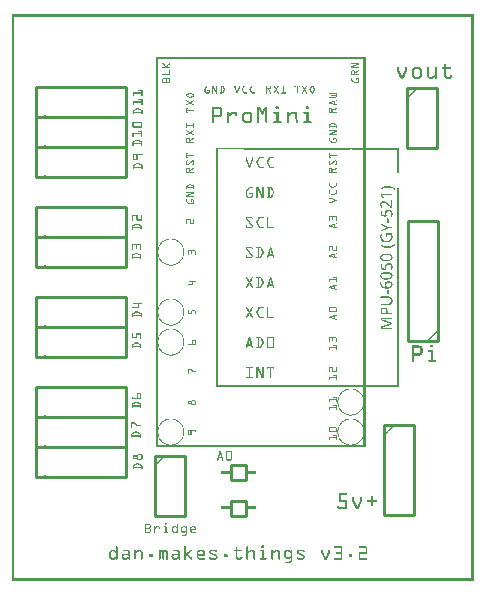
<source format=gto>
G04 MADE WITH FRITZING*
G04 WWW.FRITZING.ORG*
G04 DOUBLE SIDED*
G04 HOLES PLATED*
G04 CONTOUR ON CENTER OF CONTOUR VECTOR*
%ASAXBY*%
%FSLAX23Y23*%
%MOIN*%
%OFA0B0*%
%SFA1.0B1.0*%
%ADD10C,0.010000*%
%ADD11R,0.001000X0.001000*%
%LNSILK1*%
G90*
G70*
G54D10*
X81Y346D02*
X381Y346D01*
D02*
X381Y346D02*
X381Y446D01*
D02*
X381Y446D02*
X81Y446D01*
D02*
X81Y446D02*
X81Y346D01*
D02*
X81Y446D02*
X381Y446D01*
D02*
X381Y446D02*
X381Y546D01*
D02*
X381Y546D02*
X81Y546D01*
D02*
X81Y546D02*
X81Y446D01*
D02*
X81Y746D02*
X381Y746D01*
D02*
X381Y746D02*
X381Y846D01*
D02*
X381Y846D02*
X81Y846D01*
D02*
X81Y846D02*
X81Y746D01*
D02*
X81Y846D02*
X381Y846D01*
D02*
X381Y846D02*
X381Y946D01*
D02*
X381Y946D02*
X81Y946D01*
D02*
X81Y946D02*
X81Y846D01*
D02*
X81Y1046D02*
X381Y1046D01*
D02*
X381Y1046D02*
X381Y1146D01*
D02*
X381Y1146D02*
X81Y1146D01*
D02*
X81Y1146D02*
X81Y1046D01*
D02*
X81Y1446D02*
X381Y1446D01*
D02*
X381Y1446D02*
X381Y1546D01*
D02*
X381Y1546D02*
X81Y1546D01*
D02*
X81Y1546D02*
X81Y1446D01*
D02*
X81Y1346D02*
X381Y1346D01*
D02*
X381Y1346D02*
X381Y1446D01*
D02*
X381Y1446D02*
X81Y1446D01*
D02*
X81Y1446D02*
X81Y1346D01*
D02*
X81Y1546D02*
X381Y1546D01*
D02*
X381Y1546D02*
X381Y1646D01*
D02*
X381Y1646D02*
X81Y1646D01*
D02*
X81Y1646D02*
X81Y1546D01*
D02*
X81Y546D02*
X381Y546D01*
D02*
X381Y546D02*
X381Y646D01*
D02*
X381Y646D02*
X81Y646D01*
D02*
X81Y646D02*
X81Y546D01*
D02*
X81Y1146D02*
X381Y1146D01*
D02*
X381Y1146D02*
X381Y1246D01*
D02*
X381Y1246D02*
X81Y1246D01*
D02*
X81Y1246D02*
X81Y1146D01*
D02*
X782Y336D02*
X732Y336D01*
D02*
X732Y336D02*
X732Y386D01*
D02*
X732Y386D02*
X782Y386D01*
D02*
X782Y386D02*
X782Y336D01*
D02*
X782Y218D02*
X732Y218D01*
D02*
X732Y218D02*
X732Y268D01*
D02*
X732Y268D02*
X782Y268D01*
D02*
X782Y268D02*
X782Y218D01*
D02*
X1318Y1642D02*
X1318Y1442D01*
D02*
X1318Y1442D02*
X1418Y1442D01*
D02*
X1418Y1442D02*
X1418Y1642D01*
D02*
X1418Y1642D02*
X1318Y1642D01*
D02*
X1421Y799D02*
X1421Y1199D01*
D02*
X1421Y1199D02*
X1321Y1199D01*
D02*
X1321Y1199D02*
X1321Y799D01*
D02*
X1321Y799D02*
X1421Y799D01*
D02*
X477Y418D02*
X477Y218D01*
D02*
X477Y218D02*
X577Y218D01*
D02*
X577Y218D02*
X577Y418D01*
D02*
X577Y418D02*
X477Y418D01*
D02*
X1241Y520D02*
X1241Y220D01*
D02*
X1241Y220D02*
X1341Y220D01*
D02*
X1341Y220D02*
X1341Y520D01*
D02*
X1341Y520D02*
X1241Y520D01*
G54D11*
X1Y1888D02*
X1540Y1888D01*
X1Y1887D02*
X1540Y1887D01*
X1Y1886D02*
X1540Y1886D01*
X1Y1885D02*
X1540Y1885D01*
X1Y1884D02*
X1540Y1884D01*
X1Y1883D02*
X1540Y1883D01*
X1Y1882D02*
X1540Y1882D01*
X1Y1881D02*
X1540Y1881D01*
X1Y1880D02*
X8Y1880D01*
X1533Y1880D02*
X1540Y1880D01*
X1Y1879D02*
X8Y1879D01*
X1533Y1879D02*
X1540Y1879D01*
X1Y1878D02*
X8Y1878D01*
X1533Y1878D02*
X1540Y1878D01*
X1Y1877D02*
X8Y1877D01*
X1533Y1877D02*
X1540Y1877D01*
X1Y1876D02*
X8Y1876D01*
X1533Y1876D02*
X1540Y1876D01*
X1Y1875D02*
X8Y1875D01*
X1533Y1875D02*
X1540Y1875D01*
X1Y1874D02*
X8Y1874D01*
X1533Y1874D02*
X1540Y1874D01*
X1Y1873D02*
X8Y1873D01*
X1533Y1873D02*
X1540Y1873D01*
X1Y1872D02*
X8Y1872D01*
X1533Y1872D02*
X1540Y1872D01*
X1Y1871D02*
X8Y1871D01*
X1533Y1871D02*
X1540Y1871D01*
X1Y1870D02*
X8Y1870D01*
X1533Y1870D02*
X1540Y1870D01*
X1Y1869D02*
X8Y1869D01*
X1533Y1869D02*
X1540Y1869D01*
X1Y1868D02*
X8Y1868D01*
X1533Y1868D02*
X1540Y1868D01*
X1Y1867D02*
X8Y1867D01*
X1533Y1867D02*
X1540Y1867D01*
X1Y1866D02*
X8Y1866D01*
X1533Y1866D02*
X1540Y1866D01*
X1Y1865D02*
X8Y1865D01*
X1533Y1865D02*
X1540Y1865D01*
X1Y1864D02*
X8Y1864D01*
X1533Y1864D02*
X1540Y1864D01*
X1Y1863D02*
X8Y1863D01*
X1533Y1863D02*
X1540Y1863D01*
X1Y1862D02*
X8Y1862D01*
X1533Y1862D02*
X1540Y1862D01*
X1Y1861D02*
X8Y1861D01*
X1533Y1861D02*
X1540Y1861D01*
X1Y1860D02*
X8Y1860D01*
X1533Y1860D02*
X1540Y1860D01*
X1Y1859D02*
X8Y1859D01*
X1533Y1859D02*
X1540Y1859D01*
X1Y1858D02*
X8Y1858D01*
X1533Y1858D02*
X1540Y1858D01*
X1Y1857D02*
X8Y1857D01*
X1533Y1857D02*
X1540Y1857D01*
X1Y1856D02*
X8Y1856D01*
X1533Y1856D02*
X1540Y1856D01*
X1Y1855D02*
X8Y1855D01*
X1533Y1855D02*
X1540Y1855D01*
X1Y1854D02*
X8Y1854D01*
X1533Y1854D02*
X1540Y1854D01*
X1Y1853D02*
X8Y1853D01*
X1533Y1853D02*
X1540Y1853D01*
X1Y1852D02*
X8Y1852D01*
X1533Y1852D02*
X1540Y1852D01*
X1Y1851D02*
X8Y1851D01*
X1533Y1851D02*
X1540Y1851D01*
X1Y1850D02*
X8Y1850D01*
X1533Y1850D02*
X1540Y1850D01*
X1Y1849D02*
X8Y1849D01*
X1533Y1849D02*
X1540Y1849D01*
X1Y1848D02*
X8Y1848D01*
X1533Y1848D02*
X1540Y1848D01*
X1Y1847D02*
X8Y1847D01*
X1533Y1847D02*
X1540Y1847D01*
X1Y1846D02*
X8Y1846D01*
X1533Y1846D02*
X1540Y1846D01*
X1Y1845D02*
X8Y1845D01*
X1533Y1845D02*
X1540Y1845D01*
X1Y1844D02*
X8Y1844D01*
X1533Y1844D02*
X1540Y1844D01*
X1Y1843D02*
X8Y1843D01*
X1533Y1843D02*
X1540Y1843D01*
X1Y1842D02*
X8Y1842D01*
X1533Y1842D02*
X1540Y1842D01*
X1Y1841D02*
X8Y1841D01*
X1533Y1841D02*
X1540Y1841D01*
X1Y1840D02*
X8Y1840D01*
X1533Y1840D02*
X1540Y1840D01*
X1Y1839D02*
X8Y1839D01*
X1533Y1839D02*
X1540Y1839D01*
X1Y1838D02*
X8Y1838D01*
X1533Y1838D02*
X1540Y1838D01*
X1Y1837D02*
X8Y1837D01*
X1533Y1837D02*
X1540Y1837D01*
X1Y1836D02*
X8Y1836D01*
X1533Y1836D02*
X1540Y1836D01*
X1Y1835D02*
X8Y1835D01*
X1533Y1835D02*
X1540Y1835D01*
X1Y1834D02*
X8Y1834D01*
X1533Y1834D02*
X1540Y1834D01*
X1Y1833D02*
X8Y1833D01*
X1533Y1833D02*
X1540Y1833D01*
X1Y1832D02*
X8Y1832D01*
X1533Y1832D02*
X1540Y1832D01*
X1Y1831D02*
X8Y1831D01*
X1533Y1831D02*
X1540Y1831D01*
X1Y1830D02*
X8Y1830D01*
X1533Y1830D02*
X1540Y1830D01*
X1Y1829D02*
X8Y1829D01*
X1533Y1829D02*
X1540Y1829D01*
X1Y1828D02*
X8Y1828D01*
X1533Y1828D02*
X1540Y1828D01*
X1Y1827D02*
X8Y1827D01*
X1533Y1827D02*
X1540Y1827D01*
X1Y1826D02*
X8Y1826D01*
X1533Y1826D02*
X1540Y1826D01*
X1Y1825D02*
X8Y1825D01*
X1533Y1825D02*
X1540Y1825D01*
X1Y1824D02*
X8Y1824D01*
X1533Y1824D02*
X1540Y1824D01*
X1Y1823D02*
X8Y1823D01*
X1533Y1823D02*
X1540Y1823D01*
X1Y1822D02*
X8Y1822D01*
X1533Y1822D02*
X1540Y1822D01*
X1Y1821D02*
X8Y1821D01*
X1533Y1821D02*
X1540Y1821D01*
X1Y1820D02*
X8Y1820D01*
X1533Y1820D02*
X1540Y1820D01*
X1Y1819D02*
X8Y1819D01*
X1533Y1819D02*
X1540Y1819D01*
X1Y1818D02*
X8Y1818D01*
X1533Y1818D02*
X1540Y1818D01*
X1Y1817D02*
X8Y1817D01*
X1533Y1817D02*
X1540Y1817D01*
X1Y1816D02*
X8Y1816D01*
X1533Y1816D02*
X1540Y1816D01*
X1Y1815D02*
X8Y1815D01*
X1533Y1815D02*
X1540Y1815D01*
X1Y1814D02*
X8Y1814D01*
X1533Y1814D02*
X1540Y1814D01*
X1Y1813D02*
X8Y1813D01*
X1533Y1813D02*
X1540Y1813D01*
X1Y1812D02*
X8Y1812D01*
X1533Y1812D02*
X1540Y1812D01*
X1Y1811D02*
X8Y1811D01*
X1533Y1811D02*
X1540Y1811D01*
X1Y1810D02*
X8Y1810D01*
X1533Y1810D02*
X1540Y1810D01*
X1Y1809D02*
X8Y1809D01*
X1533Y1809D02*
X1540Y1809D01*
X1Y1808D02*
X8Y1808D01*
X1533Y1808D02*
X1540Y1808D01*
X1Y1807D02*
X8Y1807D01*
X1533Y1807D02*
X1540Y1807D01*
X1Y1806D02*
X8Y1806D01*
X1533Y1806D02*
X1540Y1806D01*
X1Y1805D02*
X8Y1805D01*
X1533Y1805D02*
X1540Y1805D01*
X1Y1804D02*
X8Y1804D01*
X1533Y1804D02*
X1540Y1804D01*
X1Y1803D02*
X8Y1803D01*
X1533Y1803D02*
X1540Y1803D01*
X1Y1802D02*
X8Y1802D01*
X1533Y1802D02*
X1540Y1802D01*
X1Y1801D02*
X8Y1801D01*
X1533Y1801D02*
X1540Y1801D01*
X1Y1800D02*
X8Y1800D01*
X1533Y1800D02*
X1540Y1800D01*
X1Y1799D02*
X8Y1799D01*
X1533Y1799D02*
X1540Y1799D01*
X1Y1798D02*
X8Y1798D01*
X1533Y1798D02*
X1540Y1798D01*
X1Y1797D02*
X8Y1797D01*
X1533Y1797D02*
X1540Y1797D01*
X1Y1796D02*
X8Y1796D01*
X1533Y1796D02*
X1540Y1796D01*
X1Y1795D02*
X8Y1795D01*
X1533Y1795D02*
X1540Y1795D01*
X1Y1794D02*
X8Y1794D01*
X1533Y1794D02*
X1540Y1794D01*
X1Y1793D02*
X8Y1793D01*
X1533Y1793D02*
X1540Y1793D01*
X1Y1792D02*
X8Y1792D01*
X1533Y1792D02*
X1540Y1792D01*
X1Y1791D02*
X8Y1791D01*
X1533Y1791D02*
X1540Y1791D01*
X1Y1790D02*
X8Y1790D01*
X1533Y1790D02*
X1540Y1790D01*
X1Y1789D02*
X8Y1789D01*
X1533Y1789D02*
X1540Y1789D01*
X1Y1788D02*
X8Y1788D01*
X1533Y1788D02*
X1540Y1788D01*
X1Y1787D02*
X8Y1787D01*
X1533Y1787D02*
X1540Y1787D01*
X1Y1786D02*
X8Y1786D01*
X1533Y1786D02*
X1540Y1786D01*
X1Y1785D02*
X8Y1785D01*
X1533Y1785D02*
X1540Y1785D01*
X1Y1784D02*
X8Y1784D01*
X1533Y1784D02*
X1540Y1784D01*
X1Y1783D02*
X8Y1783D01*
X1533Y1783D02*
X1540Y1783D01*
X1Y1782D02*
X8Y1782D01*
X1533Y1782D02*
X1540Y1782D01*
X1Y1781D02*
X8Y1781D01*
X1533Y1781D02*
X1540Y1781D01*
X1Y1780D02*
X8Y1780D01*
X1533Y1780D02*
X1540Y1780D01*
X1Y1779D02*
X8Y1779D01*
X1533Y1779D02*
X1540Y1779D01*
X1Y1778D02*
X8Y1778D01*
X1533Y1778D02*
X1540Y1778D01*
X1Y1777D02*
X8Y1777D01*
X1533Y1777D02*
X1540Y1777D01*
X1Y1776D02*
X8Y1776D01*
X1533Y1776D02*
X1540Y1776D01*
X1Y1775D02*
X8Y1775D01*
X1533Y1775D02*
X1540Y1775D01*
X1Y1774D02*
X8Y1774D01*
X1533Y1774D02*
X1540Y1774D01*
X1Y1773D02*
X8Y1773D01*
X1533Y1773D02*
X1540Y1773D01*
X1Y1772D02*
X8Y1772D01*
X1533Y1772D02*
X1540Y1772D01*
X1Y1771D02*
X8Y1771D01*
X1533Y1771D02*
X1540Y1771D01*
X1Y1770D02*
X8Y1770D01*
X1533Y1770D02*
X1540Y1770D01*
X1Y1769D02*
X8Y1769D01*
X1533Y1769D02*
X1540Y1769D01*
X1Y1768D02*
X8Y1768D01*
X1533Y1768D02*
X1540Y1768D01*
X1Y1767D02*
X8Y1767D01*
X1533Y1767D02*
X1540Y1767D01*
X1Y1766D02*
X8Y1766D01*
X1533Y1766D02*
X1540Y1766D01*
X1Y1765D02*
X8Y1765D01*
X1533Y1765D02*
X1540Y1765D01*
X1Y1764D02*
X8Y1764D01*
X1533Y1764D02*
X1540Y1764D01*
X1Y1763D02*
X8Y1763D01*
X1533Y1763D02*
X1540Y1763D01*
X1Y1762D02*
X8Y1762D01*
X1533Y1762D02*
X1540Y1762D01*
X1Y1761D02*
X8Y1761D01*
X1533Y1761D02*
X1540Y1761D01*
X1Y1760D02*
X8Y1760D01*
X1533Y1760D02*
X1540Y1760D01*
X1Y1759D02*
X8Y1759D01*
X1533Y1759D02*
X1540Y1759D01*
X1Y1758D02*
X8Y1758D01*
X1533Y1758D02*
X1540Y1758D01*
X1Y1757D02*
X8Y1757D01*
X1533Y1757D02*
X1540Y1757D01*
X1Y1756D02*
X8Y1756D01*
X1533Y1756D02*
X1540Y1756D01*
X1Y1755D02*
X8Y1755D01*
X1533Y1755D02*
X1540Y1755D01*
X1Y1754D02*
X8Y1754D01*
X1533Y1754D02*
X1540Y1754D01*
X1Y1753D02*
X8Y1753D01*
X1533Y1753D02*
X1540Y1753D01*
X1Y1752D02*
X8Y1752D01*
X1533Y1752D02*
X1540Y1752D01*
X1Y1751D02*
X8Y1751D01*
X1533Y1751D02*
X1540Y1751D01*
X1Y1750D02*
X8Y1750D01*
X1533Y1750D02*
X1540Y1750D01*
X1Y1749D02*
X8Y1749D01*
X1533Y1749D02*
X1540Y1749D01*
X1Y1748D02*
X8Y1748D01*
X1533Y1748D02*
X1540Y1748D01*
X1Y1747D02*
X8Y1747D01*
X1533Y1747D02*
X1540Y1747D01*
X1Y1746D02*
X8Y1746D01*
X482Y1746D02*
X1180Y1746D01*
X1533Y1746D02*
X1540Y1746D01*
X1Y1745D02*
X8Y1745D01*
X482Y1745D02*
X1181Y1745D01*
X1533Y1745D02*
X1540Y1745D01*
X1Y1744D02*
X8Y1744D01*
X482Y1744D02*
X1181Y1744D01*
X1533Y1744D02*
X1540Y1744D01*
X1Y1743D02*
X8Y1743D01*
X482Y1743D02*
X1181Y1743D01*
X1533Y1743D02*
X1540Y1743D01*
X1Y1742D02*
X8Y1742D01*
X482Y1742D02*
X1181Y1742D01*
X1533Y1742D02*
X1540Y1742D01*
X1Y1741D02*
X8Y1741D01*
X482Y1741D02*
X1181Y1741D01*
X1533Y1741D02*
X1540Y1741D01*
X1Y1740D02*
X8Y1740D01*
X482Y1740D02*
X1181Y1740D01*
X1533Y1740D02*
X1540Y1740D01*
X1Y1739D02*
X8Y1739D01*
X482Y1739D02*
X1181Y1739D01*
X1533Y1739D02*
X1540Y1739D01*
X1Y1738D02*
X8Y1738D01*
X482Y1738D02*
X489Y1738D01*
X1173Y1738D02*
X1181Y1738D01*
X1533Y1738D02*
X1540Y1738D01*
X1Y1737D02*
X8Y1737D01*
X482Y1737D02*
X489Y1737D01*
X1174Y1737D02*
X1181Y1737D01*
X1533Y1737D02*
X1540Y1737D01*
X1Y1736D02*
X8Y1736D01*
X482Y1736D02*
X489Y1736D01*
X1174Y1736D02*
X1181Y1736D01*
X1533Y1736D02*
X1540Y1736D01*
X1Y1735D02*
X8Y1735D01*
X482Y1735D02*
X489Y1735D01*
X1174Y1735D02*
X1181Y1735D01*
X1533Y1735D02*
X1540Y1735D01*
X1Y1734D02*
X8Y1734D01*
X482Y1734D02*
X489Y1734D01*
X1174Y1734D02*
X1181Y1734D01*
X1533Y1734D02*
X1540Y1734D01*
X1Y1733D02*
X8Y1733D01*
X482Y1733D02*
X489Y1733D01*
X1174Y1733D02*
X1181Y1733D01*
X1533Y1733D02*
X1540Y1733D01*
X1Y1732D02*
X8Y1732D01*
X482Y1732D02*
X489Y1732D01*
X1174Y1732D02*
X1181Y1732D01*
X1533Y1732D02*
X1540Y1732D01*
X1Y1731D02*
X8Y1731D01*
X482Y1731D02*
X489Y1731D01*
X1174Y1731D02*
X1181Y1731D01*
X1533Y1731D02*
X1540Y1731D01*
X1Y1730D02*
X8Y1730D01*
X482Y1730D02*
X489Y1730D01*
X1174Y1730D02*
X1181Y1730D01*
X1533Y1730D02*
X1540Y1730D01*
X1Y1729D02*
X8Y1729D01*
X482Y1729D02*
X489Y1729D01*
X1174Y1729D02*
X1181Y1729D01*
X1533Y1729D02*
X1540Y1729D01*
X1Y1728D02*
X8Y1728D01*
X482Y1728D02*
X489Y1728D01*
X1174Y1728D02*
X1181Y1728D01*
X1533Y1728D02*
X1540Y1728D01*
X1Y1727D02*
X8Y1727D01*
X482Y1727D02*
X489Y1727D01*
X504Y1727D02*
X505Y1727D01*
X527Y1727D02*
X529Y1727D01*
X1134Y1727D02*
X1159Y1727D01*
X1174Y1727D02*
X1181Y1727D01*
X1533Y1727D02*
X1540Y1727D01*
X1Y1726D02*
X8Y1726D01*
X482Y1726D02*
X489Y1726D01*
X503Y1726D02*
X506Y1726D01*
X526Y1726D02*
X529Y1726D01*
X1133Y1726D02*
X1159Y1726D01*
X1174Y1726D02*
X1181Y1726D01*
X1533Y1726D02*
X1540Y1726D01*
X1Y1725D02*
X8Y1725D01*
X482Y1725D02*
X489Y1725D01*
X504Y1725D02*
X507Y1725D01*
X526Y1725D02*
X529Y1725D01*
X1133Y1725D02*
X1159Y1725D01*
X1174Y1725D02*
X1181Y1725D01*
X1533Y1725D02*
X1540Y1725D01*
X1Y1724D02*
X8Y1724D01*
X482Y1724D02*
X489Y1724D01*
X504Y1724D02*
X508Y1724D01*
X525Y1724D02*
X528Y1724D01*
X1153Y1724D02*
X1159Y1724D01*
X1174Y1724D02*
X1181Y1724D01*
X1444Y1724D02*
X1448Y1724D01*
X1533Y1724D02*
X1540Y1724D01*
X1Y1723D02*
X8Y1723D01*
X482Y1723D02*
X489Y1723D01*
X505Y1723D02*
X509Y1723D01*
X524Y1723D02*
X528Y1723D01*
X1152Y1723D02*
X1159Y1723D01*
X1174Y1723D02*
X1181Y1723D01*
X1443Y1723D02*
X1448Y1723D01*
X1533Y1723D02*
X1540Y1723D01*
X1Y1722D02*
X8Y1722D01*
X482Y1722D02*
X489Y1722D01*
X506Y1722D02*
X510Y1722D01*
X523Y1722D02*
X527Y1722D01*
X1149Y1722D02*
X1157Y1722D01*
X1174Y1722D02*
X1181Y1722D01*
X1443Y1722D02*
X1449Y1722D01*
X1533Y1722D02*
X1540Y1722D01*
X1Y1721D02*
X8Y1721D01*
X482Y1721D02*
X489Y1721D01*
X507Y1721D02*
X510Y1721D01*
X522Y1721D02*
X526Y1721D01*
X1147Y1721D02*
X1155Y1721D01*
X1174Y1721D02*
X1181Y1721D01*
X1443Y1721D02*
X1449Y1721D01*
X1533Y1721D02*
X1540Y1721D01*
X1Y1720D02*
X8Y1720D01*
X482Y1720D02*
X489Y1720D01*
X508Y1720D02*
X511Y1720D01*
X521Y1720D02*
X525Y1720D01*
X1145Y1720D02*
X1153Y1720D01*
X1174Y1720D02*
X1181Y1720D01*
X1443Y1720D02*
X1449Y1720D01*
X1533Y1720D02*
X1540Y1720D01*
X1Y1719D02*
X8Y1719D01*
X482Y1719D02*
X489Y1719D01*
X509Y1719D02*
X512Y1719D01*
X520Y1719D02*
X524Y1719D01*
X1143Y1719D02*
X1150Y1719D01*
X1174Y1719D02*
X1181Y1719D01*
X1443Y1719D02*
X1449Y1719D01*
X1533Y1719D02*
X1540Y1719D01*
X1Y1718D02*
X8Y1718D01*
X482Y1718D02*
X489Y1718D01*
X509Y1718D02*
X513Y1718D01*
X520Y1718D02*
X523Y1718D01*
X1140Y1718D02*
X1148Y1718D01*
X1174Y1718D02*
X1181Y1718D01*
X1443Y1718D02*
X1449Y1718D01*
X1533Y1718D02*
X1540Y1718D01*
X1Y1717D02*
X8Y1717D01*
X482Y1717D02*
X489Y1717D01*
X510Y1717D02*
X514Y1717D01*
X519Y1717D02*
X522Y1717D01*
X1138Y1717D02*
X1146Y1717D01*
X1174Y1717D02*
X1181Y1717D01*
X1443Y1717D02*
X1449Y1717D01*
X1533Y1717D02*
X1540Y1717D01*
X1Y1716D02*
X8Y1716D01*
X482Y1716D02*
X489Y1716D01*
X511Y1716D02*
X515Y1716D01*
X518Y1716D02*
X522Y1716D01*
X1136Y1716D02*
X1143Y1716D01*
X1174Y1716D02*
X1181Y1716D01*
X1443Y1716D02*
X1449Y1716D01*
X1533Y1716D02*
X1540Y1716D01*
X1Y1715D02*
X8Y1715D01*
X482Y1715D02*
X489Y1715D01*
X512Y1715D02*
X521Y1715D01*
X1134Y1715D02*
X1141Y1715D01*
X1174Y1715D02*
X1181Y1715D01*
X1443Y1715D02*
X1449Y1715D01*
X1533Y1715D02*
X1540Y1715D01*
X1Y1714D02*
X8Y1714D01*
X482Y1714D02*
X489Y1714D01*
X512Y1714D02*
X520Y1714D01*
X1133Y1714D02*
X1140Y1714D01*
X1174Y1714D02*
X1181Y1714D01*
X1443Y1714D02*
X1449Y1714D01*
X1533Y1714D02*
X1540Y1714D01*
X1Y1713D02*
X8Y1713D01*
X482Y1713D02*
X489Y1713D01*
X504Y1713D02*
X529Y1713D01*
X1133Y1713D02*
X1159Y1713D01*
X1174Y1713D02*
X1181Y1713D01*
X1288Y1713D02*
X1289Y1713D01*
X1315Y1713D02*
X1316Y1713D01*
X1346Y1713D02*
X1358Y1713D01*
X1388Y1713D02*
X1389Y1713D01*
X1416Y1713D02*
X1417Y1713D01*
X1438Y1713D02*
X1463Y1713D01*
X1533Y1713D02*
X1540Y1713D01*
X1Y1712D02*
X8Y1712D01*
X482Y1712D02*
X489Y1712D01*
X503Y1712D02*
X529Y1712D01*
X1133Y1712D02*
X1159Y1712D01*
X1174Y1712D02*
X1181Y1712D01*
X1286Y1712D02*
X1290Y1712D01*
X1314Y1712D02*
X1318Y1712D01*
X1343Y1712D02*
X1361Y1712D01*
X1387Y1712D02*
X1391Y1712D01*
X1414Y1712D02*
X1418Y1712D01*
X1437Y1712D02*
X1465Y1712D01*
X1533Y1712D02*
X1540Y1712D01*
X1Y1711D02*
X8Y1711D01*
X482Y1711D02*
X489Y1711D01*
X504Y1711D02*
X529Y1711D01*
X1133Y1711D02*
X1159Y1711D01*
X1174Y1711D02*
X1181Y1711D01*
X1285Y1711D02*
X1291Y1711D01*
X1313Y1711D02*
X1318Y1711D01*
X1342Y1711D02*
X1362Y1711D01*
X1386Y1711D02*
X1391Y1711D01*
X1413Y1711D02*
X1419Y1711D01*
X1436Y1711D02*
X1466Y1711D01*
X1533Y1711D02*
X1540Y1711D01*
X1Y1710D02*
X8Y1710D01*
X482Y1710D02*
X489Y1710D01*
X1174Y1710D02*
X1181Y1710D01*
X1285Y1710D02*
X1291Y1710D01*
X1313Y1710D02*
X1319Y1710D01*
X1341Y1710D02*
X1364Y1710D01*
X1386Y1710D02*
X1391Y1710D01*
X1413Y1710D02*
X1419Y1710D01*
X1436Y1710D02*
X1466Y1710D01*
X1533Y1710D02*
X1540Y1710D01*
X1Y1709D02*
X8Y1709D01*
X482Y1709D02*
X489Y1709D01*
X1174Y1709D02*
X1181Y1709D01*
X1285Y1709D02*
X1291Y1709D01*
X1313Y1709D02*
X1319Y1709D01*
X1340Y1709D02*
X1365Y1709D01*
X1386Y1709D02*
X1392Y1709D01*
X1413Y1709D02*
X1419Y1709D01*
X1436Y1709D02*
X1466Y1709D01*
X1533Y1709D02*
X1540Y1709D01*
X1Y1708D02*
X8Y1708D01*
X482Y1708D02*
X489Y1708D01*
X1174Y1708D02*
X1181Y1708D01*
X1285Y1708D02*
X1291Y1708D01*
X1313Y1708D02*
X1319Y1708D01*
X1338Y1708D02*
X1366Y1708D01*
X1386Y1708D02*
X1392Y1708D01*
X1413Y1708D02*
X1419Y1708D01*
X1436Y1708D02*
X1465Y1708D01*
X1533Y1708D02*
X1540Y1708D01*
X1Y1707D02*
X8Y1707D01*
X482Y1707D02*
X489Y1707D01*
X1174Y1707D02*
X1181Y1707D01*
X1285Y1707D02*
X1291Y1707D01*
X1313Y1707D02*
X1319Y1707D01*
X1338Y1707D02*
X1367Y1707D01*
X1386Y1707D02*
X1392Y1707D01*
X1413Y1707D02*
X1419Y1707D01*
X1437Y1707D02*
X1465Y1707D01*
X1533Y1707D02*
X1540Y1707D01*
X1Y1706D02*
X8Y1706D01*
X482Y1706D02*
X489Y1706D01*
X1174Y1706D02*
X1181Y1706D01*
X1285Y1706D02*
X1291Y1706D01*
X1313Y1706D02*
X1319Y1706D01*
X1337Y1706D02*
X1346Y1706D01*
X1358Y1706D02*
X1367Y1706D01*
X1386Y1706D02*
X1392Y1706D01*
X1413Y1706D02*
X1419Y1706D01*
X1442Y1706D02*
X1449Y1706D01*
X1533Y1706D02*
X1540Y1706D01*
X1Y1705D02*
X8Y1705D01*
X482Y1705D02*
X489Y1705D01*
X1174Y1705D02*
X1181Y1705D01*
X1285Y1705D02*
X1291Y1705D01*
X1313Y1705D02*
X1319Y1705D01*
X1336Y1705D02*
X1345Y1705D01*
X1360Y1705D02*
X1368Y1705D01*
X1386Y1705D02*
X1392Y1705D01*
X1413Y1705D02*
X1419Y1705D01*
X1443Y1705D02*
X1449Y1705D01*
X1533Y1705D02*
X1540Y1705D01*
X1Y1704D02*
X8Y1704D01*
X482Y1704D02*
X489Y1704D01*
X1174Y1704D02*
X1181Y1704D01*
X1285Y1704D02*
X1291Y1704D01*
X1313Y1704D02*
X1319Y1704D01*
X1336Y1704D02*
X1343Y1704D01*
X1361Y1704D02*
X1368Y1704D01*
X1386Y1704D02*
X1392Y1704D01*
X1413Y1704D02*
X1419Y1704D01*
X1443Y1704D02*
X1449Y1704D01*
X1533Y1704D02*
X1540Y1704D01*
X1Y1703D02*
X8Y1703D01*
X482Y1703D02*
X489Y1703D01*
X1174Y1703D02*
X1181Y1703D01*
X1285Y1703D02*
X1292Y1703D01*
X1312Y1703D02*
X1319Y1703D01*
X1336Y1703D02*
X1342Y1703D01*
X1362Y1703D02*
X1369Y1703D01*
X1386Y1703D02*
X1392Y1703D01*
X1413Y1703D02*
X1419Y1703D01*
X1443Y1703D02*
X1449Y1703D01*
X1533Y1703D02*
X1540Y1703D01*
X1Y1702D02*
X8Y1702D01*
X482Y1702D02*
X489Y1702D01*
X527Y1702D02*
X529Y1702D01*
X1136Y1702D02*
X1141Y1702D01*
X1157Y1702D02*
X1159Y1702D01*
X1174Y1702D02*
X1181Y1702D01*
X1286Y1702D02*
X1292Y1702D01*
X1312Y1702D02*
X1318Y1702D01*
X1336Y1702D02*
X1342Y1702D01*
X1363Y1702D02*
X1369Y1702D01*
X1386Y1702D02*
X1392Y1702D01*
X1413Y1702D02*
X1419Y1702D01*
X1443Y1702D02*
X1449Y1702D01*
X1533Y1702D02*
X1540Y1702D01*
X1Y1701D02*
X8Y1701D01*
X482Y1701D02*
X489Y1701D01*
X527Y1701D02*
X529Y1701D01*
X1135Y1701D02*
X1143Y1701D01*
X1156Y1701D02*
X1159Y1701D01*
X1174Y1701D02*
X1181Y1701D01*
X1286Y1701D02*
X1293Y1701D01*
X1311Y1701D02*
X1318Y1701D01*
X1335Y1701D02*
X1341Y1701D01*
X1363Y1701D02*
X1369Y1701D01*
X1386Y1701D02*
X1392Y1701D01*
X1413Y1701D02*
X1419Y1701D01*
X1443Y1701D02*
X1449Y1701D01*
X1533Y1701D02*
X1540Y1701D01*
X1Y1700D02*
X8Y1700D01*
X482Y1700D02*
X489Y1700D01*
X527Y1700D02*
X529Y1700D01*
X1134Y1700D02*
X1144Y1700D01*
X1154Y1700D02*
X1159Y1700D01*
X1174Y1700D02*
X1181Y1700D01*
X1287Y1700D02*
X1293Y1700D01*
X1311Y1700D02*
X1317Y1700D01*
X1335Y1700D02*
X1341Y1700D01*
X1363Y1700D02*
X1369Y1700D01*
X1386Y1700D02*
X1392Y1700D01*
X1413Y1700D02*
X1419Y1700D01*
X1443Y1700D02*
X1449Y1700D01*
X1533Y1700D02*
X1540Y1700D01*
X1Y1699D02*
X8Y1699D01*
X482Y1699D02*
X489Y1699D01*
X527Y1699D02*
X529Y1699D01*
X1134Y1699D02*
X1144Y1699D01*
X1152Y1699D02*
X1158Y1699D01*
X1174Y1699D02*
X1181Y1699D01*
X1287Y1699D02*
X1294Y1699D01*
X1310Y1699D02*
X1317Y1699D01*
X1335Y1699D02*
X1341Y1699D01*
X1363Y1699D02*
X1369Y1699D01*
X1386Y1699D02*
X1392Y1699D01*
X1413Y1699D02*
X1419Y1699D01*
X1443Y1699D02*
X1449Y1699D01*
X1533Y1699D02*
X1540Y1699D01*
X1Y1698D02*
X8Y1698D01*
X482Y1698D02*
X489Y1698D01*
X527Y1698D02*
X529Y1698D01*
X1133Y1698D02*
X1136Y1698D01*
X1142Y1698D02*
X1144Y1698D01*
X1150Y1698D02*
X1156Y1698D01*
X1174Y1698D02*
X1181Y1698D01*
X1287Y1698D02*
X1294Y1698D01*
X1310Y1698D02*
X1317Y1698D01*
X1335Y1698D02*
X1341Y1698D01*
X1363Y1698D02*
X1369Y1698D01*
X1386Y1698D02*
X1392Y1698D01*
X1413Y1698D02*
X1419Y1698D01*
X1443Y1698D02*
X1449Y1698D01*
X1533Y1698D02*
X1540Y1698D01*
X1Y1697D02*
X8Y1697D01*
X482Y1697D02*
X489Y1697D01*
X527Y1697D02*
X529Y1697D01*
X1133Y1697D02*
X1136Y1697D01*
X1142Y1697D02*
X1145Y1697D01*
X1149Y1697D02*
X1155Y1697D01*
X1174Y1697D02*
X1181Y1697D01*
X1288Y1697D02*
X1294Y1697D01*
X1309Y1697D02*
X1316Y1697D01*
X1335Y1697D02*
X1341Y1697D01*
X1363Y1697D02*
X1369Y1697D01*
X1386Y1697D02*
X1392Y1697D01*
X1413Y1697D02*
X1419Y1697D01*
X1443Y1697D02*
X1449Y1697D01*
X1533Y1697D02*
X1540Y1697D01*
X1Y1696D02*
X8Y1696D01*
X482Y1696D02*
X489Y1696D01*
X527Y1696D02*
X529Y1696D01*
X1133Y1696D02*
X1136Y1696D01*
X1142Y1696D02*
X1145Y1696D01*
X1147Y1696D02*
X1153Y1696D01*
X1174Y1696D02*
X1181Y1696D01*
X1288Y1696D02*
X1295Y1696D01*
X1309Y1696D02*
X1316Y1696D01*
X1335Y1696D02*
X1341Y1696D01*
X1363Y1696D02*
X1369Y1696D01*
X1386Y1696D02*
X1392Y1696D01*
X1413Y1696D02*
X1419Y1696D01*
X1443Y1696D02*
X1449Y1696D01*
X1533Y1696D02*
X1540Y1696D01*
X1Y1695D02*
X8Y1695D01*
X482Y1695D02*
X489Y1695D01*
X527Y1695D02*
X529Y1695D01*
X1133Y1695D02*
X1136Y1695D01*
X1142Y1695D02*
X1151Y1695D01*
X1174Y1695D02*
X1181Y1695D01*
X1289Y1695D02*
X1295Y1695D01*
X1309Y1695D02*
X1315Y1695D01*
X1335Y1695D02*
X1341Y1695D01*
X1363Y1695D02*
X1369Y1695D01*
X1386Y1695D02*
X1392Y1695D01*
X1413Y1695D02*
X1419Y1695D01*
X1443Y1695D02*
X1449Y1695D01*
X1533Y1695D02*
X1540Y1695D01*
X1Y1694D02*
X8Y1694D01*
X482Y1694D02*
X489Y1694D01*
X527Y1694D02*
X529Y1694D01*
X1133Y1694D02*
X1136Y1694D01*
X1142Y1694D02*
X1150Y1694D01*
X1174Y1694D02*
X1181Y1694D01*
X1289Y1694D02*
X1296Y1694D01*
X1308Y1694D02*
X1315Y1694D01*
X1335Y1694D02*
X1341Y1694D01*
X1363Y1694D02*
X1369Y1694D01*
X1386Y1694D02*
X1392Y1694D01*
X1413Y1694D02*
X1419Y1694D01*
X1443Y1694D02*
X1449Y1694D01*
X1533Y1694D02*
X1540Y1694D01*
X1Y1693D02*
X8Y1693D01*
X482Y1693D02*
X489Y1693D01*
X527Y1693D02*
X529Y1693D01*
X1133Y1693D02*
X1136Y1693D01*
X1142Y1693D02*
X1148Y1693D01*
X1174Y1693D02*
X1181Y1693D01*
X1290Y1693D02*
X1296Y1693D01*
X1308Y1693D02*
X1314Y1693D01*
X1335Y1693D02*
X1341Y1693D01*
X1363Y1693D02*
X1369Y1693D01*
X1386Y1693D02*
X1392Y1693D01*
X1413Y1693D02*
X1419Y1693D01*
X1443Y1693D02*
X1449Y1693D01*
X1533Y1693D02*
X1540Y1693D01*
X1Y1692D02*
X8Y1692D01*
X482Y1692D02*
X489Y1692D01*
X527Y1692D02*
X529Y1692D01*
X1133Y1692D02*
X1136Y1692D01*
X1142Y1692D02*
X1146Y1692D01*
X1174Y1692D02*
X1181Y1692D01*
X1290Y1692D02*
X1297Y1692D01*
X1307Y1692D02*
X1314Y1692D01*
X1335Y1692D02*
X1341Y1692D01*
X1363Y1692D02*
X1369Y1692D01*
X1386Y1692D02*
X1392Y1692D01*
X1413Y1692D02*
X1419Y1692D01*
X1443Y1692D02*
X1449Y1692D01*
X1533Y1692D02*
X1540Y1692D01*
X1Y1691D02*
X8Y1691D01*
X482Y1691D02*
X489Y1691D01*
X527Y1691D02*
X529Y1691D01*
X1133Y1691D02*
X1136Y1691D01*
X1142Y1691D02*
X1145Y1691D01*
X1174Y1691D02*
X1181Y1691D01*
X1290Y1691D02*
X1297Y1691D01*
X1307Y1691D02*
X1313Y1691D01*
X1335Y1691D02*
X1341Y1691D01*
X1363Y1691D02*
X1369Y1691D01*
X1386Y1691D02*
X1392Y1691D01*
X1413Y1691D02*
X1419Y1691D01*
X1443Y1691D02*
X1449Y1691D01*
X1533Y1691D02*
X1540Y1691D01*
X1Y1690D02*
X8Y1690D01*
X482Y1690D02*
X489Y1690D01*
X527Y1690D02*
X529Y1690D01*
X1133Y1690D02*
X1136Y1690D01*
X1142Y1690D02*
X1145Y1690D01*
X1174Y1690D02*
X1181Y1690D01*
X1291Y1690D02*
X1298Y1690D01*
X1306Y1690D02*
X1313Y1690D01*
X1335Y1690D02*
X1341Y1690D01*
X1363Y1690D02*
X1369Y1690D01*
X1386Y1690D02*
X1392Y1690D01*
X1413Y1690D02*
X1419Y1690D01*
X1443Y1690D02*
X1449Y1690D01*
X1533Y1690D02*
X1540Y1690D01*
X1Y1689D02*
X8Y1689D01*
X482Y1689D02*
X489Y1689D01*
X527Y1689D02*
X529Y1689D01*
X1133Y1689D02*
X1136Y1689D01*
X1142Y1689D02*
X1145Y1689D01*
X1174Y1689D02*
X1181Y1689D01*
X1291Y1689D02*
X1298Y1689D01*
X1306Y1689D02*
X1313Y1689D01*
X1335Y1689D02*
X1341Y1689D01*
X1363Y1689D02*
X1369Y1689D01*
X1386Y1689D02*
X1392Y1689D01*
X1413Y1689D02*
X1419Y1689D01*
X1443Y1689D02*
X1449Y1689D01*
X1533Y1689D02*
X1540Y1689D01*
X1Y1688D02*
X8Y1688D01*
X482Y1688D02*
X489Y1688D01*
X504Y1688D02*
X529Y1688D01*
X1133Y1688D02*
X1159Y1688D01*
X1174Y1688D02*
X1181Y1688D01*
X1292Y1688D02*
X1298Y1688D01*
X1305Y1688D02*
X1312Y1688D01*
X1335Y1688D02*
X1341Y1688D01*
X1363Y1688D02*
X1369Y1688D01*
X1386Y1688D02*
X1392Y1688D01*
X1413Y1688D02*
X1419Y1688D01*
X1443Y1688D02*
X1449Y1688D01*
X1533Y1688D02*
X1540Y1688D01*
X1Y1687D02*
X8Y1687D01*
X482Y1687D02*
X489Y1687D01*
X503Y1687D02*
X529Y1687D01*
X1133Y1687D02*
X1159Y1687D01*
X1174Y1687D02*
X1181Y1687D01*
X1292Y1687D02*
X1299Y1687D01*
X1305Y1687D02*
X1312Y1687D01*
X1335Y1687D02*
X1341Y1687D01*
X1363Y1687D02*
X1369Y1687D01*
X1386Y1687D02*
X1392Y1687D01*
X1412Y1687D02*
X1419Y1687D01*
X1443Y1687D02*
X1449Y1687D01*
X1533Y1687D02*
X1540Y1687D01*
X1Y1686D02*
X8Y1686D01*
X482Y1686D02*
X489Y1686D01*
X504Y1686D02*
X529Y1686D01*
X1133Y1686D02*
X1159Y1686D01*
X1174Y1686D02*
X1181Y1686D01*
X1293Y1686D02*
X1299Y1686D01*
X1305Y1686D02*
X1311Y1686D01*
X1335Y1686D02*
X1342Y1686D01*
X1363Y1686D02*
X1369Y1686D01*
X1386Y1686D02*
X1392Y1686D01*
X1410Y1686D02*
X1419Y1686D01*
X1443Y1686D02*
X1449Y1686D01*
X1465Y1686D02*
X1468Y1686D01*
X1533Y1686D02*
X1540Y1686D01*
X1Y1685D02*
X8Y1685D01*
X482Y1685D02*
X489Y1685D01*
X1174Y1685D02*
X1181Y1685D01*
X1293Y1685D02*
X1300Y1685D01*
X1304Y1685D02*
X1311Y1685D01*
X1336Y1685D02*
X1342Y1685D01*
X1363Y1685D02*
X1369Y1685D01*
X1386Y1685D02*
X1392Y1685D01*
X1408Y1685D02*
X1419Y1685D01*
X1443Y1685D02*
X1449Y1685D01*
X1464Y1685D02*
X1469Y1685D01*
X1533Y1685D02*
X1540Y1685D01*
X1Y1684D02*
X8Y1684D01*
X482Y1684D02*
X489Y1684D01*
X1174Y1684D02*
X1181Y1684D01*
X1294Y1684D02*
X1300Y1684D01*
X1304Y1684D02*
X1310Y1684D01*
X1336Y1684D02*
X1342Y1684D01*
X1362Y1684D02*
X1369Y1684D01*
X1386Y1684D02*
X1392Y1684D01*
X1407Y1684D02*
X1419Y1684D01*
X1443Y1684D02*
X1449Y1684D01*
X1464Y1684D02*
X1469Y1684D01*
X1533Y1684D02*
X1540Y1684D01*
X1Y1683D02*
X8Y1683D01*
X482Y1683D02*
X489Y1683D01*
X1174Y1683D02*
X1181Y1683D01*
X1294Y1683D02*
X1301Y1683D01*
X1303Y1683D02*
X1310Y1683D01*
X1336Y1683D02*
X1343Y1683D01*
X1361Y1683D02*
X1368Y1683D01*
X1387Y1683D02*
X1393Y1683D01*
X1405Y1683D02*
X1419Y1683D01*
X1443Y1683D02*
X1449Y1683D01*
X1463Y1683D02*
X1469Y1683D01*
X1533Y1683D02*
X1540Y1683D01*
X1Y1682D02*
X8Y1682D01*
X482Y1682D02*
X489Y1682D01*
X1174Y1682D02*
X1181Y1682D01*
X1294Y1682D02*
X1301Y1682D01*
X1303Y1682D02*
X1310Y1682D01*
X1336Y1682D02*
X1345Y1682D01*
X1360Y1682D02*
X1368Y1682D01*
X1387Y1682D02*
X1393Y1682D01*
X1404Y1682D02*
X1419Y1682D01*
X1443Y1682D02*
X1450Y1682D01*
X1462Y1682D02*
X1469Y1682D01*
X1533Y1682D02*
X1540Y1682D01*
X1Y1681D02*
X8Y1681D01*
X482Y1681D02*
X489Y1681D01*
X1174Y1681D02*
X1181Y1681D01*
X1295Y1681D02*
X1309Y1681D01*
X1337Y1681D02*
X1346Y1681D01*
X1358Y1681D02*
X1367Y1681D01*
X1387Y1681D02*
X1395Y1681D01*
X1402Y1681D02*
X1419Y1681D01*
X1443Y1681D02*
X1451Y1681D01*
X1461Y1681D02*
X1469Y1681D01*
X1533Y1681D02*
X1540Y1681D01*
X1Y1680D02*
X8Y1680D01*
X482Y1680D02*
X489Y1680D01*
X1174Y1680D02*
X1181Y1680D01*
X1295Y1680D02*
X1309Y1680D01*
X1337Y1680D02*
X1367Y1680D01*
X1387Y1680D02*
X1419Y1680D01*
X1444Y1680D02*
X1468Y1680D01*
X1533Y1680D02*
X1540Y1680D01*
X1Y1679D02*
X8Y1679D01*
X482Y1679D02*
X489Y1679D01*
X1174Y1679D02*
X1181Y1679D01*
X1296Y1679D02*
X1308Y1679D01*
X1338Y1679D02*
X1366Y1679D01*
X1388Y1679D02*
X1411Y1679D01*
X1413Y1679D02*
X1419Y1679D01*
X1444Y1679D02*
X1468Y1679D01*
X1533Y1679D02*
X1540Y1679D01*
X1Y1678D02*
X8Y1678D01*
X482Y1678D02*
X489Y1678D01*
X1174Y1678D02*
X1181Y1678D01*
X1296Y1678D02*
X1308Y1678D01*
X1339Y1678D02*
X1365Y1678D01*
X1389Y1678D02*
X1409Y1678D01*
X1413Y1678D02*
X1419Y1678D01*
X1445Y1678D02*
X1467Y1678D01*
X1533Y1678D02*
X1540Y1678D01*
X1Y1677D02*
X8Y1677D01*
X482Y1677D02*
X489Y1677D01*
X508Y1677D02*
X513Y1677D01*
X520Y1677D02*
X525Y1677D01*
X1134Y1677D02*
X1135Y1677D01*
X1148Y1677D02*
X1156Y1677D01*
X1174Y1677D02*
X1181Y1677D01*
X1297Y1677D02*
X1307Y1677D01*
X1341Y1677D02*
X1364Y1677D01*
X1389Y1677D02*
X1408Y1677D01*
X1413Y1677D02*
X1419Y1677D01*
X1446Y1677D02*
X1466Y1677D01*
X1533Y1677D02*
X1540Y1677D01*
X1Y1676D02*
X8Y1676D01*
X482Y1676D02*
X489Y1676D01*
X506Y1676D02*
X515Y1676D01*
X518Y1676D02*
X526Y1676D01*
X1133Y1676D02*
X1136Y1676D01*
X1148Y1676D02*
X1157Y1676D01*
X1174Y1676D02*
X1181Y1676D01*
X1297Y1676D02*
X1307Y1676D01*
X1342Y1676D02*
X1362Y1676D01*
X1391Y1676D02*
X1406Y1676D01*
X1413Y1676D02*
X1419Y1676D01*
X1447Y1676D02*
X1465Y1676D01*
X1533Y1676D02*
X1540Y1676D01*
X1Y1675D02*
X8Y1675D01*
X482Y1675D02*
X489Y1675D01*
X505Y1675D02*
X528Y1675D01*
X1133Y1675D02*
X1136Y1675D01*
X1148Y1675D02*
X1158Y1675D01*
X1174Y1675D02*
X1181Y1675D01*
X1298Y1675D02*
X1306Y1675D01*
X1344Y1675D02*
X1361Y1675D01*
X1392Y1675D02*
X1404Y1675D01*
X1414Y1675D02*
X1418Y1675D01*
X1448Y1675D02*
X1464Y1675D01*
X1533Y1675D02*
X1540Y1675D01*
X1Y1674D02*
X8Y1674D01*
X482Y1674D02*
X489Y1674D01*
X504Y1674D02*
X528Y1674D01*
X1133Y1674D02*
X1136Y1674D01*
X1148Y1674D02*
X1159Y1674D01*
X1174Y1674D02*
X1181Y1674D01*
X1299Y1674D02*
X1305Y1674D01*
X1346Y1674D02*
X1358Y1674D01*
X1395Y1674D02*
X1402Y1674D01*
X1416Y1674D02*
X1417Y1674D01*
X1451Y1674D02*
X1461Y1674D01*
X1533Y1674D02*
X1540Y1674D01*
X1Y1673D02*
X8Y1673D01*
X482Y1673D02*
X489Y1673D01*
X504Y1673D02*
X507Y1673D01*
X514Y1673D02*
X519Y1673D01*
X526Y1673D02*
X529Y1673D01*
X1133Y1673D02*
X1136Y1673D01*
X1148Y1673D02*
X1150Y1673D01*
X1156Y1673D02*
X1159Y1673D01*
X1174Y1673D02*
X1181Y1673D01*
X1533Y1673D02*
X1540Y1673D01*
X1Y1672D02*
X8Y1672D01*
X482Y1672D02*
X489Y1672D01*
X503Y1672D02*
X506Y1672D01*
X515Y1672D02*
X518Y1672D01*
X526Y1672D02*
X529Y1672D01*
X1133Y1672D02*
X1136Y1672D01*
X1148Y1672D02*
X1150Y1672D01*
X1157Y1672D02*
X1159Y1672D01*
X1174Y1672D02*
X1181Y1672D01*
X1533Y1672D02*
X1540Y1672D01*
X1Y1671D02*
X8Y1671D01*
X482Y1671D02*
X489Y1671D01*
X503Y1671D02*
X506Y1671D01*
X515Y1671D02*
X518Y1671D01*
X527Y1671D02*
X529Y1671D01*
X1133Y1671D02*
X1136Y1671D01*
X1148Y1671D02*
X1150Y1671D01*
X1157Y1671D02*
X1159Y1671D01*
X1174Y1671D02*
X1181Y1671D01*
X1533Y1671D02*
X1540Y1671D01*
X1Y1670D02*
X8Y1670D01*
X482Y1670D02*
X489Y1670D01*
X503Y1670D02*
X506Y1670D01*
X515Y1670D02*
X518Y1670D01*
X527Y1670D02*
X529Y1670D01*
X1133Y1670D02*
X1136Y1670D01*
X1148Y1670D02*
X1150Y1670D01*
X1157Y1670D02*
X1159Y1670D01*
X1174Y1670D02*
X1181Y1670D01*
X1533Y1670D02*
X1540Y1670D01*
X1Y1669D02*
X8Y1669D01*
X482Y1669D02*
X489Y1669D01*
X503Y1669D02*
X506Y1669D01*
X515Y1669D02*
X518Y1669D01*
X527Y1669D02*
X529Y1669D01*
X1133Y1669D02*
X1137Y1669D01*
X1149Y1669D02*
X1150Y1669D01*
X1157Y1669D02*
X1159Y1669D01*
X1174Y1669D02*
X1181Y1669D01*
X1533Y1669D02*
X1540Y1669D01*
X1Y1668D02*
X8Y1668D01*
X482Y1668D02*
X489Y1668D01*
X503Y1668D02*
X506Y1668D01*
X515Y1668D02*
X518Y1668D01*
X527Y1668D02*
X529Y1668D01*
X1134Y1668D02*
X1138Y1668D01*
X1157Y1668D02*
X1159Y1668D01*
X1174Y1668D02*
X1181Y1668D01*
X1533Y1668D02*
X1540Y1668D01*
X1Y1667D02*
X8Y1667D01*
X482Y1667D02*
X489Y1667D01*
X503Y1667D02*
X506Y1667D01*
X515Y1667D02*
X518Y1667D01*
X527Y1667D02*
X529Y1667D01*
X1134Y1667D02*
X1139Y1667D01*
X1157Y1667D02*
X1159Y1667D01*
X1174Y1667D02*
X1181Y1667D01*
X1533Y1667D02*
X1540Y1667D01*
X1Y1666D02*
X8Y1666D01*
X482Y1666D02*
X489Y1666D01*
X503Y1666D02*
X506Y1666D01*
X515Y1666D02*
X518Y1666D01*
X527Y1666D02*
X529Y1666D01*
X1136Y1666D02*
X1140Y1666D01*
X1157Y1666D02*
X1159Y1666D01*
X1174Y1666D02*
X1181Y1666D01*
X1533Y1666D02*
X1540Y1666D01*
X1Y1665D02*
X8Y1665D01*
X482Y1665D02*
X489Y1665D01*
X503Y1665D02*
X506Y1665D01*
X515Y1665D02*
X518Y1665D01*
X527Y1665D02*
X529Y1665D01*
X1137Y1665D02*
X1142Y1665D01*
X1157Y1665D02*
X1159Y1665D01*
X1174Y1665D02*
X1181Y1665D01*
X1533Y1665D02*
X1540Y1665D01*
X1Y1664D02*
X8Y1664D01*
X482Y1664D02*
X489Y1664D01*
X503Y1664D02*
X506Y1664D01*
X515Y1664D02*
X518Y1664D01*
X527Y1664D02*
X529Y1664D01*
X1138Y1664D02*
X1143Y1664D01*
X1156Y1664D02*
X1159Y1664D01*
X1174Y1664D02*
X1181Y1664D01*
X1533Y1664D02*
X1540Y1664D01*
X1Y1663D02*
X8Y1663D01*
X482Y1663D02*
X489Y1663D01*
X503Y1663D02*
X529Y1663D01*
X1139Y1663D02*
X1159Y1663D01*
X1174Y1663D02*
X1181Y1663D01*
X1533Y1663D02*
X1540Y1663D01*
X1Y1662D02*
X8Y1662D01*
X482Y1662D02*
X489Y1662D01*
X503Y1662D02*
X529Y1662D01*
X1141Y1662D02*
X1158Y1662D01*
X1174Y1662D02*
X1181Y1662D01*
X1533Y1662D02*
X1540Y1662D01*
X1Y1661D02*
X8Y1661D01*
X482Y1661D02*
X489Y1661D01*
X503Y1661D02*
X529Y1661D01*
X1142Y1661D02*
X1157Y1661D01*
X1174Y1661D02*
X1181Y1661D01*
X1533Y1661D02*
X1540Y1661D01*
X1Y1660D02*
X8Y1660D01*
X482Y1660D02*
X489Y1660D01*
X1174Y1660D02*
X1181Y1660D01*
X1533Y1660D02*
X1540Y1660D01*
X1Y1659D02*
X8Y1659D01*
X482Y1659D02*
X489Y1659D01*
X1174Y1659D02*
X1181Y1659D01*
X1533Y1659D02*
X1540Y1659D01*
X1Y1658D02*
X8Y1658D01*
X482Y1658D02*
X489Y1658D01*
X1174Y1658D02*
X1181Y1658D01*
X1533Y1658D02*
X1540Y1658D01*
X1Y1657D02*
X8Y1657D01*
X482Y1657D02*
X489Y1657D01*
X1174Y1657D02*
X1181Y1657D01*
X1533Y1657D02*
X1540Y1657D01*
X1Y1656D02*
X8Y1656D01*
X482Y1656D02*
X489Y1656D01*
X1174Y1656D02*
X1181Y1656D01*
X1533Y1656D02*
X1540Y1656D01*
X1Y1655D02*
X8Y1655D01*
X482Y1655D02*
X489Y1655D01*
X1174Y1655D02*
X1181Y1655D01*
X1533Y1655D02*
X1540Y1655D01*
X1Y1654D02*
X8Y1654D01*
X482Y1654D02*
X489Y1654D01*
X1174Y1654D02*
X1181Y1654D01*
X1533Y1654D02*
X1540Y1654D01*
X1Y1653D02*
X8Y1653D01*
X482Y1653D02*
X489Y1653D01*
X1174Y1653D02*
X1181Y1653D01*
X1533Y1653D02*
X1540Y1653D01*
X1Y1652D02*
X8Y1652D01*
X482Y1652D02*
X489Y1652D01*
X1174Y1652D02*
X1181Y1652D01*
X1533Y1652D02*
X1540Y1652D01*
X1Y1651D02*
X8Y1651D01*
X482Y1651D02*
X489Y1651D01*
X652Y1651D02*
X660Y1651D01*
X669Y1651D02*
X673Y1651D01*
X684Y1651D02*
X685Y1651D01*
X695Y1651D02*
X704Y1651D01*
X745Y1651D02*
X746Y1651D01*
X758Y1651D02*
X760Y1651D01*
X776Y1651D02*
X785Y1651D01*
X801Y1651D02*
X810Y1651D01*
X849Y1651D02*
X863Y1651D01*
X875Y1651D02*
X876Y1651D01*
X888Y1651D02*
X890Y1651D01*
X900Y1651D02*
X915Y1651D01*
X944Y1651D02*
X961Y1651D01*
X970Y1651D02*
X971Y1651D01*
X983Y1651D02*
X985Y1651D01*
X1001Y1651D02*
X1004Y1651D01*
X1174Y1651D02*
X1181Y1651D01*
X1533Y1651D02*
X1540Y1651D01*
X1Y1650D02*
X8Y1650D01*
X482Y1650D02*
X489Y1650D01*
X651Y1650D02*
X661Y1650D01*
X669Y1650D02*
X674Y1650D01*
X683Y1650D02*
X686Y1650D01*
X694Y1650D02*
X705Y1650D01*
X744Y1650D02*
X747Y1650D01*
X758Y1650D02*
X761Y1650D01*
X774Y1650D02*
X786Y1650D01*
X800Y1650D02*
X811Y1650D01*
X849Y1650D02*
X864Y1650D01*
X874Y1650D02*
X877Y1650D01*
X888Y1650D02*
X891Y1650D01*
X899Y1650D02*
X916Y1650D01*
X944Y1650D02*
X961Y1650D01*
X969Y1650D02*
X972Y1650D01*
X983Y1650D02*
X986Y1650D01*
X1000Y1650D02*
X1006Y1650D01*
X1174Y1650D02*
X1181Y1650D01*
X1533Y1650D02*
X1540Y1650D01*
X1Y1649D02*
X8Y1649D01*
X482Y1649D02*
X489Y1649D01*
X650Y1649D02*
X660Y1649D01*
X669Y1649D02*
X674Y1649D01*
X683Y1649D02*
X686Y1649D01*
X695Y1649D02*
X706Y1649D01*
X744Y1649D02*
X747Y1649D01*
X758Y1649D02*
X761Y1649D01*
X774Y1649D02*
X785Y1649D01*
X799Y1649D02*
X810Y1649D01*
X849Y1649D02*
X865Y1649D01*
X875Y1649D02*
X878Y1649D01*
X887Y1649D02*
X890Y1649D01*
X900Y1649D02*
X915Y1649D01*
X944Y1649D02*
X961Y1649D01*
X970Y1649D02*
X973Y1649D01*
X982Y1649D02*
X985Y1649D01*
X999Y1649D02*
X1006Y1649D01*
X1174Y1649D02*
X1181Y1649D01*
X1533Y1649D02*
X1540Y1649D01*
X1Y1648D02*
X8Y1648D01*
X482Y1648D02*
X489Y1648D01*
X649Y1648D02*
X653Y1648D01*
X669Y1648D02*
X675Y1648D01*
X683Y1648D02*
X686Y1648D01*
X698Y1648D02*
X701Y1648D01*
X703Y1648D02*
X707Y1648D01*
X744Y1648D02*
X747Y1648D01*
X758Y1648D02*
X761Y1648D01*
X773Y1648D02*
X777Y1648D01*
X798Y1648D02*
X802Y1648D01*
X849Y1648D02*
X852Y1648D01*
X862Y1648D02*
X865Y1648D01*
X875Y1648D02*
X878Y1648D01*
X887Y1648D02*
X890Y1648D01*
X906Y1648D02*
X909Y1648D01*
X944Y1648D02*
X947Y1648D01*
X951Y1648D02*
X954Y1648D01*
X958Y1648D02*
X961Y1648D01*
X970Y1648D02*
X973Y1648D01*
X982Y1648D02*
X985Y1648D01*
X998Y1648D02*
X1002Y1648D01*
X1004Y1648D02*
X1007Y1648D01*
X1174Y1648D02*
X1181Y1648D01*
X1533Y1648D02*
X1540Y1648D01*
X1Y1647D02*
X8Y1647D01*
X482Y1647D02*
X489Y1647D01*
X648Y1647D02*
X652Y1647D01*
X669Y1647D02*
X675Y1647D01*
X683Y1647D02*
X686Y1647D01*
X698Y1647D02*
X700Y1647D01*
X704Y1647D02*
X707Y1647D01*
X744Y1647D02*
X747Y1647D01*
X758Y1647D02*
X761Y1647D01*
X773Y1647D02*
X776Y1647D01*
X798Y1647D02*
X801Y1647D01*
X849Y1647D02*
X852Y1647D01*
X863Y1647D02*
X865Y1647D01*
X876Y1647D02*
X879Y1647D01*
X886Y1647D02*
X889Y1647D01*
X906Y1647D02*
X909Y1647D01*
X944Y1647D02*
X947Y1647D01*
X951Y1647D02*
X954Y1647D01*
X958Y1647D02*
X960Y1647D01*
X971Y1647D02*
X974Y1647D01*
X981Y1647D02*
X984Y1647D01*
X998Y1647D02*
X1001Y1647D01*
X1004Y1647D02*
X1007Y1647D01*
X1174Y1647D02*
X1181Y1647D01*
X1533Y1647D02*
X1540Y1647D01*
X1Y1646D02*
X8Y1646D01*
X482Y1646D02*
X489Y1646D01*
X648Y1646D02*
X651Y1646D01*
X669Y1646D02*
X675Y1646D01*
X683Y1646D02*
X686Y1646D01*
X698Y1646D02*
X700Y1646D01*
X705Y1646D02*
X708Y1646D01*
X744Y1646D02*
X747Y1646D01*
X758Y1646D02*
X761Y1646D01*
X772Y1646D02*
X775Y1646D01*
X797Y1646D02*
X800Y1646D01*
X849Y1646D02*
X852Y1646D01*
X863Y1646D02*
X866Y1646D01*
X876Y1646D02*
X879Y1646D01*
X885Y1646D02*
X889Y1646D01*
X906Y1646D02*
X909Y1646D01*
X945Y1646D02*
X946Y1646D01*
X951Y1646D02*
X954Y1646D01*
X958Y1646D02*
X960Y1646D01*
X971Y1646D02*
X974Y1646D01*
X980Y1646D02*
X984Y1646D01*
X997Y1646D02*
X1000Y1646D01*
X1005Y1646D02*
X1008Y1646D01*
X1174Y1646D02*
X1181Y1646D01*
X1533Y1646D02*
X1540Y1646D01*
X1Y1645D02*
X8Y1645D01*
X482Y1645D02*
X489Y1645D01*
X647Y1645D02*
X650Y1645D01*
X669Y1645D02*
X676Y1645D01*
X683Y1645D02*
X686Y1645D01*
X698Y1645D02*
X700Y1645D01*
X705Y1645D02*
X708Y1645D01*
X744Y1645D02*
X747Y1645D01*
X758Y1645D02*
X761Y1645D01*
X772Y1645D02*
X775Y1645D01*
X797Y1645D02*
X800Y1645D01*
X849Y1645D02*
X852Y1645D01*
X863Y1645D02*
X866Y1645D01*
X877Y1645D02*
X880Y1645D01*
X885Y1645D02*
X888Y1645D01*
X906Y1645D02*
X909Y1645D01*
X951Y1645D02*
X954Y1645D01*
X972Y1645D02*
X975Y1645D01*
X980Y1645D02*
X983Y1645D01*
X997Y1645D02*
X1000Y1645D01*
X1005Y1645D02*
X1008Y1645D01*
X1174Y1645D02*
X1181Y1645D01*
X1533Y1645D02*
X1540Y1645D01*
X1Y1644D02*
X8Y1644D01*
X482Y1644D02*
X489Y1644D01*
X646Y1644D02*
X649Y1644D01*
X669Y1644D02*
X672Y1644D01*
X674Y1644D02*
X676Y1644D01*
X683Y1644D02*
X686Y1644D01*
X698Y1644D02*
X700Y1644D01*
X706Y1644D02*
X709Y1644D01*
X744Y1644D02*
X747Y1644D01*
X758Y1644D02*
X761Y1644D01*
X771Y1644D02*
X774Y1644D01*
X796Y1644D02*
X799Y1644D01*
X849Y1644D02*
X852Y1644D01*
X863Y1644D02*
X865Y1644D01*
X878Y1644D02*
X881Y1644D01*
X884Y1644D02*
X887Y1644D01*
X906Y1644D02*
X909Y1644D01*
X951Y1644D02*
X954Y1644D01*
X973Y1644D02*
X976Y1644D01*
X979Y1644D02*
X982Y1644D01*
X996Y1644D02*
X999Y1644D01*
X1006Y1644D02*
X1009Y1644D01*
X1174Y1644D02*
X1181Y1644D01*
X1533Y1644D02*
X1540Y1644D01*
X1Y1643D02*
X8Y1643D01*
X482Y1643D02*
X489Y1643D01*
X645Y1643D02*
X649Y1643D01*
X669Y1643D02*
X672Y1643D01*
X674Y1643D02*
X677Y1643D01*
X683Y1643D02*
X686Y1643D01*
X698Y1643D02*
X700Y1643D01*
X706Y1643D02*
X709Y1643D01*
X745Y1643D02*
X747Y1643D01*
X757Y1643D02*
X760Y1643D01*
X771Y1643D02*
X774Y1643D01*
X796Y1643D02*
X799Y1643D01*
X849Y1643D02*
X852Y1643D01*
X862Y1643D02*
X865Y1643D01*
X878Y1643D02*
X881Y1643D01*
X884Y1643D02*
X887Y1643D01*
X906Y1643D02*
X909Y1643D01*
X951Y1643D02*
X954Y1643D01*
X973Y1643D02*
X976Y1643D01*
X979Y1643D02*
X982Y1643D01*
X996Y1643D02*
X999Y1643D01*
X1006Y1643D02*
X1009Y1643D01*
X1174Y1643D02*
X1181Y1643D01*
X1351Y1643D02*
X1352Y1643D01*
X1533Y1643D02*
X1540Y1643D01*
X1Y1642D02*
X8Y1642D01*
X482Y1642D02*
X489Y1642D01*
X645Y1642D02*
X648Y1642D01*
X669Y1642D02*
X672Y1642D01*
X674Y1642D02*
X677Y1642D01*
X683Y1642D02*
X686Y1642D01*
X698Y1642D02*
X700Y1642D01*
X707Y1642D02*
X710Y1642D01*
X745Y1642D02*
X748Y1642D01*
X757Y1642D02*
X760Y1642D01*
X770Y1642D02*
X773Y1642D01*
X795Y1642D02*
X798Y1642D01*
X849Y1642D02*
X865Y1642D01*
X879Y1642D02*
X886Y1642D01*
X906Y1642D02*
X909Y1642D01*
X951Y1642D02*
X954Y1642D01*
X974Y1642D02*
X981Y1642D01*
X995Y1642D02*
X998Y1642D01*
X1007Y1642D02*
X1010Y1642D01*
X1174Y1642D02*
X1181Y1642D01*
X1350Y1642D02*
X1353Y1642D01*
X1533Y1642D02*
X1540Y1642D01*
X1Y1641D02*
X8Y1641D01*
X482Y1641D02*
X489Y1641D01*
X645Y1641D02*
X647Y1641D01*
X669Y1641D02*
X672Y1641D01*
X675Y1641D02*
X678Y1641D01*
X683Y1641D02*
X686Y1641D01*
X698Y1641D02*
X700Y1641D01*
X707Y1641D02*
X710Y1641D01*
X745Y1641D02*
X748Y1641D01*
X757Y1641D02*
X759Y1641D01*
X770Y1641D02*
X773Y1641D01*
X795Y1641D02*
X798Y1641D01*
X849Y1641D02*
X864Y1641D01*
X879Y1641D02*
X886Y1641D01*
X906Y1641D02*
X909Y1641D01*
X951Y1641D02*
X954Y1641D01*
X974Y1641D02*
X981Y1641D01*
X995Y1641D02*
X998Y1641D01*
X1007Y1641D02*
X1010Y1641D01*
X1174Y1641D02*
X1181Y1641D01*
X1349Y1641D02*
X1354Y1641D01*
X1533Y1641D02*
X1540Y1641D01*
X1Y1640D02*
X8Y1640D01*
X482Y1640D02*
X489Y1640D01*
X644Y1640D02*
X647Y1640D01*
X669Y1640D02*
X672Y1640D01*
X675Y1640D02*
X678Y1640D01*
X683Y1640D02*
X686Y1640D01*
X698Y1640D02*
X700Y1640D01*
X708Y1640D02*
X711Y1640D01*
X746Y1640D02*
X748Y1640D01*
X756Y1640D02*
X759Y1640D01*
X770Y1640D02*
X772Y1640D01*
X795Y1640D02*
X797Y1640D01*
X849Y1640D02*
X863Y1640D01*
X880Y1640D02*
X885Y1640D01*
X906Y1640D02*
X909Y1640D01*
X951Y1640D02*
X954Y1640D01*
X975Y1640D02*
X980Y1640D01*
X995Y1640D02*
X997Y1640D01*
X1008Y1640D02*
X1010Y1640D01*
X1174Y1640D02*
X1181Y1640D01*
X1348Y1640D02*
X1354Y1640D01*
X1533Y1640D02*
X1540Y1640D01*
X1Y1639D02*
X8Y1639D01*
X482Y1639D02*
X489Y1639D01*
X644Y1639D02*
X647Y1639D01*
X669Y1639D02*
X672Y1639D01*
X676Y1639D02*
X679Y1639D01*
X683Y1639D02*
X686Y1639D01*
X698Y1639D02*
X700Y1639D01*
X708Y1639D02*
X711Y1639D01*
X746Y1639D02*
X749Y1639D01*
X756Y1639D02*
X759Y1639D01*
X769Y1639D02*
X772Y1639D01*
X795Y1639D02*
X797Y1639D01*
X849Y1639D02*
X852Y1639D01*
X855Y1639D02*
X859Y1639D01*
X880Y1639D02*
X884Y1639D01*
X906Y1639D02*
X909Y1639D01*
X951Y1639D02*
X954Y1639D01*
X975Y1639D02*
X979Y1639D01*
X995Y1639D02*
X997Y1639D01*
X1008Y1639D02*
X1011Y1639D01*
X1174Y1639D02*
X1181Y1639D01*
X1347Y1639D02*
X1353Y1639D01*
X1533Y1639D02*
X1540Y1639D01*
X1Y1638D02*
X8Y1638D01*
X482Y1638D02*
X489Y1638D01*
X644Y1638D02*
X647Y1638D01*
X669Y1638D02*
X672Y1638D01*
X676Y1638D02*
X679Y1638D01*
X683Y1638D02*
X686Y1638D01*
X698Y1638D02*
X700Y1638D01*
X708Y1638D02*
X711Y1638D01*
X746Y1638D02*
X749Y1638D01*
X756Y1638D02*
X758Y1638D01*
X769Y1638D02*
X772Y1638D01*
X794Y1638D02*
X797Y1638D01*
X849Y1638D02*
X852Y1638D01*
X856Y1638D02*
X859Y1638D01*
X881Y1638D02*
X884Y1638D01*
X906Y1638D02*
X909Y1638D01*
X951Y1638D02*
X954Y1638D01*
X976Y1638D02*
X979Y1638D01*
X994Y1638D02*
X997Y1638D01*
X1008Y1638D02*
X1011Y1638D01*
X1174Y1638D02*
X1181Y1638D01*
X1346Y1638D02*
X1352Y1638D01*
X1533Y1638D02*
X1540Y1638D01*
X1Y1637D02*
X8Y1637D01*
X482Y1637D02*
X489Y1637D01*
X644Y1637D02*
X647Y1637D01*
X654Y1637D02*
X660Y1637D01*
X669Y1637D02*
X672Y1637D01*
X677Y1637D02*
X679Y1637D01*
X683Y1637D02*
X686Y1637D01*
X698Y1637D02*
X700Y1637D01*
X708Y1637D02*
X711Y1637D01*
X747Y1637D02*
X750Y1637D01*
X755Y1637D02*
X758Y1637D01*
X769Y1637D02*
X772Y1637D01*
X795Y1637D02*
X797Y1637D01*
X849Y1637D02*
X852Y1637D01*
X857Y1637D02*
X860Y1637D01*
X880Y1637D02*
X885Y1637D01*
X906Y1637D02*
X909Y1637D01*
X951Y1637D02*
X954Y1637D01*
X975Y1637D02*
X980Y1637D01*
X995Y1637D02*
X997Y1637D01*
X1008Y1637D02*
X1011Y1637D01*
X1174Y1637D02*
X1181Y1637D01*
X1345Y1637D02*
X1351Y1637D01*
X1533Y1637D02*
X1540Y1637D01*
X1Y1636D02*
X8Y1636D01*
X424Y1636D02*
X436Y1636D01*
X482Y1636D02*
X489Y1636D01*
X644Y1636D02*
X647Y1636D01*
X653Y1636D02*
X661Y1636D01*
X669Y1636D02*
X672Y1636D01*
X677Y1636D02*
X680Y1636D01*
X683Y1636D02*
X686Y1636D01*
X698Y1636D02*
X700Y1636D01*
X708Y1636D02*
X710Y1636D01*
X747Y1636D02*
X750Y1636D01*
X755Y1636D02*
X758Y1636D01*
X770Y1636D02*
X772Y1636D01*
X795Y1636D02*
X798Y1636D01*
X849Y1636D02*
X852Y1636D01*
X857Y1636D02*
X860Y1636D01*
X880Y1636D02*
X885Y1636D01*
X906Y1636D02*
X909Y1636D01*
X951Y1636D02*
X954Y1636D01*
X975Y1636D02*
X980Y1636D01*
X995Y1636D02*
X998Y1636D01*
X1008Y1636D02*
X1010Y1636D01*
X1174Y1636D02*
X1181Y1636D01*
X1344Y1636D02*
X1350Y1636D01*
X1533Y1636D02*
X1540Y1636D01*
X1Y1635D02*
X8Y1635D01*
X423Y1635D02*
X437Y1635D01*
X482Y1635D02*
X489Y1635D01*
X644Y1635D02*
X647Y1635D01*
X653Y1635D02*
X661Y1635D01*
X669Y1635D02*
X672Y1635D01*
X677Y1635D02*
X680Y1635D01*
X683Y1635D02*
X686Y1635D01*
X698Y1635D02*
X700Y1635D01*
X707Y1635D02*
X710Y1635D01*
X748Y1635D02*
X750Y1635D01*
X754Y1635D02*
X757Y1635D01*
X770Y1635D02*
X773Y1635D01*
X795Y1635D02*
X798Y1635D01*
X849Y1635D02*
X852Y1635D01*
X858Y1635D02*
X861Y1635D01*
X879Y1635D02*
X886Y1635D01*
X906Y1635D02*
X909Y1635D01*
X951Y1635D02*
X954Y1635D01*
X974Y1635D02*
X981Y1635D01*
X995Y1635D02*
X998Y1635D01*
X1007Y1635D02*
X1010Y1635D01*
X1174Y1635D02*
X1181Y1635D01*
X1343Y1635D02*
X1349Y1635D01*
X1533Y1635D02*
X1540Y1635D01*
X1Y1634D02*
X8Y1634D01*
X423Y1634D02*
X437Y1634D01*
X482Y1634D02*
X489Y1634D01*
X644Y1634D02*
X647Y1634D01*
X654Y1634D02*
X661Y1634D01*
X669Y1634D02*
X672Y1634D01*
X678Y1634D02*
X681Y1634D01*
X683Y1634D02*
X686Y1634D01*
X698Y1634D02*
X700Y1634D01*
X707Y1634D02*
X710Y1634D01*
X748Y1634D02*
X751Y1634D01*
X754Y1634D02*
X757Y1634D01*
X770Y1634D02*
X773Y1634D01*
X796Y1634D02*
X799Y1634D01*
X849Y1634D02*
X852Y1634D01*
X858Y1634D02*
X861Y1634D01*
X878Y1634D02*
X886Y1634D01*
X906Y1634D02*
X909Y1634D01*
X951Y1634D02*
X954Y1634D01*
X973Y1634D02*
X981Y1634D01*
X996Y1634D02*
X999Y1634D01*
X1007Y1634D02*
X1010Y1634D01*
X1174Y1634D02*
X1181Y1634D01*
X1342Y1634D02*
X1348Y1634D01*
X1533Y1634D02*
X1540Y1634D01*
X1Y1633D02*
X8Y1633D01*
X424Y1633D02*
X437Y1633D01*
X482Y1633D02*
X489Y1633D01*
X644Y1633D02*
X647Y1633D01*
X658Y1633D02*
X661Y1633D01*
X669Y1633D02*
X672Y1633D01*
X678Y1633D02*
X681Y1633D01*
X683Y1633D02*
X686Y1633D01*
X698Y1633D02*
X700Y1633D01*
X706Y1633D02*
X709Y1633D01*
X748Y1633D02*
X751Y1633D01*
X754Y1633D02*
X756Y1633D01*
X771Y1633D02*
X774Y1633D01*
X796Y1633D02*
X799Y1633D01*
X849Y1633D02*
X852Y1633D01*
X859Y1633D02*
X862Y1633D01*
X878Y1633D02*
X881Y1633D01*
X884Y1633D02*
X887Y1633D01*
X906Y1633D02*
X909Y1633D01*
X951Y1633D02*
X954Y1633D01*
X973Y1633D02*
X976Y1633D01*
X979Y1633D02*
X982Y1633D01*
X996Y1633D02*
X999Y1633D01*
X1006Y1633D02*
X1009Y1633D01*
X1174Y1633D02*
X1181Y1633D01*
X1341Y1633D02*
X1347Y1633D01*
X1533Y1633D02*
X1540Y1633D01*
X1Y1632D02*
X8Y1632D01*
X434Y1632D02*
X437Y1632D01*
X482Y1632D02*
X489Y1632D01*
X644Y1632D02*
X647Y1632D01*
X658Y1632D02*
X661Y1632D01*
X669Y1632D02*
X672Y1632D01*
X679Y1632D02*
X686Y1632D01*
X698Y1632D02*
X700Y1632D01*
X706Y1632D02*
X709Y1632D01*
X749Y1632D02*
X756Y1632D01*
X771Y1632D02*
X774Y1632D01*
X797Y1632D02*
X800Y1632D01*
X849Y1632D02*
X852Y1632D01*
X859Y1632D02*
X863Y1632D01*
X877Y1632D02*
X880Y1632D01*
X885Y1632D02*
X888Y1632D01*
X906Y1632D02*
X909Y1632D01*
X951Y1632D02*
X954Y1632D01*
X972Y1632D02*
X975Y1632D01*
X980Y1632D02*
X983Y1632D01*
X997Y1632D02*
X1000Y1632D01*
X1006Y1632D02*
X1009Y1632D01*
X1174Y1632D02*
X1181Y1632D01*
X1340Y1632D02*
X1346Y1632D01*
X1533Y1632D02*
X1540Y1632D01*
X1Y1631D02*
X8Y1631D01*
X434Y1631D02*
X437Y1631D01*
X482Y1631D02*
X489Y1631D01*
X644Y1631D02*
X647Y1631D01*
X658Y1631D02*
X661Y1631D01*
X669Y1631D02*
X672Y1631D01*
X679Y1631D02*
X686Y1631D01*
X698Y1631D02*
X700Y1631D01*
X705Y1631D02*
X708Y1631D01*
X749Y1631D02*
X756Y1631D01*
X772Y1631D02*
X775Y1631D01*
X797Y1631D02*
X800Y1631D01*
X849Y1631D02*
X852Y1631D01*
X860Y1631D02*
X863Y1631D01*
X877Y1631D02*
X880Y1631D01*
X885Y1631D02*
X888Y1631D01*
X906Y1631D02*
X909Y1631D01*
X951Y1631D02*
X954Y1631D01*
X972Y1631D02*
X975Y1631D01*
X980Y1631D02*
X983Y1631D01*
X997Y1631D02*
X1000Y1631D01*
X1005Y1631D02*
X1008Y1631D01*
X1174Y1631D02*
X1181Y1631D01*
X1339Y1631D02*
X1345Y1631D01*
X1533Y1631D02*
X1540Y1631D01*
X1Y1630D02*
X8Y1630D01*
X434Y1630D02*
X437Y1630D01*
X482Y1630D02*
X489Y1630D01*
X644Y1630D02*
X647Y1630D01*
X658Y1630D02*
X661Y1630D01*
X669Y1630D02*
X672Y1630D01*
X680Y1630D02*
X686Y1630D01*
X698Y1630D02*
X700Y1630D01*
X705Y1630D02*
X708Y1630D01*
X750Y1630D02*
X755Y1630D01*
X773Y1630D02*
X775Y1630D01*
X798Y1630D02*
X801Y1630D01*
X849Y1630D02*
X852Y1630D01*
X861Y1630D02*
X864Y1630D01*
X876Y1630D02*
X879Y1630D01*
X886Y1630D02*
X889Y1630D01*
X906Y1630D02*
X909Y1630D01*
X951Y1630D02*
X954Y1630D01*
X971Y1630D02*
X974Y1630D01*
X981Y1630D02*
X984Y1630D01*
X998Y1630D02*
X1001Y1630D01*
X1005Y1630D02*
X1008Y1630D01*
X1174Y1630D02*
X1181Y1630D01*
X1338Y1630D02*
X1344Y1630D01*
X1533Y1630D02*
X1540Y1630D01*
X1Y1629D02*
X8Y1629D01*
X434Y1629D02*
X437Y1629D01*
X482Y1629D02*
X489Y1629D01*
X644Y1629D02*
X647Y1629D01*
X658Y1629D02*
X660Y1629D01*
X669Y1629D02*
X672Y1629D01*
X680Y1629D02*
X686Y1629D01*
X698Y1629D02*
X700Y1629D01*
X704Y1629D02*
X707Y1629D01*
X750Y1629D02*
X755Y1629D01*
X773Y1629D02*
X776Y1629D01*
X798Y1629D02*
X801Y1629D01*
X849Y1629D02*
X852Y1629D01*
X861Y1629D02*
X864Y1629D01*
X876Y1629D02*
X879Y1629D01*
X886Y1629D02*
X889Y1629D01*
X906Y1629D02*
X909Y1629D01*
X951Y1629D02*
X954Y1629D01*
X971Y1629D02*
X974Y1629D01*
X981Y1629D02*
X984Y1629D01*
X998Y1629D02*
X1001Y1629D01*
X1004Y1629D02*
X1007Y1629D01*
X1174Y1629D02*
X1181Y1629D01*
X1337Y1629D02*
X1343Y1629D01*
X1533Y1629D02*
X1540Y1629D01*
X1Y1628D02*
X8Y1628D01*
X406Y1628D02*
X437Y1628D01*
X482Y1628D02*
X489Y1628D01*
X645Y1628D02*
X660Y1628D01*
X669Y1628D02*
X672Y1628D01*
X681Y1628D02*
X686Y1628D01*
X696Y1628D02*
X707Y1628D01*
X750Y1628D02*
X754Y1628D01*
X774Y1628D02*
X785Y1628D01*
X799Y1628D02*
X810Y1628D01*
X849Y1628D02*
X852Y1628D01*
X862Y1628D02*
X865Y1628D01*
X875Y1628D02*
X878Y1628D01*
X887Y1628D02*
X890Y1628D01*
X901Y1628D02*
X915Y1628D01*
X951Y1628D02*
X954Y1628D01*
X970Y1628D02*
X973Y1628D01*
X982Y1628D02*
X985Y1628D01*
X999Y1628D02*
X1007Y1628D01*
X1174Y1628D02*
X1181Y1628D01*
X1336Y1628D02*
X1342Y1628D01*
X1533Y1628D02*
X1540Y1628D01*
X1Y1627D02*
X8Y1627D01*
X406Y1627D02*
X437Y1627D01*
X482Y1627D02*
X489Y1627D01*
X594Y1627D02*
X599Y1627D01*
X645Y1627D02*
X660Y1627D01*
X669Y1627D02*
X672Y1627D01*
X681Y1627D02*
X686Y1627D01*
X695Y1627D02*
X706Y1627D01*
X751Y1627D02*
X754Y1627D01*
X774Y1627D02*
X785Y1627D01*
X799Y1627D02*
X811Y1627D01*
X849Y1627D02*
X852Y1627D01*
X862Y1627D02*
X865Y1627D01*
X874Y1627D02*
X877Y1627D01*
X887Y1627D02*
X890Y1627D01*
X900Y1627D02*
X916Y1627D01*
X951Y1627D02*
X954Y1627D01*
X969Y1627D02*
X972Y1627D01*
X982Y1627D02*
X985Y1627D01*
X999Y1627D02*
X1006Y1627D01*
X1059Y1627D02*
X1081Y1627D01*
X1174Y1627D02*
X1181Y1627D01*
X1335Y1627D02*
X1341Y1627D01*
X1533Y1627D02*
X1540Y1627D01*
X1Y1626D02*
X8Y1626D01*
X406Y1626D02*
X437Y1626D01*
X482Y1626D02*
X489Y1626D01*
X592Y1626D02*
X601Y1626D01*
X646Y1626D02*
X659Y1626D01*
X669Y1626D02*
X672Y1626D01*
X681Y1626D02*
X686Y1626D01*
X695Y1626D02*
X705Y1626D01*
X751Y1626D02*
X754Y1626D01*
X775Y1626D02*
X786Y1626D01*
X800Y1626D02*
X811Y1626D01*
X849Y1626D02*
X852Y1626D01*
X863Y1626D02*
X865Y1626D01*
X874Y1626D02*
X877Y1626D01*
X888Y1626D02*
X891Y1626D01*
X900Y1626D02*
X916Y1626D01*
X951Y1626D02*
X954Y1626D01*
X969Y1626D02*
X972Y1626D01*
X983Y1626D02*
X986Y1626D01*
X1000Y1626D02*
X1005Y1626D01*
X1058Y1626D02*
X1083Y1626D01*
X1174Y1626D02*
X1181Y1626D01*
X1334Y1626D02*
X1340Y1626D01*
X1533Y1626D02*
X1540Y1626D01*
X1Y1625D02*
X8Y1625D01*
X406Y1625D02*
X437Y1625D01*
X482Y1625D02*
X489Y1625D01*
X590Y1625D02*
X603Y1625D01*
X648Y1625D02*
X657Y1625D01*
X670Y1625D02*
X671Y1625D01*
X682Y1625D02*
X686Y1625D01*
X695Y1625D02*
X703Y1625D01*
X752Y1625D02*
X753Y1625D01*
X777Y1625D02*
X785Y1625D01*
X802Y1625D02*
X810Y1625D01*
X850Y1625D02*
X851Y1625D01*
X864Y1625D02*
X865Y1625D01*
X875Y1625D02*
X876Y1625D01*
X889Y1625D02*
X890Y1625D01*
X900Y1625D02*
X915Y1625D01*
X952Y1625D02*
X953Y1625D01*
X970Y1625D02*
X971Y1625D01*
X984Y1625D02*
X985Y1625D01*
X1001Y1625D02*
X1004Y1625D01*
X1058Y1625D02*
X1084Y1625D01*
X1174Y1625D02*
X1181Y1625D01*
X1333Y1625D02*
X1338Y1625D01*
X1533Y1625D02*
X1540Y1625D01*
X1Y1624D02*
X8Y1624D01*
X406Y1624D02*
X409Y1624D01*
X434Y1624D02*
X437Y1624D01*
X482Y1624D02*
X489Y1624D01*
X588Y1624D02*
X595Y1624D01*
X597Y1624D02*
X605Y1624D01*
X1080Y1624D02*
X1084Y1624D01*
X1174Y1624D02*
X1181Y1624D01*
X1332Y1624D02*
X1337Y1624D01*
X1533Y1624D02*
X1540Y1624D01*
X1Y1623D02*
X8Y1623D01*
X406Y1623D02*
X409Y1623D01*
X434Y1623D02*
X437Y1623D01*
X482Y1623D02*
X489Y1623D01*
X586Y1623D02*
X593Y1623D01*
X600Y1623D02*
X607Y1623D01*
X1082Y1623D02*
X1084Y1623D01*
X1174Y1623D02*
X1181Y1623D01*
X1331Y1623D02*
X1336Y1623D01*
X1533Y1623D02*
X1540Y1623D01*
X1Y1622D02*
X8Y1622D01*
X406Y1622D02*
X409Y1622D01*
X434Y1622D02*
X437Y1622D01*
X482Y1622D02*
X489Y1622D01*
X584Y1622D02*
X591Y1622D01*
X602Y1622D02*
X608Y1622D01*
X1082Y1622D02*
X1084Y1622D01*
X1174Y1622D02*
X1181Y1622D01*
X1330Y1622D02*
X1335Y1622D01*
X1533Y1622D02*
X1540Y1622D01*
X1Y1621D02*
X8Y1621D01*
X406Y1621D02*
X409Y1621D01*
X434Y1621D02*
X437Y1621D01*
X482Y1621D02*
X489Y1621D01*
X584Y1621D02*
X589Y1621D01*
X604Y1621D02*
X609Y1621D01*
X1081Y1621D02*
X1084Y1621D01*
X1174Y1621D02*
X1181Y1621D01*
X1329Y1621D02*
X1335Y1621D01*
X1533Y1621D02*
X1540Y1621D01*
X1Y1620D02*
X8Y1620D01*
X406Y1620D02*
X409Y1620D01*
X434Y1620D02*
X437Y1620D01*
X482Y1620D02*
X489Y1620D01*
X583Y1620D02*
X587Y1620D01*
X606Y1620D02*
X609Y1620D01*
X1067Y1620D02*
X1084Y1620D01*
X1174Y1620D02*
X1181Y1620D01*
X1328Y1620D02*
X1334Y1620D01*
X1533Y1620D02*
X1540Y1620D01*
X1Y1619D02*
X8Y1619D01*
X406Y1619D02*
X409Y1619D01*
X434Y1619D02*
X437Y1619D01*
X482Y1619D02*
X489Y1619D01*
X583Y1619D02*
X586Y1619D01*
X607Y1619D02*
X609Y1619D01*
X1067Y1619D02*
X1083Y1619D01*
X1174Y1619D02*
X1181Y1619D01*
X1327Y1619D02*
X1333Y1619D01*
X1533Y1619D02*
X1540Y1619D01*
X1Y1618D02*
X8Y1618D01*
X406Y1618D02*
X409Y1618D01*
X434Y1618D02*
X437Y1618D01*
X482Y1618D02*
X489Y1618D01*
X583Y1618D02*
X586Y1618D01*
X606Y1618D02*
X609Y1618D01*
X1067Y1618D02*
X1084Y1618D01*
X1174Y1618D02*
X1181Y1618D01*
X1326Y1618D02*
X1332Y1618D01*
X1533Y1618D02*
X1540Y1618D01*
X1Y1617D02*
X8Y1617D01*
X406Y1617D02*
X408Y1617D01*
X434Y1617D02*
X437Y1617D01*
X482Y1617D02*
X489Y1617D01*
X584Y1617D02*
X588Y1617D01*
X604Y1617D02*
X609Y1617D01*
X1080Y1617D02*
X1084Y1617D01*
X1174Y1617D02*
X1181Y1617D01*
X1325Y1617D02*
X1331Y1617D01*
X1533Y1617D02*
X1540Y1617D01*
X1Y1616D02*
X8Y1616D01*
X482Y1616D02*
X489Y1616D01*
X584Y1616D02*
X590Y1616D01*
X602Y1616D02*
X608Y1616D01*
X1082Y1616D02*
X1084Y1616D01*
X1174Y1616D02*
X1181Y1616D01*
X1324Y1616D02*
X1330Y1616D01*
X1533Y1616D02*
X1540Y1616D01*
X1Y1615D02*
X8Y1615D01*
X482Y1615D02*
X489Y1615D01*
X586Y1615D02*
X592Y1615D01*
X600Y1615D02*
X607Y1615D01*
X1082Y1615D02*
X1084Y1615D01*
X1174Y1615D02*
X1181Y1615D01*
X1323Y1615D02*
X1329Y1615D01*
X1533Y1615D02*
X1540Y1615D01*
X1Y1614D02*
X8Y1614D01*
X482Y1614D02*
X489Y1614D01*
X587Y1614D02*
X595Y1614D01*
X598Y1614D02*
X605Y1614D01*
X1080Y1614D02*
X1084Y1614D01*
X1174Y1614D02*
X1181Y1614D01*
X1322Y1614D02*
X1328Y1614D01*
X1533Y1614D02*
X1540Y1614D01*
X1Y1613D02*
X8Y1613D01*
X482Y1613D02*
X489Y1613D01*
X589Y1613D02*
X603Y1613D01*
X1059Y1613D02*
X1084Y1613D01*
X1174Y1613D02*
X1181Y1613D01*
X1321Y1613D02*
X1327Y1613D01*
X1533Y1613D02*
X1540Y1613D01*
X1Y1612D02*
X8Y1612D01*
X482Y1612D02*
X489Y1612D01*
X592Y1612D02*
X601Y1612D01*
X1058Y1612D02*
X1083Y1612D01*
X1174Y1612D02*
X1181Y1612D01*
X1320Y1612D02*
X1326Y1612D01*
X1533Y1612D02*
X1540Y1612D01*
X1Y1611D02*
X8Y1611D01*
X482Y1611D02*
X489Y1611D01*
X594Y1611D02*
X599Y1611D01*
X1059Y1611D02*
X1081Y1611D01*
X1174Y1611D02*
X1181Y1611D01*
X1319Y1611D02*
X1325Y1611D01*
X1533Y1611D02*
X1540Y1611D01*
X1Y1610D02*
X8Y1610D01*
X482Y1610D02*
X489Y1610D01*
X1174Y1610D02*
X1181Y1610D01*
X1318Y1610D02*
X1324Y1610D01*
X1533Y1610D02*
X1540Y1610D01*
X1Y1609D02*
X8Y1609D01*
X482Y1609D02*
X489Y1609D01*
X1174Y1609D02*
X1181Y1609D01*
X1317Y1609D02*
X1323Y1609D01*
X1533Y1609D02*
X1540Y1609D01*
X1Y1608D02*
X8Y1608D01*
X482Y1608D02*
X489Y1608D01*
X1174Y1608D02*
X1181Y1608D01*
X1318Y1608D02*
X1322Y1608D01*
X1533Y1608D02*
X1540Y1608D01*
X1Y1607D02*
X8Y1607D01*
X482Y1607D02*
X489Y1607D01*
X1174Y1607D02*
X1181Y1607D01*
X1319Y1607D02*
X1321Y1607D01*
X1533Y1607D02*
X1540Y1607D01*
X1Y1606D02*
X8Y1606D01*
X424Y1606D02*
X436Y1606D01*
X482Y1606D02*
X489Y1606D01*
X1174Y1606D02*
X1181Y1606D01*
X1320Y1606D02*
X1320Y1606D01*
X1533Y1606D02*
X1540Y1606D01*
X1Y1605D02*
X8Y1605D01*
X423Y1605D02*
X437Y1605D01*
X482Y1605D02*
X489Y1605D01*
X1174Y1605D02*
X1181Y1605D01*
X1533Y1605D02*
X1540Y1605D01*
X1Y1604D02*
X8Y1604D01*
X423Y1604D02*
X437Y1604D01*
X482Y1604D02*
X489Y1604D01*
X1174Y1604D02*
X1181Y1604D01*
X1533Y1604D02*
X1540Y1604D01*
X1Y1603D02*
X8Y1603D01*
X424Y1603D02*
X437Y1603D01*
X482Y1603D02*
X489Y1603D01*
X1174Y1603D02*
X1181Y1603D01*
X1533Y1603D02*
X1540Y1603D01*
X1Y1602D02*
X8Y1602D01*
X434Y1602D02*
X437Y1602D01*
X482Y1602D02*
X489Y1602D01*
X584Y1602D02*
X585Y1602D01*
X607Y1602D02*
X609Y1602D01*
X1082Y1602D02*
X1084Y1602D01*
X1174Y1602D02*
X1181Y1602D01*
X1533Y1602D02*
X1540Y1602D01*
X1Y1601D02*
X8Y1601D01*
X434Y1601D02*
X437Y1601D01*
X482Y1601D02*
X489Y1601D01*
X583Y1601D02*
X587Y1601D01*
X606Y1601D02*
X609Y1601D01*
X1078Y1601D02*
X1084Y1601D01*
X1174Y1601D02*
X1181Y1601D01*
X1533Y1601D02*
X1540Y1601D01*
X1Y1600D02*
X8Y1600D01*
X434Y1600D02*
X437Y1600D01*
X482Y1600D02*
X489Y1600D01*
X583Y1600D02*
X589Y1600D01*
X604Y1600D02*
X609Y1600D01*
X1075Y1600D02*
X1084Y1600D01*
X1174Y1600D02*
X1181Y1600D01*
X1533Y1600D02*
X1540Y1600D01*
X1Y1599D02*
X8Y1599D01*
X434Y1599D02*
X437Y1599D01*
X482Y1599D02*
X489Y1599D01*
X584Y1599D02*
X590Y1599D01*
X602Y1599D02*
X608Y1599D01*
X1071Y1599D02*
X1083Y1599D01*
X1174Y1599D02*
X1181Y1599D01*
X1533Y1599D02*
X1540Y1599D01*
X1Y1598D02*
X8Y1598D01*
X406Y1598D02*
X437Y1598D01*
X482Y1598D02*
X489Y1598D01*
X586Y1598D02*
X592Y1598D01*
X600Y1598D02*
X606Y1598D01*
X1068Y1598D02*
X1079Y1598D01*
X1174Y1598D02*
X1181Y1598D01*
X1533Y1598D02*
X1540Y1598D01*
X1Y1597D02*
X8Y1597D01*
X406Y1597D02*
X437Y1597D01*
X482Y1597D02*
X489Y1597D01*
X588Y1597D02*
X594Y1597D01*
X599Y1597D02*
X605Y1597D01*
X1064Y1597D02*
X1078Y1597D01*
X1174Y1597D02*
X1181Y1597D01*
X1533Y1597D02*
X1540Y1597D01*
X1Y1596D02*
X8Y1596D01*
X406Y1596D02*
X437Y1596D01*
X482Y1596D02*
X489Y1596D01*
X590Y1596D02*
X603Y1596D01*
X1061Y1596D02*
X1073Y1596D01*
X1076Y1596D02*
X1078Y1596D01*
X1174Y1596D02*
X1181Y1596D01*
X1533Y1596D02*
X1540Y1596D01*
X1Y1595D02*
X8Y1595D01*
X406Y1595D02*
X437Y1595D01*
X482Y1595D02*
X489Y1595D01*
X591Y1595D02*
X601Y1595D01*
X1059Y1595D02*
X1069Y1595D01*
X1076Y1595D02*
X1078Y1595D01*
X1174Y1595D02*
X1181Y1595D01*
X1533Y1595D02*
X1540Y1595D01*
X1Y1594D02*
X8Y1594D01*
X406Y1594D02*
X409Y1594D01*
X434Y1594D02*
X437Y1594D01*
X482Y1594D02*
X489Y1594D01*
X593Y1594D02*
X600Y1594D01*
X1058Y1594D02*
X1066Y1594D01*
X1076Y1594D02*
X1078Y1594D01*
X1174Y1594D02*
X1181Y1594D01*
X1533Y1594D02*
X1540Y1594D01*
X1Y1593D02*
X8Y1593D01*
X406Y1593D02*
X409Y1593D01*
X434Y1593D02*
X437Y1593D01*
X482Y1593D02*
X489Y1593D01*
X592Y1593D02*
X601Y1593D01*
X1059Y1593D02*
X1068Y1593D01*
X1076Y1593D02*
X1078Y1593D01*
X1174Y1593D02*
X1181Y1593D01*
X1533Y1593D02*
X1540Y1593D01*
X1Y1592D02*
X8Y1592D01*
X406Y1592D02*
X409Y1592D01*
X434Y1592D02*
X437Y1592D01*
X482Y1592D02*
X489Y1592D01*
X590Y1592D02*
X602Y1592D01*
X1060Y1592D02*
X1072Y1592D01*
X1076Y1592D02*
X1078Y1592D01*
X1174Y1592D02*
X1181Y1592D01*
X1533Y1592D02*
X1540Y1592D01*
X1Y1591D02*
X8Y1591D01*
X406Y1591D02*
X409Y1591D01*
X434Y1591D02*
X437Y1591D01*
X482Y1591D02*
X489Y1591D01*
X588Y1591D02*
X594Y1591D01*
X598Y1591D02*
X604Y1591D01*
X1063Y1591D02*
X1078Y1591D01*
X1174Y1591D02*
X1181Y1591D01*
X1533Y1591D02*
X1540Y1591D01*
X1Y1590D02*
X8Y1590D01*
X406Y1590D02*
X409Y1590D01*
X434Y1590D02*
X437Y1590D01*
X482Y1590D02*
X489Y1590D01*
X587Y1590D02*
X593Y1590D01*
X600Y1590D02*
X606Y1590D01*
X1067Y1590D02*
X1079Y1590D01*
X1174Y1590D02*
X1181Y1590D01*
X1533Y1590D02*
X1540Y1590D01*
X1Y1589D02*
X8Y1589D01*
X406Y1589D02*
X409Y1589D01*
X434Y1589D02*
X437Y1589D01*
X482Y1589D02*
X489Y1589D01*
X585Y1589D02*
X591Y1589D01*
X602Y1589D02*
X608Y1589D01*
X1070Y1589D02*
X1082Y1589D01*
X1174Y1589D02*
X1181Y1589D01*
X1533Y1589D02*
X1540Y1589D01*
X1Y1588D02*
X8Y1588D01*
X406Y1588D02*
X409Y1588D01*
X434Y1588D02*
X437Y1588D01*
X482Y1588D02*
X489Y1588D01*
X584Y1588D02*
X589Y1588D01*
X603Y1588D02*
X609Y1588D01*
X1074Y1588D02*
X1084Y1588D01*
X1174Y1588D02*
X1181Y1588D01*
X1533Y1588D02*
X1540Y1588D01*
X1Y1587D02*
X8Y1587D01*
X406Y1587D02*
X409Y1587D01*
X434Y1587D02*
X437Y1587D01*
X482Y1587D02*
X489Y1587D01*
X583Y1587D02*
X588Y1587D01*
X605Y1587D02*
X609Y1587D01*
X1077Y1587D02*
X1084Y1587D01*
X1174Y1587D02*
X1181Y1587D01*
X1533Y1587D02*
X1540Y1587D01*
X1Y1586D02*
X8Y1586D01*
X407Y1586D02*
X407Y1586D01*
X435Y1586D02*
X436Y1586D01*
X482Y1586D02*
X489Y1586D01*
X584Y1586D02*
X586Y1586D01*
X607Y1586D02*
X609Y1586D01*
X1081Y1586D02*
X1084Y1586D01*
X1174Y1586D02*
X1181Y1586D01*
X1533Y1586D02*
X1540Y1586D01*
X1Y1585D02*
X8Y1585D01*
X482Y1585D02*
X489Y1585D01*
X1174Y1585D02*
X1181Y1585D01*
X1533Y1585D02*
X1540Y1585D01*
X1Y1584D02*
X8Y1584D01*
X482Y1584D02*
X489Y1584D01*
X1174Y1584D02*
X1181Y1584D01*
X1533Y1584D02*
X1540Y1584D01*
X1Y1583D02*
X8Y1583D01*
X482Y1583D02*
X489Y1583D01*
X1174Y1583D02*
X1181Y1583D01*
X1533Y1583D02*
X1540Y1583D01*
X1Y1582D02*
X8Y1582D01*
X83Y1582D02*
X84Y1582D01*
X482Y1582D02*
X489Y1582D01*
X882Y1582D02*
X888Y1582D01*
X983Y1582D02*
X988Y1582D01*
X1174Y1582D02*
X1181Y1582D01*
X1533Y1582D02*
X1540Y1582D01*
X1Y1581D02*
X8Y1581D01*
X82Y1581D02*
X85Y1581D01*
X482Y1581D02*
X489Y1581D01*
X881Y1581D02*
X889Y1581D01*
X981Y1581D02*
X990Y1581D01*
X1174Y1581D02*
X1181Y1581D01*
X1533Y1581D02*
X1540Y1581D01*
X1Y1580D02*
X8Y1580D01*
X81Y1580D02*
X86Y1580D01*
X482Y1580D02*
X489Y1580D01*
X881Y1580D02*
X890Y1580D01*
X981Y1580D02*
X990Y1580D01*
X1174Y1580D02*
X1181Y1580D01*
X1533Y1580D02*
X1540Y1580D01*
X1Y1579D02*
X8Y1579D01*
X81Y1579D02*
X87Y1579D01*
X482Y1579D02*
X489Y1579D01*
X669Y1579D02*
X696Y1579D01*
X820Y1579D02*
X828Y1579D01*
X845Y1579D02*
X853Y1579D01*
X880Y1579D02*
X890Y1579D01*
X981Y1579D02*
X990Y1579D01*
X1174Y1579D02*
X1181Y1579D01*
X1533Y1579D02*
X1540Y1579D01*
X1Y1578D02*
X8Y1578D01*
X82Y1578D02*
X87Y1578D01*
X482Y1578D02*
X489Y1578D01*
X669Y1578D02*
X698Y1578D01*
X820Y1578D02*
X829Y1578D01*
X845Y1578D02*
X853Y1578D01*
X880Y1578D02*
X890Y1578D01*
X981Y1578D02*
X990Y1578D01*
X1174Y1578D02*
X1181Y1578D01*
X1533Y1578D02*
X1540Y1578D01*
X1Y1577D02*
X8Y1577D01*
X83Y1577D02*
X87Y1577D01*
X482Y1577D02*
X489Y1577D01*
X583Y1577D02*
X588Y1577D01*
X669Y1577D02*
X699Y1577D01*
X820Y1577D02*
X829Y1577D01*
X844Y1577D02*
X853Y1577D01*
X880Y1577D02*
X890Y1577D01*
X981Y1577D02*
X990Y1577D01*
X1062Y1577D02*
X1066Y1577D01*
X1082Y1577D02*
X1084Y1577D01*
X1174Y1577D02*
X1181Y1577D01*
X1533Y1577D02*
X1540Y1577D01*
X1Y1576D02*
X8Y1576D01*
X84Y1576D02*
X87Y1576D01*
X419Y1576D02*
X424Y1576D01*
X482Y1576D02*
X489Y1576D01*
X583Y1576D02*
X589Y1576D01*
X669Y1576D02*
X700Y1576D01*
X820Y1576D02*
X830Y1576D01*
X843Y1576D02*
X853Y1576D01*
X880Y1576D02*
X890Y1576D01*
X981Y1576D02*
X990Y1576D01*
X1060Y1576D02*
X1068Y1576D01*
X1081Y1576D02*
X1084Y1576D01*
X1174Y1576D02*
X1181Y1576D01*
X1533Y1576D02*
X1540Y1576D01*
X1Y1575D02*
X8Y1575D01*
X85Y1575D02*
X87Y1575D01*
X417Y1575D02*
X426Y1575D01*
X482Y1575D02*
X489Y1575D01*
X583Y1575D02*
X589Y1575D01*
X669Y1575D02*
X701Y1575D01*
X820Y1575D02*
X831Y1575D01*
X842Y1575D02*
X853Y1575D01*
X881Y1575D02*
X890Y1575D01*
X981Y1575D02*
X990Y1575D01*
X1059Y1575D02*
X1069Y1575D01*
X1079Y1575D02*
X1084Y1575D01*
X1174Y1575D02*
X1181Y1575D01*
X1533Y1575D02*
X1540Y1575D01*
X1Y1574D02*
X8Y1574D01*
X86Y1574D02*
X87Y1574D01*
X415Y1574D02*
X428Y1574D01*
X482Y1574D02*
X489Y1574D01*
X583Y1574D02*
X587Y1574D01*
X669Y1574D02*
X702Y1574D01*
X820Y1574D02*
X832Y1574D01*
X842Y1574D02*
X853Y1574D01*
X881Y1574D02*
X889Y1574D01*
X982Y1574D02*
X989Y1574D01*
X1059Y1574D02*
X1069Y1574D01*
X1077Y1574D02*
X1083Y1574D01*
X1174Y1574D02*
X1181Y1574D01*
X1533Y1574D02*
X1540Y1574D01*
X1Y1573D02*
X8Y1573D01*
X87Y1573D02*
X87Y1573D01*
X413Y1573D02*
X430Y1573D01*
X482Y1573D02*
X489Y1573D01*
X583Y1573D02*
X586Y1573D01*
X669Y1573D02*
X702Y1573D01*
X820Y1573D02*
X832Y1573D01*
X841Y1573D02*
X853Y1573D01*
X882Y1573D02*
X888Y1573D01*
X983Y1573D02*
X988Y1573D01*
X1058Y1573D02*
X1061Y1573D01*
X1067Y1573D02*
X1069Y1573D01*
X1075Y1573D02*
X1081Y1573D01*
X1174Y1573D02*
X1181Y1573D01*
X1533Y1573D02*
X1540Y1573D01*
X1Y1572D02*
X8Y1572D01*
X411Y1572D02*
X419Y1572D01*
X423Y1572D02*
X432Y1572D01*
X482Y1572D02*
X489Y1572D01*
X583Y1572D02*
X586Y1572D01*
X669Y1572D02*
X675Y1572D01*
X695Y1572D02*
X702Y1572D01*
X820Y1572D02*
X833Y1572D01*
X840Y1572D02*
X853Y1572D01*
X1058Y1572D02*
X1061Y1572D01*
X1067Y1572D02*
X1070Y1572D01*
X1074Y1572D02*
X1080Y1572D01*
X1174Y1572D02*
X1181Y1572D01*
X1533Y1572D02*
X1540Y1572D01*
X1Y1571D02*
X8Y1571D01*
X409Y1571D02*
X417Y1571D01*
X426Y1571D02*
X434Y1571D01*
X482Y1571D02*
X489Y1571D01*
X583Y1571D02*
X586Y1571D01*
X669Y1571D02*
X675Y1571D01*
X696Y1571D02*
X703Y1571D01*
X820Y1571D02*
X834Y1571D01*
X840Y1571D02*
X853Y1571D01*
X1058Y1571D02*
X1061Y1571D01*
X1067Y1571D02*
X1070Y1571D01*
X1072Y1571D02*
X1078Y1571D01*
X1174Y1571D02*
X1181Y1571D01*
X1533Y1571D02*
X1540Y1571D01*
X1Y1570D02*
X8Y1570D01*
X408Y1570D02*
X415Y1570D01*
X428Y1570D02*
X435Y1570D01*
X482Y1570D02*
X489Y1570D01*
X583Y1570D02*
X609Y1570D01*
X669Y1570D02*
X675Y1570D01*
X697Y1570D02*
X703Y1570D01*
X820Y1570D02*
X834Y1570D01*
X839Y1570D02*
X853Y1570D01*
X1058Y1570D02*
X1061Y1570D01*
X1067Y1570D02*
X1076Y1570D01*
X1174Y1570D02*
X1181Y1570D01*
X1533Y1570D02*
X1540Y1570D01*
X1Y1569D02*
X8Y1569D01*
X407Y1569D02*
X413Y1569D01*
X430Y1569D02*
X436Y1569D01*
X482Y1569D02*
X489Y1569D01*
X583Y1569D02*
X609Y1569D01*
X669Y1569D02*
X675Y1569D01*
X697Y1569D02*
X703Y1569D01*
X820Y1569D02*
X835Y1569D01*
X838Y1569D02*
X853Y1569D01*
X1058Y1569D02*
X1061Y1569D01*
X1067Y1569D02*
X1075Y1569D01*
X1174Y1569D02*
X1181Y1569D01*
X1533Y1569D02*
X1540Y1569D01*
X1Y1568D02*
X8Y1568D01*
X406Y1568D02*
X411Y1568D01*
X432Y1568D02*
X437Y1568D01*
X482Y1568D02*
X489Y1568D01*
X583Y1568D02*
X609Y1568D01*
X669Y1568D02*
X675Y1568D01*
X697Y1568D02*
X703Y1568D01*
X820Y1568D02*
X826Y1568D01*
X828Y1568D02*
X836Y1568D01*
X838Y1568D02*
X845Y1568D01*
X847Y1568D02*
X853Y1568D01*
X1058Y1568D02*
X1061Y1568D01*
X1067Y1568D02*
X1073Y1568D01*
X1174Y1568D02*
X1181Y1568D01*
X1533Y1568D02*
X1540Y1568D01*
X1Y1567D02*
X8Y1567D01*
X406Y1567D02*
X410Y1567D01*
X433Y1567D02*
X437Y1567D01*
X482Y1567D02*
X489Y1567D01*
X583Y1567D02*
X586Y1567D01*
X669Y1567D02*
X675Y1567D01*
X697Y1567D02*
X703Y1567D01*
X820Y1567D02*
X826Y1567D01*
X829Y1567D02*
X844Y1567D01*
X847Y1567D02*
X853Y1567D01*
X1058Y1567D02*
X1061Y1567D01*
X1067Y1567D02*
X1071Y1567D01*
X1174Y1567D02*
X1181Y1567D01*
X1533Y1567D02*
X1540Y1567D01*
X1Y1566D02*
X8Y1566D01*
X406Y1566D02*
X409Y1566D01*
X434Y1566D02*
X437Y1566D01*
X482Y1566D02*
X489Y1566D01*
X583Y1566D02*
X586Y1566D01*
X669Y1566D02*
X675Y1566D01*
X697Y1566D02*
X703Y1566D01*
X820Y1566D02*
X826Y1566D01*
X830Y1566D02*
X844Y1566D01*
X847Y1566D02*
X853Y1566D01*
X1058Y1566D02*
X1061Y1566D01*
X1067Y1566D02*
X1070Y1566D01*
X1174Y1566D02*
X1181Y1566D01*
X1533Y1566D02*
X1540Y1566D01*
X1Y1565D02*
X8Y1565D01*
X406Y1565D02*
X409Y1565D01*
X434Y1565D02*
X437Y1565D01*
X482Y1565D02*
X489Y1565D01*
X583Y1565D02*
X586Y1565D01*
X669Y1565D02*
X675Y1565D01*
X697Y1565D02*
X703Y1565D01*
X820Y1565D02*
X826Y1565D01*
X830Y1565D02*
X843Y1565D01*
X847Y1565D02*
X853Y1565D01*
X1058Y1565D02*
X1061Y1565D01*
X1067Y1565D02*
X1070Y1565D01*
X1174Y1565D02*
X1181Y1565D01*
X1533Y1565D02*
X1540Y1565D01*
X1Y1564D02*
X8Y1564D01*
X406Y1564D02*
X437Y1564D01*
X482Y1564D02*
X489Y1564D01*
X583Y1564D02*
X586Y1564D01*
X669Y1564D02*
X675Y1564D01*
X697Y1564D02*
X703Y1564D01*
X721Y1564D02*
X724Y1564D01*
X734Y1564D02*
X747Y1564D01*
X779Y1564D02*
X794Y1564D01*
X820Y1564D02*
X826Y1564D01*
X831Y1564D02*
X842Y1564D01*
X847Y1564D02*
X853Y1564D01*
X875Y1564D02*
X888Y1564D01*
X922Y1564D02*
X925Y1564D01*
X936Y1564D02*
X947Y1564D01*
X975Y1564D02*
X989Y1564D01*
X1058Y1564D02*
X1061Y1564D01*
X1067Y1564D02*
X1070Y1564D01*
X1174Y1564D02*
X1181Y1564D01*
X1533Y1564D02*
X1540Y1564D01*
X1Y1563D02*
X8Y1563D01*
X406Y1563D02*
X437Y1563D01*
X482Y1563D02*
X489Y1563D01*
X583Y1563D02*
X588Y1563D01*
X669Y1563D02*
X675Y1563D01*
X697Y1563D02*
X703Y1563D01*
X720Y1563D02*
X725Y1563D01*
X733Y1563D02*
X748Y1563D01*
X777Y1563D02*
X796Y1563D01*
X820Y1563D02*
X826Y1563D01*
X832Y1563D02*
X842Y1563D01*
X847Y1563D02*
X853Y1563D01*
X874Y1563D02*
X889Y1563D01*
X921Y1563D02*
X926Y1563D01*
X934Y1563D02*
X948Y1563D01*
X974Y1563D02*
X990Y1563D01*
X1058Y1563D02*
X1084Y1563D01*
X1174Y1563D02*
X1181Y1563D01*
X1533Y1563D02*
X1540Y1563D01*
X1Y1562D02*
X8Y1562D01*
X406Y1562D02*
X437Y1562D01*
X482Y1562D02*
X489Y1562D01*
X583Y1562D02*
X589Y1562D01*
X669Y1562D02*
X675Y1562D01*
X697Y1562D02*
X703Y1562D01*
X720Y1562D02*
X725Y1562D01*
X732Y1562D02*
X750Y1562D01*
X775Y1562D02*
X797Y1562D01*
X820Y1562D02*
X826Y1562D01*
X832Y1562D02*
X841Y1562D01*
X847Y1562D02*
X853Y1562D01*
X874Y1562D02*
X890Y1562D01*
X920Y1562D02*
X926Y1562D01*
X932Y1562D02*
X950Y1562D01*
X974Y1562D02*
X990Y1562D01*
X1058Y1562D02*
X1084Y1562D01*
X1174Y1562D02*
X1181Y1562D01*
X1533Y1562D02*
X1540Y1562D01*
X1Y1561D02*
X8Y1561D01*
X406Y1561D02*
X437Y1561D01*
X482Y1561D02*
X489Y1561D01*
X583Y1561D02*
X588Y1561D01*
X669Y1561D02*
X675Y1561D01*
X697Y1561D02*
X703Y1561D01*
X719Y1561D02*
X725Y1561D01*
X731Y1561D02*
X751Y1561D01*
X774Y1561D02*
X799Y1561D01*
X820Y1561D02*
X826Y1561D01*
X833Y1561D02*
X840Y1561D01*
X847Y1561D02*
X853Y1561D01*
X874Y1561D02*
X890Y1561D01*
X920Y1561D02*
X926Y1561D01*
X931Y1561D02*
X951Y1561D01*
X974Y1561D02*
X990Y1561D01*
X1058Y1561D02*
X1084Y1561D01*
X1174Y1561D02*
X1181Y1561D01*
X1533Y1561D02*
X1540Y1561D01*
X1Y1560D02*
X8Y1560D01*
X406Y1560D02*
X437Y1560D01*
X482Y1560D02*
X489Y1560D01*
X669Y1560D02*
X675Y1560D01*
X697Y1560D02*
X703Y1560D01*
X719Y1560D02*
X725Y1560D01*
X730Y1560D02*
X751Y1560D01*
X773Y1560D02*
X800Y1560D01*
X820Y1560D02*
X826Y1560D01*
X834Y1560D02*
X840Y1560D01*
X847Y1560D02*
X853Y1560D01*
X874Y1560D02*
X890Y1560D01*
X920Y1560D02*
X926Y1560D01*
X929Y1560D02*
X951Y1560D01*
X974Y1560D02*
X990Y1560D01*
X1174Y1560D02*
X1181Y1560D01*
X1533Y1560D02*
X1540Y1560D01*
X1Y1559D02*
X8Y1559D01*
X406Y1559D02*
X409Y1559D01*
X434Y1559D02*
X437Y1559D01*
X482Y1559D02*
X489Y1559D01*
X669Y1559D02*
X675Y1559D01*
X697Y1559D02*
X703Y1559D01*
X719Y1559D02*
X725Y1559D01*
X729Y1559D02*
X752Y1559D01*
X772Y1559D02*
X801Y1559D01*
X820Y1559D02*
X826Y1559D01*
X834Y1559D02*
X840Y1559D01*
X847Y1559D02*
X853Y1559D01*
X874Y1559D02*
X890Y1559D01*
X920Y1559D02*
X952Y1559D01*
X975Y1559D02*
X990Y1559D01*
X1174Y1559D02*
X1181Y1559D01*
X1533Y1559D02*
X1540Y1559D01*
X1Y1558D02*
X8Y1558D01*
X406Y1558D02*
X409Y1558D01*
X434Y1558D02*
X437Y1558D01*
X482Y1558D02*
X489Y1558D01*
X669Y1558D02*
X675Y1558D01*
X697Y1558D02*
X703Y1558D01*
X719Y1558D02*
X752Y1558D01*
X771Y1558D02*
X801Y1558D01*
X820Y1558D02*
X826Y1558D01*
X834Y1558D02*
X840Y1558D01*
X847Y1558D02*
X853Y1558D01*
X876Y1558D02*
X890Y1558D01*
X920Y1558D02*
X952Y1558D01*
X976Y1558D02*
X990Y1558D01*
X1174Y1558D02*
X1181Y1558D01*
X1533Y1558D02*
X1540Y1558D01*
X1Y1557D02*
X8Y1557D01*
X406Y1557D02*
X409Y1557D01*
X434Y1557D02*
X437Y1557D01*
X482Y1557D02*
X489Y1557D01*
X669Y1557D02*
X675Y1557D01*
X697Y1557D02*
X703Y1557D01*
X719Y1557D02*
X736Y1557D01*
X746Y1557D02*
X753Y1557D01*
X771Y1557D02*
X779Y1557D01*
X794Y1557D02*
X802Y1557D01*
X820Y1557D02*
X826Y1557D01*
X834Y1557D02*
X839Y1557D01*
X847Y1557D02*
X853Y1557D01*
X884Y1557D02*
X890Y1557D01*
X920Y1557D02*
X936Y1557D01*
X946Y1557D02*
X953Y1557D01*
X984Y1557D02*
X990Y1557D01*
X1174Y1557D02*
X1181Y1557D01*
X1533Y1557D02*
X1540Y1557D01*
X1Y1556D02*
X8Y1556D01*
X407Y1556D02*
X408Y1556D01*
X435Y1556D02*
X436Y1556D01*
X482Y1556D02*
X489Y1556D01*
X669Y1556D02*
X675Y1556D01*
X697Y1556D02*
X703Y1556D01*
X719Y1556D02*
X735Y1556D01*
X747Y1556D02*
X753Y1556D01*
X770Y1556D02*
X778Y1556D01*
X795Y1556D02*
X803Y1556D01*
X820Y1556D02*
X826Y1556D01*
X835Y1556D02*
X839Y1556D01*
X847Y1556D02*
X853Y1556D01*
X884Y1556D02*
X890Y1556D01*
X920Y1556D02*
X935Y1556D01*
X946Y1556D02*
X953Y1556D01*
X984Y1556D02*
X990Y1556D01*
X1174Y1556D02*
X1181Y1556D01*
X1533Y1556D02*
X1540Y1556D01*
X1Y1555D02*
X8Y1555D01*
X482Y1555D02*
X489Y1555D01*
X669Y1555D02*
X675Y1555D01*
X696Y1555D02*
X703Y1555D01*
X719Y1555D02*
X734Y1555D01*
X747Y1555D02*
X753Y1555D01*
X770Y1555D02*
X777Y1555D01*
X796Y1555D02*
X803Y1555D01*
X820Y1555D02*
X826Y1555D01*
X836Y1555D02*
X837Y1555D01*
X847Y1555D02*
X853Y1555D01*
X884Y1555D02*
X890Y1555D01*
X920Y1555D02*
X933Y1555D01*
X947Y1555D02*
X953Y1555D01*
X984Y1555D02*
X990Y1555D01*
X1174Y1555D02*
X1181Y1555D01*
X1533Y1555D02*
X1540Y1555D01*
X1Y1554D02*
X8Y1554D01*
X482Y1554D02*
X489Y1554D01*
X669Y1554D02*
X675Y1554D01*
X696Y1554D02*
X703Y1554D01*
X719Y1554D02*
X733Y1554D01*
X747Y1554D02*
X753Y1554D01*
X770Y1554D02*
X776Y1554D01*
X797Y1554D02*
X803Y1554D01*
X820Y1554D02*
X826Y1554D01*
X847Y1554D02*
X853Y1554D01*
X884Y1554D02*
X890Y1554D01*
X920Y1554D02*
X932Y1554D01*
X947Y1554D02*
X953Y1554D01*
X984Y1554D02*
X990Y1554D01*
X1174Y1554D02*
X1181Y1554D01*
X1533Y1554D02*
X1540Y1554D01*
X1Y1553D02*
X8Y1553D01*
X482Y1553D02*
X489Y1553D01*
X669Y1553D02*
X702Y1553D01*
X719Y1553D02*
X731Y1553D01*
X747Y1553D02*
X753Y1553D01*
X770Y1553D02*
X776Y1553D01*
X797Y1553D02*
X803Y1553D01*
X820Y1553D02*
X826Y1553D01*
X847Y1553D02*
X853Y1553D01*
X884Y1553D02*
X890Y1553D01*
X920Y1553D02*
X930Y1553D01*
X947Y1553D02*
X953Y1553D01*
X984Y1553D02*
X990Y1553D01*
X1174Y1553D02*
X1181Y1553D01*
X1533Y1553D02*
X1540Y1553D01*
X1Y1552D02*
X8Y1552D01*
X108Y1552D02*
X114Y1552D01*
X482Y1552D02*
X489Y1552D01*
X669Y1552D02*
X702Y1552D01*
X719Y1552D02*
X730Y1552D01*
X747Y1552D02*
X753Y1552D01*
X770Y1552D02*
X776Y1552D01*
X797Y1552D02*
X803Y1552D01*
X820Y1552D02*
X826Y1552D01*
X847Y1552D02*
X853Y1552D01*
X884Y1552D02*
X890Y1552D01*
X920Y1552D02*
X929Y1552D01*
X947Y1552D02*
X953Y1552D01*
X984Y1552D02*
X990Y1552D01*
X1174Y1552D02*
X1181Y1552D01*
X1533Y1552D02*
X1540Y1552D01*
X1Y1551D02*
X8Y1551D01*
X109Y1551D02*
X115Y1551D01*
X482Y1551D02*
X489Y1551D01*
X669Y1551D02*
X701Y1551D01*
X719Y1551D02*
X729Y1551D01*
X747Y1551D02*
X753Y1551D01*
X770Y1551D02*
X776Y1551D01*
X797Y1551D02*
X803Y1551D01*
X820Y1551D02*
X826Y1551D01*
X847Y1551D02*
X853Y1551D01*
X884Y1551D02*
X890Y1551D01*
X920Y1551D02*
X927Y1551D01*
X947Y1551D02*
X953Y1551D01*
X984Y1551D02*
X990Y1551D01*
X1174Y1551D02*
X1181Y1551D01*
X1533Y1551D02*
X1540Y1551D01*
X1Y1550D02*
X8Y1550D01*
X110Y1550D02*
X116Y1550D01*
X482Y1550D02*
X489Y1550D01*
X669Y1550D02*
X700Y1550D01*
X719Y1550D02*
X728Y1550D01*
X748Y1550D02*
X752Y1550D01*
X770Y1550D02*
X776Y1550D01*
X797Y1550D02*
X803Y1550D01*
X820Y1550D02*
X826Y1550D01*
X847Y1550D02*
X853Y1550D01*
X884Y1550D02*
X890Y1550D01*
X920Y1550D02*
X926Y1550D01*
X947Y1550D02*
X953Y1550D01*
X984Y1550D02*
X990Y1550D01*
X1174Y1550D02*
X1181Y1550D01*
X1533Y1550D02*
X1540Y1550D01*
X1Y1549D02*
X8Y1549D01*
X111Y1549D02*
X117Y1549D01*
X482Y1549D02*
X489Y1549D01*
X669Y1549D02*
X700Y1549D01*
X719Y1549D02*
X727Y1549D01*
X770Y1549D02*
X776Y1549D01*
X797Y1549D02*
X803Y1549D01*
X820Y1549D02*
X826Y1549D01*
X847Y1549D02*
X853Y1549D01*
X884Y1549D02*
X890Y1549D01*
X920Y1549D02*
X926Y1549D01*
X947Y1549D02*
X953Y1549D01*
X984Y1549D02*
X990Y1549D01*
X1174Y1549D02*
X1181Y1549D01*
X1533Y1549D02*
X1540Y1549D01*
X1Y1548D02*
X8Y1548D01*
X112Y1548D02*
X117Y1548D01*
X482Y1548D02*
X489Y1548D01*
X669Y1548D02*
X698Y1548D01*
X719Y1548D02*
X726Y1548D01*
X770Y1548D02*
X776Y1548D01*
X797Y1548D02*
X803Y1548D01*
X820Y1548D02*
X826Y1548D01*
X847Y1548D02*
X853Y1548D01*
X884Y1548D02*
X890Y1548D01*
X920Y1548D02*
X926Y1548D01*
X947Y1548D02*
X953Y1548D01*
X984Y1548D02*
X990Y1548D01*
X1174Y1548D02*
X1181Y1548D01*
X1533Y1548D02*
X1540Y1548D01*
X1Y1547D02*
X8Y1547D01*
X113Y1547D02*
X117Y1547D01*
X482Y1547D02*
X489Y1547D01*
X669Y1547D02*
X697Y1547D01*
X719Y1547D02*
X725Y1547D01*
X770Y1547D02*
X776Y1547D01*
X797Y1547D02*
X803Y1547D01*
X820Y1547D02*
X826Y1547D01*
X847Y1547D02*
X853Y1547D01*
X884Y1547D02*
X890Y1547D01*
X920Y1547D02*
X926Y1547D01*
X947Y1547D02*
X953Y1547D01*
X984Y1547D02*
X990Y1547D01*
X1174Y1547D02*
X1181Y1547D01*
X1533Y1547D02*
X1540Y1547D01*
X1Y1546D02*
X8Y1546D01*
X114Y1546D02*
X116Y1546D01*
X482Y1546D02*
X489Y1546D01*
X669Y1546D02*
X676Y1546D01*
X719Y1546D02*
X725Y1546D01*
X770Y1546D02*
X776Y1546D01*
X797Y1546D02*
X803Y1546D01*
X820Y1546D02*
X826Y1546D01*
X847Y1546D02*
X853Y1546D01*
X884Y1546D02*
X890Y1546D01*
X920Y1546D02*
X926Y1546D01*
X947Y1546D02*
X953Y1546D01*
X984Y1546D02*
X990Y1546D01*
X1174Y1546D02*
X1181Y1546D01*
X1533Y1546D02*
X1540Y1546D01*
X1Y1545D02*
X8Y1545D01*
X115Y1545D02*
X115Y1545D01*
X482Y1545D02*
X489Y1545D01*
X669Y1545D02*
X675Y1545D01*
X719Y1545D02*
X725Y1545D01*
X770Y1545D02*
X776Y1545D01*
X797Y1545D02*
X803Y1545D01*
X820Y1545D02*
X826Y1545D01*
X847Y1545D02*
X853Y1545D01*
X884Y1545D02*
X890Y1545D01*
X920Y1545D02*
X926Y1545D01*
X947Y1545D02*
X953Y1545D01*
X984Y1545D02*
X990Y1545D01*
X1174Y1545D02*
X1181Y1545D01*
X1533Y1545D02*
X1540Y1545D01*
X1Y1544D02*
X8Y1544D01*
X482Y1544D02*
X489Y1544D01*
X669Y1544D02*
X675Y1544D01*
X719Y1544D02*
X725Y1544D01*
X770Y1544D02*
X776Y1544D01*
X797Y1544D02*
X803Y1544D01*
X820Y1544D02*
X826Y1544D01*
X847Y1544D02*
X853Y1544D01*
X884Y1544D02*
X890Y1544D01*
X920Y1544D02*
X926Y1544D01*
X947Y1544D02*
X953Y1544D01*
X984Y1544D02*
X990Y1544D01*
X1174Y1544D02*
X1181Y1544D01*
X1533Y1544D02*
X1540Y1544D01*
X1Y1543D02*
X8Y1543D01*
X482Y1543D02*
X489Y1543D01*
X669Y1543D02*
X675Y1543D01*
X719Y1543D02*
X725Y1543D01*
X770Y1543D02*
X776Y1543D01*
X797Y1543D02*
X803Y1543D01*
X820Y1543D02*
X826Y1543D01*
X847Y1543D02*
X853Y1543D01*
X884Y1543D02*
X890Y1543D01*
X920Y1543D02*
X926Y1543D01*
X947Y1543D02*
X953Y1543D01*
X984Y1543D02*
X990Y1543D01*
X1174Y1543D02*
X1181Y1543D01*
X1533Y1543D02*
X1540Y1543D01*
X1Y1542D02*
X8Y1542D01*
X482Y1542D02*
X489Y1542D01*
X669Y1542D02*
X675Y1542D01*
X719Y1542D02*
X725Y1542D01*
X770Y1542D02*
X776Y1542D01*
X797Y1542D02*
X803Y1542D01*
X820Y1542D02*
X826Y1542D01*
X847Y1542D02*
X853Y1542D01*
X884Y1542D02*
X890Y1542D01*
X920Y1542D02*
X926Y1542D01*
X947Y1542D02*
X953Y1542D01*
X984Y1542D02*
X990Y1542D01*
X1174Y1542D02*
X1181Y1542D01*
X1533Y1542D02*
X1540Y1542D01*
X1Y1541D02*
X8Y1541D01*
X482Y1541D02*
X489Y1541D01*
X669Y1541D02*
X675Y1541D01*
X719Y1541D02*
X725Y1541D01*
X770Y1541D02*
X776Y1541D01*
X797Y1541D02*
X803Y1541D01*
X820Y1541D02*
X826Y1541D01*
X847Y1541D02*
X853Y1541D01*
X884Y1541D02*
X890Y1541D01*
X920Y1541D02*
X926Y1541D01*
X947Y1541D02*
X953Y1541D01*
X984Y1541D02*
X990Y1541D01*
X1174Y1541D02*
X1181Y1541D01*
X1533Y1541D02*
X1540Y1541D01*
X1Y1540D02*
X8Y1540D01*
X482Y1540D02*
X489Y1540D01*
X669Y1540D02*
X675Y1540D01*
X719Y1540D02*
X725Y1540D01*
X770Y1540D02*
X776Y1540D01*
X797Y1540D02*
X803Y1540D01*
X820Y1540D02*
X826Y1540D01*
X847Y1540D02*
X853Y1540D01*
X884Y1540D02*
X890Y1540D01*
X920Y1540D02*
X926Y1540D01*
X947Y1540D02*
X953Y1540D01*
X984Y1540D02*
X990Y1540D01*
X1174Y1540D02*
X1181Y1540D01*
X1533Y1540D02*
X1540Y1540D01*
X1Y1539D02*
X8Y1539D01*
X482Y1539D02*
X489Y1539D01*
X669Y1539D02*
X675Y1539D01*
X719Y1539D02*
X725Y1539D01*
X770Y1539D02*
X776Y1539D01*
X797Y1539D02*
X803Y1539D01*
X820Y1539D02*
X826Y1539D01*
X847Y1539D02*
X853Y1539D01*
X884Y1539D02*
X890Y1539D01*
X920Y1539D02*
X926Y1539D01*
X947Y1539D02*
X953Y1539D01*
X984Y1539D02*
X990Y1539D01*
X1174Y1539D02*
X1181Y1539D01*
X1533Y1539D02*
X1540Y1539D01*
X1Y1538D02*
X8Y1538D01*
X482Y1538D02*
X489Y1538D01*
X669Y1538D02*
X675Y1538D01*
X719Y1538D02*
X725Y1538D01*
X770Y1538D02*
X776Y1538D01*
X797Y1538D02*
X803Y1538D01*
X820Y1538D02*
X826Y1538D01*
X847Y1538D02*
X853Y1538D01*
X884Y1538D02*
X890Y1538D01*
X920Y1538D02*
X926Y1538D01*
X948Y1538D02*
X953Y1538D01*
X984Y1538D02*
X990Y1538D01*
X1174Y1538D02*
X1181Y1538D01*
X1533Y1538D02*
X1540Y1538D01*
X1Y1537D02*
X8Y1537D01*
X482Y1537D02*
X489Y1537D01*
X669Y1537D02*
X675Y1537D01*
X719Y1537D02*
X725Y1537D01*
X770Y1537D02*
X776Y1537D01*
X797Y1537D02*
X803Y1537D01*
X820Y1537D02*
X826Y1537D01*
X847Y1537D02*
X853Y1537D01*
X884Y1537D02*
X890Y1537D01*
X920Y1537D02*
X926Y1537D01*
X948Y1537D02*
X954Y1537D01*
X984Y1537D02*
X990Y1537D01*
X1174Y1537D02*
X1181Y1537D01*
X1533Y1537D02*
X1540Y1537D01*
X1Y1536D02*
X8Y1536D01*
X482Y1536D02*
X489Y1536D01*
X669Y1536D02*
X675Y1536D01*
X719Y1536D02*
X725Y1536D01*
X770Y1536D02*
X776Y1536D01*
X796Y1536D02*
X803Y1536D01*
X820Y1536D02*
X826Y1536D01*
X847Y1536D02*
X853Y1536D01*
X884Y1536D02*
X890Y1536D01*
X920Y1536D02*
X926Y1536D01*
X948Y1536D02*
X954Y1536D01*
X984Y1536D02*
X990Y1536D01*
X1174Y1536D02*
X1181Y1536D01*
X1533Y1536D02*
X1540Y1536D01*
X1Y1535D02*
X8Y1535D01*
X482Y1535D02*
X489Y1535D01*
X669Y1535D02*
X675Y1535D01*
X719Y1535D02*
X725Y1535D01*
X770Y1535D02*
X777Y1535D01*
X796Y1535D02*
X803Y1535D01*
X820Y1535D02*
X826Y1535D01*
X847Y1535D02*
X853Y1535D01*
X884Y1535D02*
X890Y1535D01*
X920Y1535D02*
X926Y1535D01*
X948Y1535D02*
X954Y1535D01*
X984Y1535D02*
X990Y1535D01*
X1174Y1535D02*
X1181Y1535D01*
X1533Y1535D02*
X1540Y1535D01*
X1Y1534D02*
X8Y1534D01*
X482Y1534D02*
X489Y1534D01*
X669Y1534D02*
X675Y1534D01*
X719Y1534D02*
X725Y1534D01*
X770Y1534D02*
X778Y1534D01*
X794Y1534D02*
X802Y1534D01*
X820Y1534D02*
X826Y1534D01*
X847Y1534D02*
X853Y1534D01*
X884Y1534D02*
X890Y1534D01*
X920Y1534D02*
X926Y1534D01*
X948Y1534D02*
X954Y1534D01*
X984Y1534D02*
X990Y1534D01*
X1174Y1534D02*
X1181Y1534D01*
X1533Y1534D02*
X1540Y1534D01*
X1Y1533D02*
X8Y1533D01*
X482Y1533D02*
X489Y1533D01*
X669Y1533D02*
X675Y1533D01*
X719Y1533D02*
X725Y1533D01*
X771Y1533D02*
X780Y1533D01*
X793Y1533D02*
X802Y1533D01*
X820Y1533D02*
X826Y1533D01*
X847Y1533D02*
X853Y1533D01*
X884Y1533D02*
X890Y1533D01*
X920Y1533D02*
X926Y1533D01*
X948Y1533D02*
X954Y1533D01*
X984Y1533D02*
X990Y1533D01*
X1174Y1533D02*
X1181Y1533D01*
X1533Y1533D02*
X1540Y1533D01*
X1Y1532D02*
X8Y1532D01*
X482Y1532D02*
X489Y1532D01*
X669Y1532D02*
X675Y1532D01*
X719Y1532D02*
X725Y1532D01*
X771Y1532D02*
X801Y1532D01*
X820Y1532D02*
X826Y1532D01*
X847Y1532D02*
X853Y1532D01*
X875Y1532D02*
X898Y1532D01*
X920Y1532D02*
X926Y1532D01*
X948Y1532D02*
X954Y1532D01*
X976Y1532D02*
X999Y1532D01*
X1174Y1532D02*
X1181Y1532D01*
X1533Y1532D02*
X1540Y1532D01*
X1Y1531D02*
X8Y1531D01*
X406Y1531D02*
X434Y1531D01*
X482Y1531D02*
X489Y1531D01*
X669Y1531D02*
X675Y1531D01*
X719Y1531D02*
X725Y1531D01*
X772Y1531D02*
X800Y1531D01*
X820Y1531D02*
X826Y1531D01*
X847Y1531D02*
X853Y1531D01*
X874Y1531D02*
X899Y1531D01*
X920Y1531D02*
X926Y1531D01*
X948Y1531D02*
X954Y1531D01*
X975Y1531D02*
X1000Y1531D01*
X1174Y1531D02*
X1181Y1531D01*
X1533Y1531D02*
X1540Y1531D01*
X1Y1530D02*
X8Y1530D01*
X405Y1530D02*
X435Y1530D01*
X482Y1530D02*
X489Y1530D01*
X669Y1530D02*
X675Y1530D01*
X719Y1530D02*
X725Y1530D01*
X773Y1530D02*
X799Y1530D01*
X820Y1530D02*
X826Y1530D01*
X847Y1530D02*
X853Y1530D01*
X874Y1530D02*
X900Y1530D01*
X920Y1530D02*
X926Y1530D01*
X948Y1530D02*
X954Y1530D01*
X974Y1530D02*
X1000Y1530D01*
X1174Y1530D02*
X1181Y1530D01*
X1533Y1530D02*
X1540Y1530D01*
X1Y1529D02*
X8Y1529D01*
X404Y1529D02*
X435Y1529D01*
X482Y1529D02*
X489Y1529D01*
X669Y1529D02*
X675Y1529D01*
X719Y1529D02*
X725Y1529D01*
X775Y1529D02*
X798Y1529D01*
X820Y1529D02*
X826Y1529D01*
X847Y1529D02*
X853Y1529D01*
X874Y1529D02*
X900Y1529D01*
X920Y1529D02*
X926Y1529D01*
X948Y1529D02*
X954Y1529D01*
X974Y1529D02*
X1001Y1529D01*
X1174Y1529D02*
X1181Y1529D01*
X1533Y1529D02*
X1540Y1529D01*
X1Y1528D02*
X8Y1528D01*
X404Y1528D02*
X435Y1528D01*
X482Y1528D02*
X489Y1528D01*
X669Y1528D02*
X675Y1528D01*
X720Y1528D02*
X725Y1528D01*
X776Y1528D02*
X797Y1528D01*
X820Y1528D02*
X826Y1528D01*
X848Y1528D02*
X853Y1528D01*
X874Y1528D02*
X900Y1528D01*
X920Y1528D02*
X926Y1528D01*
X948Y1528D02*
X954Y1528D01*
X974Y1528D02*
X1000Y1528D01*
X1174Y1528D02*
X1181Y1528D01*
X1533Y1528D02*
X1540Y1528D01*
X1Y1527D02*
X8Y1527D01*
X404Y1527D02*
X407Y1527D01*
X432Y1527D02*
X435Y1527D01*
X482Y1527D02*
X489Y1527D01*
X584Y1527D02*
X585Y1527D01*
X607Y1527D02*
X609Y1527D01*
X670Y1527D02*
X675Y1527D01*
X720Y1527D02*
X725Y1527D01*
X777Y1527D02*
X796Y1527D01*
X821Y1527D02*
X825Y1527D01*
X848Y1527D02*
X853Y1527D01*
X874Y1527D02*
X900Y1527D01*
X921Y1527D02*
X926Y1527D01*
X948Y1527D02*
X953Y1527D01*
X975Y1527D02*
X1000Y1527D01*
X1069Y1527D02*
X1074Y1527D01*
X1174Y1527D02*
X1181Y1527D01*
X1533Y1527D02*
X1540Y1527D01*
X1Y1526D02*
X8Y1526D01*
X404Y1526D02*
X407Y1526D01*
X432Y1526D02*
X435Y1526D01*
X482Y1526D02*
X489Y1526D01*
X583Y1526D02*
X586Y1526D01*
X607Y1526D02*
X609Y1526D01*
X671Y1526D02*
X674Y1526D01*
X721Y1526D02*
X724Y1526D01*
X779Y1526D02*
X794Y1526D01*
X822Y1526D02*
X824Y1526D01*
X849Y1526D02*
X852Y1526D01*
X875Y1526D02*
X898Y1526D01*
X922Y1526D02*
X925Y1526D01*
X949Y1526D02*
X952Y1526D01*
X976Y1526D02*
X999Y1526D01*
X1067Y1526D02*
X1076Y1526D01*
X1174Y1526D02*
X1181Y1526D01*
X1533Y1526D02*
X1540Y1526D01*
X1Y1525D02*
X8Y1525D01*
X404Y1525D02*
X407Y1525D01*
X432Y1525D02*
X435Y1525D01*
X482Y1525D02*
X489Y1525D01*
X583Y1525D02*
X586Y1525D01*
X607Y1525D02*
X609Y1525D01*
X1065Y1525D02*
X1078Y1525D01*
X1174Y1525D02*
X1181Y1525D01*
X1533Y1525D02*
X1540Y1525D01*
X1Y1524D02*
X8Y1524D01*
X404Y1524D02*
X407Y1524D01*
X432Y1524D02*
X435Y1524D01*
X482Y1524D02*
X489Y1524D01*
X583Y1524D02*
X586Y1524D01*
X607Y1524D02*
X609Y1524D01*
X1063Y1524D02*
X1070Y1524D01*
X1072Y1524D02*
X1080Y1524D01*
X1174Y1524D02*
X1181Y1524D01*
X1533Y1524D02*
X1540Y1524D01*
X1Y1523D02*
X8Y1523D01*
X404Y1523D02*
X407Y1523D01*
X432Y1523D02*
X435Y1523D01*
X482Y1523D02*
X489Y1523D01*
X583Y1523D02*
X586Y1523D01*
X607Y1523D02*
X609Y1523D01*
X1061Y1523D02*
X1067Y1523D01*
X1075Y1523D02*
X1082Y1523D01*
X1174Y1523D02*
X1181Y1523D01*
X1533Y1523D02*
X1540Y1523D01*
X1Y1522D02*
X8Y1522D01*
X404Y1522D02*
X407Y1522D01*
X432Y1522D02*
X435Y1522D01*
X482Y1522D02*
X489Y1522D01*
X583Y1522D02*
X586Y1522D01*
X607Y1522D02*
X609Y1522D01*
X1060Y1522D02*
X1065Y1522D01*
X1077Y1522D02*
X1083Y1522D01*
X1174Y1522D02*
X1181Y1522D01*
X1533Y1522D02*
X1540Y1522D01*
X1Y1521D02*
X8Y1521D01*
X404Y1521D02*
X407Y1521D01*
X432Y1521D02*
X435Y1521D01*
X482Y1521D02*
X489Y1521D01*
X583Y1521D02*
X586Y1521D01*
X607Y1521D02*
X609Y1521D01*
X1059Y1521D02*
X1063Y1521D01*
X1079Y1521D02*
X1084Y1521D01*
X1174Y1521D02*
X1181Y1521D01*
X1533Y1521D02*
X1540Y1521D01*
X1Y1520D02*
X8Y1520D01*
X404Y1520D02*
X407Y1520D01*
X432Y1520D02*
X435Y1520D01*
X482Y1520D02*
X489Y1520D01*
X583Y1520D02*
X609Y1520D01*
X1058Y1520D02*
X1062Y1520D01*
X1081Y1520D02*
X1084Y1520D01*
X1174Y1520D02*
X1181Y1520D01*
X1533Y1520D02*
X1540Y1520D01*
X1Y1519D02*
X8Y1519D01*
X404Y1519D02*
X407Y1519D01*
X432Y1519D02*
X435Y1519D01*
X482Y1519D02*
X489Y1519D01*
X583Y1519D02*
X609Y1519D01*
X1058Y1519D02*
X1061Y1519D01*
X1082Y1519D02*
X1084Y1519D01*
X1174Y1519D02*
X1181Y1519D01*
X1533Y1519D02*
X1540Y1519D01*
X1Y1518D02*
X8Y1518D01*
X404Y1518D02*
X407Y1518D01*
X432Y1518D02*
X435Y1518D01*
X482Y1518D02*
X489Y1518D01*
X583Y1518D02*
X609Y1518D01*
X1058Y1518D02*
X1061Y1518D01*
X1082Y1518D02*
X1084Y1518D01*
X1174Y1518D02*
X1181Y1518D01*
X1533Y1518D02*
X1540Y1518D01*
X1Y1517D02*
X8Y1517D01*
X404Y1517D02*
X407Y1517D01*
X432Y1517D02*
X435Y1517D01*
X482Y1517D02*
X489Y1517D01*
X583Y1517D02*
X586Y1517D01*
X607Y1517D02*
X609Y1517D01*
X1058Y1517D02*
X1084Y1517D01*
X1174Y1517D02*
X1181Y1517D01*
X1533Y1517D02*
X1540Y1517D01*
X1Y1516D02*
X8Y1516D01*
X404Y1516D02*
X407Y1516D01*
X432Y1516D02*
X435Y1516D01*
X482Y1516D02*
X489Y1516D01*
X583Y1516D02*
X586Y1516D01*
X607Y1516D02*
X609Y1516D01*
X1058Y1516D02*
X1084Y1516D01*
X1174Y1516D02*
X1181Y1516D01*
X1533Y1516D02*
X1540Y1516D01*
X1Y1515D02*
X8Y1515D01*
X404Y1515D02*
X435Y1515D01*
X482Y1515D02*
X489Y1515D01*
X583Y1515D02*
X586Y1515D01*
X607Y1515D02*
X609Y1515D01*
X1058Y1515D02*
X1084Y1515D01*
X1174Y1515D02*
X1181Y1515D01*
X1533Y1515D02*
X1540Y1515D01*
X1Y1514D02*
X8Y1514D01*
X404Y1514D02*
X435Y1514D01*
X482Y1514D02*
X489Y1514D01*
X583Y1514D02*
X586Y1514D01*
X607Y1514D02*
X609Y1514D01*
X1058Y1514D02*
X1084Y1514D01*
X1174Y1514D02*
X1181Y1514D01*
X1533Y1514D02*
X1540Y1514D01*
X1Y1513D02*
X8Y1513D01*
X405Y1513D02*
X435Y1513D01*
X482Y1513D02*
X489Y1513D01*
X583Y1513D02*
X586Y1513D01*
X607Y1513D02*
X609Y1513D01*
X1058Y1513D02*
X1061Y1513D01*
X1082Y1513D02*
X1084Y1513D01*
X1174Y1513D02*
X1181Y1513D01*
X1533Y1513D02*
X1540Y1513D01*
X1Y1512D02*
X8Y1512D01*
X406Y1512D02*
X434Y1512D01*
X482Y1512D02*
X489Y1512D01*
X583Y1512D02*
X586Y1512D01*
X607Y1512D02*
X609Y1512D01*
X1058Y1512D02*
X1061Y1512D01*
X1082Y1512D02*
X1084Y1512D01*
X1174Y1512D02*
X1181Y1512D01*
X1533Y1512D02*
X1540Y1512D01*
X1Y1511D02*
X8Y1511D01*
X482Y1511D02*
X489Y1511D01*
X584Y1511D02*
X585Y1511D01*
X607Y1511D02*
X609Y1511D01*
X1059Y1511D02*
X1060Y1511D01*
X1082Y1511D02*
X1084Y1511D01*
X1174Y1511D02*
X1181Y1511D01*
X1533Y1511D02*
X1540Y1511D01*
X1Y1510D02*
X8Y1510D01*
X482Y1510D02*
X489Y1510D01*
X1174Y1510D02*
X1181Y1510D01*
X1533Y1510D02*
X1540Y1510D01*
X1Y1509D02*
X8Y1509D01*
X482Y1509D02*
X489Y1509D01*
X1174Y1509D02*
X1181Y1509D01*
X1533Y1509D02*
X1540Y1509D01*
X1Y1508D02*
X8Y1508D01*
X482Y1508D02*
X489Y1508D01*
X1174Y1508D02*
X1181Y1508D01*
X1533Y1508D02*
X1540Y1508D01*
X1Y1507D02*
X8Y1507D01*
X482Y1507D02*
X489Y1507D01*
X1174Y1507D02*
X1181Y1507D01*
X1533Y1507D02*
X1540Y1507D01*
X1Y1506D02*
X8Y1506D01*
X482Y1506D02*
X489Y1506D01*
X1174Y1506D02*
X1181Y1506D01*
X1533Y1506D02*
X1540Y1506D01*
X1Y1505D02*
X8Y1505D01*
X482Y1505D02*
X489Y1505D01*
X1174Y1505D02*
X1181Y1505D01*
X1533Y1505D02*
X1540Y1505D01*
X1Y1504D02*
X8Y1504D01*
X482Y1504D02*
X489Y1504D01*
X1174Y1504D02*
X1181Y1504D01*
X1533Y1504D02*
X1540Y1504D01*
X1Y1503D02*
X8Y1503D01*
X482Y1503D02*
X489Y1503D01*
X1174Y1503D02*
X1181Y1503D01*
X1533Y1503D02*
X1540Y1503D01*
X1Y1502D02*
X8Y1502D01*
X482Y1502D02*
X489Y1502D01*
X584Y1502D02*
X585Y1502D01*
X607Y1502D02*
X609Y1502D01*
X1059Y1502D02*
X1084Y1502D01*
X1174Y1502D02*
X1181Y1502D01*
X1533Y1502D02*
X1540Y1502D01*
X1Y1501D02*
X8Y1501D01*
X422Y1501D02*
X435Y1501D01*
X482Y1501D02*
X489Y1501D01*
X583Y1501D02*
X587Y1501D01*
X605Y1501D02*
X609Y1501D01*
X1058Y1501D02*
X1084Y1501D01*
X1174Y1501D02*
X1181Y1501D01*
X1533Y1501D02*
X1540Y1501D01*
X1Y1500D02*
X8Y1500D01*
X422Y1500D02*
X435Y1500D01*
X482Y1500D02*
X489Y1500D01*
X584Y1500D02*
X589Y1500D01*
X604Y1500D02*
X609Y1500D01*
X1058Y1500D02*
X1084Y1500D01*
X1174Y1500D02*
X1181Y1500D01*
X1533Y1500D02*
X1540Y1500D01*
X1Y1499D02*
X8Y1499D01*
X422Y1499D02*
X435Y1499D01*
X482Y1499D02*
X489Y1499D01*
X585Y1499D02*
X591Y1499D01*
X602Y1499D02*
X608Y1499D01*
X1078Y1499D02*
X1084Y1499D01*
X1174Y1499D02*
X1181Y1499D01*
X1533Y1499D02*
X1540Y1499D01*
X1Y1498D02*
X8Y1498D01*
X423Y1498D02*
X435Y1498D01*
X482Y1498D02*
X489Y1498D01*
X586Y1498D02*
X592Y1498D01*
X600Y1498D02*
X606Y1498D01*
X1077Y1498D02*
X1084Y1498D01*
X1174Y1498D02*
X1181Y1498D01*
X1533Y1498D02*
X1540Y1498D01*
X1Y1497D02*
X8Y1497D01*
X432Y1497D02*
X435Y1497D01*
X482Y1497D02*
X489Y1497D01*
X588Y1497D02*
X594Y1497D01*
X599Y1497D02*
X605Y1497D01*
X1074Y1497D02*
X1082Y1497D01*
X1174Y1497D02*
X1181Y1497D01*
X1533Y1497D02*
X1540Y1497D01*
X1Y1496D02*
X8Y1496D01*
X432Y1496D02*
X435Y1496D01*
X482Y1496D02*
X489Y1496D01*
X590Y1496D02*
X603Y1496D01*
X1072Y1496D02*
X1080Y1496D01*
X1174Y1496D02*
X1181Y1496D01*
X1533Y1496D02*
X1540Y1496D01*
X1Y1495D02*
X8Y1495D01*
X432Y1495D02*
X435Y1495D01*
X482Y1495D02*
X489Y1495D01*
X591Y1495D02*
X601Y1495D01*
X1070Y1495D02*
X1078Y1495D01*
X1174Y1495D02*
X1181Y1495D01*
X1533Y1495D02*
X1540Y1495D01*
X1Y1494D02*
X8Y1494D01*
X432Y1494D02*
X435Y1494D01*
X482Y1494D02*
X489Y1494D01*
X593Y1494D02*
X600Y1494D01*
X1068Y1494D02*
X1075Y1494D01*
X1174Y1494D02*
X1181Y1494D01*
X1533Y1494D02*
X1540Y1494D01*
X1Y1493D02*
X8Y1493D01*
X404Y1493D02*
X435Y1493D01*
X482Y1493D02*
X489Y1493D01*
X592Y1493D02*
X601Y1493D01*
X1065Y1493D02*
X1073Y1493D01*
X1174Y1493D02*
X1181Y1493D01*
X1533Y1493D02*
X1540Y1493D01*
X1Y1492D02*
X8Y1492D01*
X404Y1492D02*
X435Y1492D01*
X482Y1492D02*
X489Y1492D01*
X590Y1492D02*
X603Y1492D01*
X1063Y1492D02*
X1071Y1492D01*
X1174Y1492D02*
X1181Y1492D01*
X1533Y1492D02*
X1540Y1492D01*
X1Y1491D02*
X8Y1491D01*
X404Y1491D02*
X435Y1491D01*
X482Y1491D02*
X489Y1491D01*
X588Y1491D02*
X594Y1491D01*
X598Y1491D02*
X604Y1491D01*
X1061Y1491D02*
X1069Y1491D01*
X1174Y1491D02*
X1181Y1491D01*
X1533Y1491D02*
X1540Y1491D01*
X1Y1490D02*
X8Y1490D01*
X404Y1490D02*
X435Y1490D01*
X482Y1490D02*
X489Y1490D01*
X587Y1490D02*
X593Y1490D01*
X600Y1490D02*
X606Y1490D01*
X1059Y1490D02*
X1066Y1490D01*
X1174Y1490D02*
X1181Y1490D01*
X1533Y1490D02*
X1540Y1490D01*
X1Y1489D02*
X8Y1489D01*
X404Y1489D02*
X407Y1489D01*
X432Y1489D02*
X435Y1489D01*
X482Y1489D02*
X489Y1489D01*
X585Y1489D02*
X591Y1489D01*
X602Y1489D02*
X608Y1489D01*
X1058Y1489D02*
X1065Y1489D01*
X1174Y1489D02*
X1181Y1489D01*
X1533Y1489D02*
X1540Y1489D01*
X1Y1488D02*
X8Y1488D01*
X404Y1488D02*
X407Y1488D01*
X432Y1488D02*
X435Y1488D01*
X482Y1488D02*
X489Y1488D01*
X584Y1488D02*
X589Y1488D01*
X603Y1488D02*
X609Y1488D01*
X1058Y1488D02*
X1084Y1488D01*
X1174Y1488D02*
X1181Y1488D01*
X1533Y1488D02*
X1540Y1488D01*
X1Y1487D02*
X8Y1487D01*
X404Y1487D02*
X407Y1487D01*
X432Y1487D02*
X435Y1487D01*
X482Y1487D02*
X489Y1487D01*
X583Y1487D02*
X587Y1487D01*
X605Y1487D02*
X609Y1487D01*
X1058Y1487D02*
X1084Y1487D01*
X1174Y1487D02*
X1181Y1487D01*
X1533Y1487D02*
X1540Y1487D01*
X1Y1486D02*
X8Y1486D01*
X404Y1486D02*
X407Y1486D01*
X432Y1486D02*
X435Y1486D01*
X482Y1486D02*
X489Y1486D01*
X584Y1486D02*
X586Y1486D01*
X607Y1486D02*
X609Y1486D01*
X1058Y1486D02*
X1084Y1486D01*
X1174Y1486D02*
X1181Y1486D01*
X1533Y1486D02*
X1540Y1486D01*
X1Y1485D02*
X8Y1485D01*
X404Y1485D02*
X407Y1485D01*
X432Y1485D02*
X435Y1485D01*
X482Y1485D02*
X489Y1485D01*
X1174Y1485D02*
X1181Y1485D01*
X1533Y1485D02*
X1540Y1485D01*
X1Y1484D02*
X8Y1484D01*
X404Y1484D02*
X407Y1484D01*
X432Y1484D02*
X435Y1484D01*
X482Y1484D02*
X489Y1484D01*
X1174Y1484D02*
X1181Y1484D01*
X1533Y1484D02*
X1540Y1484D01*
X1Y1483D02*
X8Y1483D01*
X404Y1483D02*
X407Y1483D01*
X432Y1483D02*
X435Y1483D01*
X482Y1483D02*
X489Y1483D01*
X1174Y1483D02*
X1181Y1483D01*
X1533Y1483D02*
X1540Y1483D01*
X1Y1482D02*
X8Y1482D01*
X83Y1482D02*
X84Y1482D01*
X404Y1482D02*
X407Y1482D01*
X433Y1482D02*
X435Y1482D01*
X482Y1482D02*
X489Y1482D01*
X1174Y1482D02*
X1181Y1482D01*
X1533Y1482D02*
X1540Y1482D01*
X1Y1481D02*
X8Y1481D01*
X82Y1481D02*
X85Y1481D01*
X482Y1481D02*
X489Y1481D01*
X1174Y1481D02*
X1181Y1481D01*
X1533Y1481D02*
X1540Y1481D01*
X1Y1480D02*
X8Y1480D01*
X81Y1480D02*
X86Y1480D01*
X482Y1480D02*
X489Y1480D01*
X1174Y1480D02*
X1181Y1480D01*
X1533Y1480D02*
X1540Y1480D01*
X1Y1479D02*
X8Y1479D01*
X81Y1479D02*
X87Y1479D01*
X482Y1479D02*
X489Y1479D01*
X1174Y1479D02*
X1181Y1479D01*
X1533Y1479D02*
X1540Y1479D01*
X1Y1478D02*
X8Y1478D01*
X82Y1478D02*
X87Y1478D01*
X482Y1478D02*
X489Y1478D01*
X1174Y1478D02*
X1181Y1478D01*
X1533Y1478D02*
X1540Y1478D01*
X1Y1477D02*
X8Y1477D01*
X83Y1477D02*
X87Y1477D01*
X482Y1477D02*
X489Y1477D01*
X586Y1477D02*
X591Y1477D01*
X607Y1477D02*
X609Y1477D01*
X1059Y1477D02*
X1060Y1477D01*
X1073Y1477D02*
X1081Y1477D01*
X1174Y1477D02*
X1181Y1477D01*
X1533Y1477D02*
X1540Y1477D01*
X1Y1476D02*
X8Y1476D01*
X84Y1476D02*
X87Y1476D01*
X482Y1476D02*
X489Y1476D01*
X585Y1476D02*
X593Y1476D01*
X606Y1476D02*
X609Y1476D01*
X1058Y1476D02*
X1061Y1476D01*
X1073Y1476D02*
X1083Y1476D01*
X1174Y1476D02*
X1181Y1476D01*
X1533Y1476D02*
X1540Y1476D01*
X1Y1475D02*
X8Y1475D01*
X85Y1475D02*
X87Y1475D01*
X482Y1475D02*
X489Y1475D01*
X584Y1475D02*
X594Y1475D01*
X604Y1475D02*
X609Y1475D01*
X1058Y1475D02*
X1061Y1475D01*
X1073Y1475D02*
X1083Y1475D01*
X1174Y1475D02*
X1181Y1475D01*
X1533Y1475D02*
X1540Y1475D01*
X1Y1474D02*
X8Y1474D01*
X86Y1474D02*
X87Y1474D01*
X482Y1474D02*
X489Y1474D01*
X584Y1474D02*
X594Y1474D01*
X602Y1474D02*
X608Y1474D01*
X1058Y1474D02*
X1061Y1474D01*
X1073Y1474D02*
X1084Y1474D01*
X1174Y1474D02*
X1181Y1474D01*
X1533Y1474D02*
X1540Y1474D01*
X1Y1473D02*
X8Y1473D01*
X87Y1473D02*
X87Y1473D01*
X482Y1473D02*
X489Y1473D01*
X583Y1473D02*
X586Y1473D01*
X592Y1473D02*
X594Y1473D01*
X600Y1473D02*
X606Y1473D01*
X1058Y1473D02*
X1061Y1473D01*
X1073Y1473D02*
X1075Y1473D01*
X1082Y1473D02*
X1084Y1473D01*
X1174Y1473D02*
X1181Y1473D01*
X1533Y1473D02*
X1540Y1473D01*
X1Y1472D02*
X8Y1472D01*
X482Y1472D02*
X489Y1472D01*
X583Y1472D02*
X586Y1472D01*
X592Y1472D02*
X595Y1472D01*
X599Y1472D02*
X605Y1472D01*
X1058Y1472D02*
X1061Y1472D01*
X1073Y1472D02*
X1075Y1472D01*
X1082Y1472D02*
X1084Y1472D01*
X1174Y1472D02*
X1181Y1472D01*
X1533Y1472D02*
X1540Y1472D01*
X1Y1471D02*
X8Y1471D01*
X417Y1471D02*
X423Y1471D01*
X482Y1471D02*
X489Y1471D01*
X583Y1471D02*
X586Y1471D01*
X592Y1471D02*
X595Y1471D01*
X597Y1471D02*
X603Y1471D01*
X1058Y1471D02*
X1061Y1471D01*
X1073Y1471D02*
X1075Y1471D01*
X1082Y1471D02*
X1084Y1471D01*
X1174Y1471D02*
X1181Y1471D01*
X1533Y1471D02*
X1540Y1471D01*
X1Y1470D02*
X8Y1470D01*
X415Y1470D02*
X425Y1470D01*
X482Y1470D02*
X489Y1470D01*
X583Y1470D02*
X586Y1470D01*
X592Y1470D02*
X601Y1470D01*
X1058Y1470D02*
X1061Y1470D01*
X1073Y1470D02*
X1075Y1470D01*
X1082Y1470D02*
X1084Y1470D01*
X1174Y1470D02*
X1181Y1470D01*
X1533Y1470D02*
X1540Y1470D01*
X1Y1469D02*
X8Y1469D01*
X413Y1469D02*
X427Y1469D01*
X482Y1469D02*
X489Y1469D01*
X583Y1469D02*
X586Y1469D01*
X592Y1469D02*
X600Y1469D01*
X1058Y1469D02*
X1062Y1469D01*
X1074Y1469D02*
X1074Y1469D01*
X1082Y1469D02*
X1084Y1469D01*
X1174Y1469D02*
X1181Y1469D01*
X1533Y1469D02*
X1540Y1469D01*
X1Y1468D02*
X8Y1468D01*
X411Y1468D02*
X429Y1468D01*
X482Y1468D02*
X489Y1468D01*
X583Y1468D02*
X586Y1468D01*
X592Y1468D02*
X598Y1468D01*
X1059Y1468D02*
X1063Y1468D01*
X1082Y1468D02*
X1084Y1468D01*
X1174Y1468D02*
X1181Y1468D01*
X1533Y1468D02*
X1540Y1468D01*
X1Y1467D02*
X8Y1467D01*
X409Y1467D02*
X417Y1467D01*
X422Y1467D02*
X431Y1467D01*
X482Y1467D02*
X489Y1467D01*
X583Y1467D02*
X586Y1467D01*
X592Y1467D02*
X596Y1467D01*
X1060Y1467D02*
X1064Y1467D01*
X1082Y1467D02*
X1084Y1467D01*
X1174Y1467D02*
X1181Y1467D01*
X1533Y1467D02*
X1540Y1467D01*
X1Y1466D02*
X8Y1466D01*
X407Y1466D02*
X415Y1466D01*
X424Y1466D02*
X433Y1466D01*
X482Y1466D02*
X489Y1466D01*
X583Y1466D02*
X586Y1466D01*
X592Y1466D02*
X595Y1466D01*
X1061Y1466D02*
X1065Y1466D01*
X1082Y1466D02*
X1084Y1466D01*
X1174Y1466D02*
X1181Y1466D01*
X1533Y1466D02*
X1540Y1466D01*
X1Y1465D02*
X8Y1465D01*
X406Y1465D02*
X413Y1465D01*
X426Y1465D02*
X434Y1465D01*
X482Y1465D02*
X489Y1465D01*
X583Y1465D02*
X586Y1465D01*
X592Y1465D02*
X595Y1465D01*
X1062Y1465D02*
X1067Y1465D01*
X1082Y1465D02*
X1084Y1465D01*
X1174Y1465D02*
X1181Y1465D01*
X1533Y1465D02*
X1540Y1465D01*
X1Y1464D02*
X8Y1464D01*
X405Y1464D02*
X411Y1464D01*
X428Y1464D02*
X435Y1464D01*
X482Y1464D02*
X489Y1464D01*
X583Y1464D02*
X586Y1464D01*
X592Y1464D02*
X595Y1464D01*
X1063Y1464D02*
X1068Y1464D01*
X1081Y1464D02*
X1084Y1464D01*
X1174Y1464D02*
X1181Y1464D01*
X1533Y1464D02*
X1540Y1464D01*
X1Y1463D02*
X8Y1463D01*
X404Y1463D02*
X409Y1463D01*
X430Y1463D02*
X435Y1463D01*
X482Y1463D02*
X489Y1463D01*
X583Y1463D02*
X609Y1463D01*
X1065Y1463D02*
X1084Y1463D01*
X1174Y1463D02*
X1181Y1463D01*
X1533Y1463D02*
X1540Y1463D01*
X1Y1462D02*
X8Y1462D01*
X404Y1462D02*
X408Y1462D01*
X432Y1462D02*
X435Y1462D01*
X482Y1462D02*
X489Y1462D01*
X583Y1462D02*
X609Y1462D01*
X1066Y1462D02*
X1083Y1462D01*
X1174Y1462D02*
X1181Y1462D01*
X1533Y1462D02*
X1540Y1462D01*
X1Y1461D02*
X8Y1461D01*
X404Y1461D02*
X407Y1461D01*
X432Y1461D02*
X435Y1461D01*
X482Y1461D02*
X489Y1461D01*
X583Y1461D02*
X609Y1461D01*
X1067Y1461D02*
X1082Y1461D01*
X1174Y1461D02*
X1181Y1461D01*
X1533Y1461D02*
X1540Y1461D01*
X1Y1460D02*
X8Y1460D01*
X404Y1460D02*
X407Y1460D01*
X432Y1460D02*
X435Y1460D01*
X482Y1460D02*
X489Y1460D01*
X1174Y1460D02*
X1181Y1460D01*
X1533Y1460D02*
X1540Y1460D01*
X1Y1459D02*
X8Y1459D01*
X404Y1459D02*
X435Y1459D01*
X482Y1459D02*
X489Y1459D01*
X1174Y1459D02*
X1181Y1459D01*
X1533Y1459D02*
X1540Y1459D01*
X1Y1458D02*
X8Y1458D01*
X404Y1458D02*
X435Y1458D01*
X482Y1458D02*
X489Y1458D01*
X1174Y1458D02*
X1181Y1458D01*
X1533Y1458D02*
X1540Y1458D01*
X1Y1457D02*
X8Y1457D01*
X404Y1457D02*
X435Y1457D01*
X482Y1457D02*
X489Y1457D01*
X1174Y1457D02*
X1181Y1457D01*
X1533Y1457D02*
X1540Y1457D01*
X1Y1456D02*
X8Y1456D01*
X404Y1456D02*
X435Y1456D01*
X482Y1456D02*
X489Y1456D01*
X1174Y1456D02*
X1181Y1456D01*
X1533Y1456D02*
X1540Y1456D01*
X1Y1455D02*
X8Y1455D01*
X404Y1455D02*
X407Y1455D01*
X432Y1455D02*
X435Y1455D01*
X482Y1455D02*
X489Y1455D01*
X1174Y1455D02*
X1181Y1455D01*
X1533Y1455D02*
X1540Y1455D01*
X1Y1454D02*
X8Y1454D01*
X404Y1454D02*
X407Y1454D01*
X432Y1454D02*
X435Y1454D01*
X482Y1454D02*
X489Y1454D01*
X1174Y1454D02*
X1181Y1454D01*
X1533Y1454D02*
X1540Y1454D01*
X1Y1453D02*
X8Y1453D01*
X404Y1453D02*
X407Y1453D01*
X432Y1453D02*
X435Y1453D01*
X482Y1453D02*
X489Y1453D01*
X1174Y1453D02*
X1181Y1453D01*
X1533Y1453D02*
X1540Y1453D01*
X1Y1452D02*
X8Y1452D01*
X108Y1452D02*
X114Y1452D01*
X404Y1452D02*
X407Y1452D01*
X433Y1452D02*
X435Y1452D01*
X482Y1452D02*
X489Y1452D01*
X1174Y1452D02*
X1181Y1452D01*
X1533Y1452D02*
X1540Y1452D01*
X1Y1451D02*
X8Y1451D01*
X109Y1451D02*
X115Y1451D01*
X482Y1451D02*
X489Y1451D01*
X1174Y1451D02*
X1181Y1451D01*
X1533Y1451D02*
X1540Y1451D01*
X1Y1450D02*
X8Y1450D01*
X110Y1450D02*
X116Y1450D01*
X482Y1450D02*
X489Y1450D01*
X1174Y1450D02*
X1181Y1450D01*
X1533Y1450D02*
X1540Y1450D01*
X1Y1449D02*
X8Y1449D01*
X111Y1449D02*
X117Y1449D01*
X482Y1449D02*
X489Y1449D01*
X1174Y1449D02*
X1181Y1449D01*
X1533Y1449D02*
X1540Y1449D01*
X1Y1448D02*
X8Y1448D01*
X112Y1448D02*
X117Y1448D01*
X482Y1448D02*
X489Y1448D01*
X1174Y1448D02*
X1181Y1448D01*
X1533Y1448D02*
X1540Y1448D01*
X1Y1447D02*
X8Y1447D01*
X113Y1447D02*
X117Y1447D01*
X482Y1447D02*
X489Y1447D01*
X1174Y1447D02*
X1181Y1447D01*
X1533Y1447D02*
X1540Y1447D01*
X1Y1446D02*
X8Y1446D01*
X114Y1446D02*
X116Y1446D01*
X482Y1446D02*
X489Y1446D01*
X1174Y1446D02*
X1181Y1446D01*
X1533Y1446D02*
X1540Y1446D01*
X1Y1445D02*
X8Y1445D01*
X115Y1445D02*
X115Y1445D01*
X482Y1445D02*
X489Y1445D01*
X1174Y1445D02*
X1181Y1445D01*
X1533Y1445D02*
X1540Y1445D01*
X1Y1444D02*
X8Y1444D01*
X482Y1444D02*
X489Y1444D01*
X1174Y1444D02*
X1181Y1444D01*
X1533Y1444D02*
X1540Y1444D01*
X1Y1443D02*
X8Y1443D01*
X482Y1443D02*
X489Y1443D01*
X682Y1443D02*
X1293Y1443D01*
X1533Y1443D02*
X1540Y1443D01*
X1Y1442D02*
X8Y1442D01*
X482Y1442D02*
X489Y1442D01*
X682Y1442D02*
X1293Y1442D01*
X1533Y1442D02*
X1540Y1442D01*
X1Y1441D02*
X8Y1441D01*
X482Y1441D02*
X489Y1441D01*
X682Y1441D02*
X1293Y1441D01*
X1533Y1441D02*
X1540Y1441D01*
X1Y1440D02*
X8Y1440D01*
X482Y1440D02*
X489Y1440D01*
X682Y1440D02*
X687Y1440D01*
X776Y1440D02*
X1293Y1440D01*
X1533Y1440D02*
X1540Y1440D01*
X1Y1439D02*
X8Y1439D01*
X482Y1439D02*
X489Y1439D01*
X682Y1439D02*
X687Y1439D01*
X776Y1439D02*
X1293Y1439D01*
X1533Y1439D02*
X1540Y1439D01*
X1Y1438D02*
X8Y1438D01*
X482Y1438D02*
X489Y1438D01*
X682Y1438D02*
X687Y1438D01*
X776Y1438D02*
X1127Y1438D01*
X1136Y1438D02*
X1293Y1438D01*
X1533Y1438D02*
X1540Y1438D01*
X1Y1437D02*
X8Y1437D01*
X482Y1437D02*
X489Y1437D01*
X682Y1437D02*
X687Y1437D01*
X776Y1437D02*
X1121Y1437D01*
X1142Y1437D02*
X1293Y1437D01*
X1533Y1437D02*
X1540Y1437D01*
X1Y1436D02*
X8Y1436D01*
X482Y1436D02*
X489Y1436D01*
X682Y1436D02*
X687Y1436D01*
X776Y1436D02*
X1117Y1436D01*
X1145Y1436D02*
X1293Y1436D01*
X1533Y1436D02*
X1540Y1436D01*
X1Y1435D02*
X8Y1435D01*
X482Y1435D02*
X489Y1435D01*
X682Y1435D02*
X687Y1435D01*
X1174Y1435D02*
X1181Y1435D01*
X1286Y1435D02*
X1293Y1435D01*
X1533Y1435D02*
X1540Y1435D01*
X1Y1434D02*
X8Y1434D01*
X482Y1434D02*
X489Y1434D01*
X682Y1434D02*
X687Y1434D01*
X1174Y1434D02*
X1181Y1434D01*
X1286Y1434D02*
X1293Y1434D01*
X1533Y1434D02*
X1540Y1434D01*
X1Y1433D02*
X8Y1433D01*
X482Y1433D02*
X489Y1433D01*
X682Y1433D02*
X687Y1433D01*
X1174Y1433D02*
X1181Y1433D01*
X1286Y1433D02*
X1293Y1433D01*
X1533Y1433D02*
X1540Y1433D01*
X1Y1432D02*
X8Y1432D01*
X482Y1432D02*
X489Y1432D01*
X682Y1432D02*
X687Y1432D01*
X1174Y1432D02*
X1181Y1432D01*
X1286Y1432D02*
X1293Y1432D01*
X1533Y1432D02*
X1540Y1432D01*
X1Y1431D02*
X8Y1431D01*
X482Y1431D02*
X489Y1431D01*
X682Y1431D02*
X687Y1431D01*
X1174Y1431D02*
X1181Y1431D01*
X1286Y1431D02*
X1293Y1431D01*
X1533Y1431D02*
X1540Y1431D01*
X1Y1430D02*
X8Y1430D01*
X482Y1430D02*
X489Y1430D01*
X682Y1430D02*
X687Y1430D01*
X1174Y1430D02*
X1181Y1430D01*
X1286Y1430D02*
X1293Y1430D01*
X1533Y1430D02*
X1540Y1430D01*
X1Y1429D02*
X8Y1429D01*
X482Y1429D02*
X489Y1429D01*
X682Y1429D02*
X687Y1429D01*
X1174Y1429D02*
X1181Y1429D01*
X1286Y1429D02*
X1293Y1429D01*
X1533Y1429D02*
X1540Y1429D01*
X1Y1428D02*
X8Y1428D01*
X482Y1428D02*
X489Y1428D01*
X682Y1428D02*
X687Y1428D01*
X1174Y1428D02*
X1181Y1428D01*
X1286Y1428D02*
X1293Y1428D01*
X1533Y1428D02*
X1540Y1428D01*
X1Y1427D02*
X8Y1427D01*
X482Y1427D02*
X489Y1427D01*
X583Y1427D02*
X588Y1427D01*
X682Y1427D02*
X687Y1427D01*
X1058Y1427D02*
X1063Y1427D01*
X1174Y1427D02*
X1181Y1427D01*
X1286Y1427D02*
X1293Y1427D01*
X1533Y1427D02*
X1540Y1427D01*
X1Y1426D02*
X8Y1426D01*
X482Y1426D02*
X489Y1426D01*
X583Y1426D02*
X589Y1426D01*
X682Y1426D02*
X687Y1426D01*
X1058Y1426D02*
X1064Y1426D01*
X1174Y1426D02*
X1181Y1426D01*
X1286Y1426D02*
X1293Y1426D01*
X1533Y1426D02*
X1540Y1426D01*
X1Y1425D02*
X8Y1425D01*
X482Y1425D02*
X489Y1425D01*
X583Y1425D02*
X588Y1425D01*
X682Y1425D02*
X687Y1425D01*
X1058Y1425D02*
X1063Y1425D01*
X1174Y1425D02*
X1181Y1425D01*
X1286Y1425D02*
X1293Y1425D01*
X1533Y1425D02*
X1540Y1425D01*
X1Y1424D02*
X8Y1424D01*
X407Y1424D02*
X436Y1424D01*
X482Y1424D02*
X489Y1424D01*
X583Y1424D02*
X586Y1424D01*
X682Y1424D02*
X687Y1424D01*
X1058Y1424D02*
X1061Y1424D01*
X1174Y1424D02*
X1181Y1424D01*
X1286Y1424D02*
X1293Y1424D01*
X1533Y1424D02*
X1540Y1424D01*
X1Y1423D02*
X8Y1423D01*
X406Y1423D02*
X437Y1423D01*
X482Y1423D02*
X489Y1423D01*
X583Y1423D02*
X586Y1423D01*
X682Y1423D02*
X687Y1423D01*
X1058Y1423D02*
X1061Y1423D01*
X1174Y1423D02*
X1181Y1423D01*
X1286Y1423D02*
X1293Y1423D01*
X1533Y1423D02*
X1540Y1423D01*
X1Y1422D02*
X8Y1422D01*
X406Y1422D02*
X437Y1422D01*
X482Y1422D02*
X489Y1422D01*
X583Y1422D02*
X586Y1422D01*
X682Y1422D02*
X687Y1422D01*
X1058Y1422D02*
X1061Y1422D01*
X1174Y1422D02*
X1181Y1422D01*
X1286Y1422D02*
X1293Y1422D01*
X1533Y1422D02*
X1540Y1422D01*
X1Y1421D02*
X8Y1421D01*
X406Y1421D02*
X437Y1421D01*
X482Y1421D02*
X489Y1421D01*
X583Y1421D02*
X586Y1421D01*
X682Y1421D02*
X687Y1421D01*
X1058Y1421D02*
X1061Y1421D01*
X1174Y1421D02*
X1181Y1421D01*
X1286Y1421D02*
X1293Y1421D01*
X1533Y1421D02*
X1540Y1421D01*
X1Y1420D02*
X8Y1420D01*
X406Y1420D02*
X437Y1420D01*
X482Y1420D02*
X489Y1420D01*
X583Y1420D02*
X609Y1420D01*
X682Y1420D02*
X687Y1420D01*
X1058Y1420D02*
X1084Y1420D01*
X1174Y1420D02*
X1181Y1420D01*
X1286Y1420D02*
X1293Y1420D01*
X1533Y1420D02*
X1540Y1420D01*
X1Y1419D02*
X8Y1419D01*
X406Y1419D02*
X409Y1419D01*
X416Y1419D02*
X420Y1419D01*
X434Y1419D02*
X437Y1419D01*
X482Y1419D02*
X489Y1419D01*
X583Y1419D02*
X609Y1419D01*
X682Y1419D02*
X687Y1419D01*
X1058Y1419D02*
X1084Y1419D01*
X1174Y1419D02*
X1181Y1419D01*
X1286Y1419D02*
X1293Y1419D01*
X1533Y1419D02*
X1540Y1419D01*
X1Y1418D02*
X8Y1418D01*
X406Y1418D02*
X409Y1418D01*
X416Y1418D02*
X420Y1418D01*
X435Y1418D02*
X436Y1418D01*
X482Y1418D02*
X489Y1418D01*
X583Y1418D02*
X609Y1418D01*
X682Y1418D02*
X687Y1418D01*
X1058Y1418D02*
X1084Y1418D01*
X1174Y1418D02*
X1181Y1418D01*
X1286Y1418D02*
X1293Y1418D01*
X1533Y1418D02*
X1540Y1418D01*
X1Y1417D02*
X8Y1417D01*
X406Y1417D02*
X409Y1417D01*
X416Y1417D02*
X420Y1417D01*
X482Y1417D02*
X489Y1417D01*
X583Y1417D02*
X586Y1417D01*
X682Y1417D02*
X687Y1417D01*
X1058Y1417D02*
X1061Y1417D01*
X1174Y1417D02*
X1181Y1417D01*
X1286Y1417D02*
X1293Y1417D01*
X1533Y1417D02*
X1540Y1417D01*
X1Y1416D02*
X8Y1416D01*
X406Y1416D02*
X409Y1416D01*
X416Y1416D02*
X420Y1416D01*
X482Y1416D02*
X489Y1416D01*
X583Y1416D02*
X586Y1416D01*
X682Y1416D02*
X687Y1416D01*
X1058Y1416D02*
X1061Y1416D01*
X1174Y1416D02*
X1181Y1416D01*
X1286Y1416D02*
X1293Y1416D01*
X1533Y1416D02*
X1540Y1416D01*
X1Y1415D02*
X8Y1415D01*
X406Y1415D02*
X409Y1415D01*
X416Y1415D02*
X420Y1415D01*
X482Y1415D02*
X489Y1415D01*
X583Y1415D02*
X586Y1415D01*
X682Y1415D02*
X687Y1415D01*
X1058Y1415D02*
X1061Y1415D01*
X1174Y1415D02*
X1181Y1415D01*
X1286Y1415D02*
X1293Y1415D01*
X1533Y1415D02*
X1540Y1415D01*
X1Y1414D02*
X8Y1414D01*
X406Y1414D02*
X409Y1414D01*
X416Y1414D02*
X420Y1414D01*
X482Y1414D02*
X489Y1414D01*
X583Y1414D02*
X586Y1414D01*
X682Y1414D02*
X687Y1414D01*
X784Y1414D02*
X784Y1414D01*
X803Y1414D02*
X804Y1414D01*
X828Y1414D02*
X839Y1414D01*
X863Y1414D02*
X874Y1414D01*
X1058Y1414D02*
X1061Y1414D01*
X1174Y1414D02*
X1181Y1414D01*
X1286Y1414D02*
X1293Y1414D01*
X1533Y1414D02*
X1540Y1414D01*
X1Y1413D02*
X8Y1413D01*
X406Y1413D02*
X409Y1413D01*
X416Y1413D02*
X420Y1413D01*
X482Y1413D02*
X489Y1413D01*
X583Y1413D02*
X588Y1413D01*
X682Y1413D02*
X687Y1413D01*
X782Y1413D02*
X785Y1413D01*
X802Y1413D02*
X805Y1413D01*
X826Y1413D02*
X840Y1413D01*
X861Y1413D02*
X875Y1413D01*
X1058Y1413D02*
X1063Y1413D01*
X1174Y1413D02*
X1181Y1413D01*
X1286Y1413D02*
X1293Y1413D01*
X1533Y1413D02*
X1540Y1413D01*
X1Y1412D02*
X8Y1412D01*
X406Y1412D02*
X409Y1412D01*
X416Y1412D02*
X420Y1412D01*
X482Y1412D02*
X489Y1412D01*
X583Y1412D02*
X589Y1412D01*
X682Y1412D02*
X687Y1412D01*
X782Y1412D02*
X786Y1412D01*
X801Y1412D02*
X805Y1412D01*
X825Y1412D02*
X840Y1412D01*
X860Y1412D02*
X875Y1412D01*
X1058Y1412D02*
X1064Y1412D01*
X1174Y1412D02*
X1181Y1412D01*
X1286Y1412D02*
X1293Y1412D01*
X1533Y1412D02*
X1540Y1412D01*
X1Y1411D02*
X8Y1411D01*
X406Y1411D02*
X409Y1411D01*
X416Y1411D02*
X420Y1411D01*
X482Y1411D02*
X489Y1411D01*
X583Y1411D02*
X588Y1411D01*
X682Y1411D02*
X687Y1411D01*
X782Y1411D02*
X786Y1411D01*
X801Y1411D02*
X805Y1411D01*
X824Y1411D02*
X840Y1411D01*
X859Y1411D02*
X875Y1411D01*
X1058Y1411D02*
X1063Y1411D01*
X1174Y1411D02*
X1181Y1411D01*
X1286Y1411D02*
X1293Y1411D01*
X1533Y1411D02*
X1540Y1411D01*
X1Y1410D02*
X8Y1410D01*
X406Y1410D02*
X409Y1410D01*
X416Y1410D02*
X420Y1410D01*
X482Y1410D02*
X489Y1410D01*
X682Y1410D02*
X687Y1410D01*
X782Y1410D02*
X786Y1410D01*
X801Y1410D02*
X805Y1410D01*
X823Y1410D02*
X839Y1410D01*
X858Y1410D02*
X875Y1410D01*
X1174Y1410D02*
X1181Y1410D01*
X1286Y1410D02*
X1293Y1410D01*
X1533Y1410D02*
X1540Y1410D01*
X1Y1409D02*
X8Y1409D01*
X406Y1409D02*
X409Y1409D01*
X416Y1409D02*
X420Y1409D01*
X482Y1409D02*
X489Y1409D01*
X682Y1409D02*
X687Y1409D01*
X782Y1409D02*
X786Y1409D01*
X801Y1409D02*
X805Y1409D01*
X823Y1409D02*
X828Y1409D01*
X858Y1409D02*
X863Y1409D01*
X1174Y1409D02*
X1181Y1409D01*
X1286Y1409D02*
X1293Y1409D01*
X1533Y1409D02*
X1540Y1409D01*
X1Y1408D02*
X8Y1408D01*
X406Y1408D02*
X409Y1408D01*
X416Y1408D02*
X420Y1408D01*
X482Y1408D02*
X489Y1408D01*
X682Y1408D02*
X687Y1408D01*
X782Y1408D02*
X786Y1408D01*
X801Y1408D02*
X805Y1408D01*
X822Y1408D02*
X827Y1408D01*
X857Y1408D02*
X862Y1408D01*
X1174Y1408D02*
X1181Y1408D01*
X1286Y1408D02*
X1293Y1408D01*
X1533Y1408D02*
X1540Y1408D01*
X1Y1407D02*
X8Y1407D01*
X406Y1407D02*
X420Y1407D01*
X482Y1407D02*
X489Y1407D01*
X682Y1407D02*
X687Y1407D01*
X782Y1407D02*
X786Y1407D01*
X801Y1407D02*
X805Y1407D01*
X822Y1407D02*
X826Y1407D01*
X857Y1407D02*
X861Y1407D01*
X1174Y1407D02*
X1181Y1407D01*
X1286Y1407D02*
X1293Y1407D01*
X1533Y1407D02*
X1540Y1407D01*
X1Y1406D02*
X8Y1406D01*
X406Y1406D02*
X420Y1406D01*
X482Y1406D02*
X489Y1406D01*
X682Y1406D02*
X687Y1406D01*
X782Y1406D02*
X786Y1406D01*
X801Y1406D02*
X805Y1406D01*
X821Y1406D02*
X826Y1406D01*
X856Y1406D02*
X861Y1406D01*
X1174Y1406D02*
X1181Y1406D01*
X1286Y1406D02*
X1293Y1406D01*
X1533Y1406D02*
X1540Y1406D01*
X1Y1405D02*
X8Y1405D01*
X406Y1405D02*
X420Y1405D01*
X482Y1405D02*
X489Y1405D01*
X682Y1405D02*
X687Y1405D01*
X782Y1405D02*
X786Y1405D01*
X801Y1405D02*
X805Y1405D01*
X821Y1405D02*
X825Y1405D01*
X856Y1405D02*
X860Y1405D01*
X1174Y1405D02*
X1181Y1405D01*
X1286Y1405D02*
X1293Y1405D01*
X1533Y1405D02*
X1540Y1405D01*
X1Y1404D02*
X8Y1404D01*
X406Y1404D02*
X419Y1404D01*
X482Y1404D02*
X489Y1404D01*
X682Y1404D02*
X687Y1404D01*
X782Y1404D02*
X786Y1404D01*
X801Y1404D02*
X805Y1404D01*
X820Y1404D02*
X825Y1404D01*
X855Y1404D02*
X860Y1404D01*
X1174Y1404D02*
X1181Y1404D01*
X1286Y1404D02*
X1293Y1404D01*
X1533Y1404D02*
X1540Y1404D01*
X1Y1403D02*
X8Y1403D01*
X482Y1403D02*
X489Y1403D01*
X682Y1403D02*
X687Y1403D01*
X782Y1403D02*
X786Y1403D01*
X801Y1403D02*
X805Y1403D01*
X820Y1403D02*
X824Y1403D01*
X855Y1403D02*
X859Y1403D01*
X1174Y1403D02*
X1181Y1403D01*
X1286Y1403D02*
X1293Y1403D01*
X1533Y1403D02*
X1540Y1403D01*
X1Y1402D02*
X8Y1402D01*
X482Y1402D02*
X489Y1402D01*
X586Y1402D02*
X588Y1402D01*
X604Y1402D02*
X607Y1402D01*
X682Y1402D02*
X687Y1402D01*
X782Y1402D02*
X787Y1402D01*
X800Y1402D02*
X805Y1402D01*
X819Y1402D02*
X824Y1402D01*
X854Y1402D02*
X859Y1402D01*
X1061Y1402D02*
X1063Y1402D01*
X1079Y1402D02*
X1082Y1402D01*
X1174Y1402D02*
X1181Y1402D01*
X1286Y1402D02*
X1293Y1402D01*
X1533Y1402D02*
X1540Y1402D01*
X1Y1401D02*
X8Y1401D01*
X482Y1401D02*
X489Y1401D01*
X585Y1401D02*
X589Y1401D01*
X603Y1401D02*
X608Y1401D01*
X682Y1401D02*
X687Y1401D01*
X783Y1401D02*
X787Y1401D01*
X800Y1401D02*
X804Y1401D01*
X819Y1401D02*
X823Y1401D01*
X854Y1401D02*
X858Y1401D01*
X1059Y1401D02*
X1064Y1401D01*
X1078Y1401D02*
X1083Y1401D01*
X1174Y1401D02*
X1181Y1401D01*
X1286Y1401D02*
X1293Y1401D01*
X1533Y1401D02*
X1540Y1401D01*
X1Y1400D02*
X8Y1400D01*
X482Y1400D02*
X489Y1400D01*
X584Y1400D02*
X588Y1400D01*
X602Y1400D02*
X609Y1400D01*
X682Y1400D02*
X687Y1400D01*
X783Y1400D02*
X787Y1400D01*
X800Y1400D02*
X804Y1400D01*
X818Y1400D02*
X823Y1400D01*
X853Y1400D02*
X858Y1400D01*
X1059Y1400D02*
X1063Y1400D01*
X1077Y1400D02*
X1084Y1400D01*
X1174Y1400D02*
X1181Y1400D01*
X1286Y1400D02*
X1293Y1400D01*
X1533Y1400D02*
X1540Y1400D01*
X1Y1399D02*
X8Y1399D01*
X482Y1399D02*
X489Y1399D01*
X583Y1399D02*
X587Y1399D01*
X600Y1399D02*
X609Y1399D01*
X682Y1399D02*
X687Y1399D01*
X783Y1399D02*
X788Y1399D01*
X799Y1399D02*
X804Y1399D01*
X818Y1399D02*
X822Y1399D01*
X853Y1399D02*
X857Y1399D01*
X1058Y1399D02*
X1062Y1399D01*
X1075Y1399D02*
X1084Y1399D01*
X1174Y1399D02*
X1181Y1399D01*
X1286Y1399D02*
X1293Y1399D01*
X1533Y1399D02*
X1540Y1399D01*
X1Y1398D02*
X8Y1398D01*
X482Y1398D02*
X489Y1398D01*
X583Y1398D02*
X586Y1398D01*
X599Y1398D02*
X604Y1398D01*
X607Y1398D02*
X609Y1398D01*
X682Y1398D02*
X687Y1398D01*
X784Y1398D02*
X788Y1398D01*
X799Y1398D02*
X803Y1398D01*
X817Y1398D02*
X822Y1398D01*
X853Y1398D02*
X857Y1398D01*
X1058Y1398D02*
X1061Y1398D01*
X1074Y1398D02*
X1079Y1398D01*
X1082Y1398D02*
X1084Y1398D01*
X1174Y1398D02*
X1181Y1398D01*
X1286Y1398D02*
X1293Y1398D01*
X1533Y1398D02*
X1540Y1398D01*
X1Y1397D02*
X8Y1397D01*
X482Y1397D02*
X489Y1397D01*
X583Y1397D02*
X586Y1397D01*
X598Y1397D02*
X603Y1397D01*
X607Y1397D02*
X609Y1397D01*
X682Y1397D02*
X687Y1397D01*
X784Y1397D02*
X789Y1397D01*
X799Y1397D02*
X803Y1397D01*
X817Y1397D02*
X821Y1397D01*
X852Y1397D02*
X856Y1397D01*
X1058Y1397D02*
X1061Y1397D01*
X1073Y1397D02*
X1078Y1397D01*
X1082Y1397D02*
X1084Y1397D01*
X1174Y1397D02*
X1181Y1397D01*
X1286Y1397D02*
X1293Y1397D01*
X1533Y1397D02*
X1540Y1397D01*
X1Y1396D02*
X8Y1396D01*
X482Y1396D02*
X489Y1396D01*
X583Y1396D02*
X586Y1396D01*
X597Y1396D02*
X601Y1396D01*
X607Y1396D02*
X609Y1396D01*
X682Y1396D02*
X687Y1396D01*
X785Y1396D02*
X789Y1396D01*
X798Y1396D02*
X802Y1396D01*
X817Y1396D02*
X821Y1396D01*
X852Y1396D02*
X856Y1396D01*
X1058Y1396D02*
X1061Y1396D01*
X1072Y1396D02*
X1076Y1396D01*
X1082Y1396D02*
X1084Y1396D01*
X1174Y1396D02*
X1181Y1396D01*
X1286Y1396D02*
X1293Y1396D01*
X1533Y1396D02*
X1540Y1396D01*
X1Y1395D02*
X8Y1395D01*
X482Y1395D02*
X489Y1395D01*
X583Y1395D02*
X586Y1395D01*
X595Y1395D02*
X600Y1395D01*
X607Y1395D02*
X609Y1395D01*
X682Y1395D02*
X687Y1395D01*
X785Y1395D02*
X789Y1395D01*
X798Y1395D02*
X802Y1395D01*
X817Y1395D02*
X821Y1395D01*
X852Y1395D02*
X856Y1395D01*
X1058Y1395D02*
X1061Y1395D01*
X1070Y1395D02*
X1075Y1395D01*
X1082Y1395D02*
X1084Y1395D01*
X1174Y1395D02*
X1181Y1395D01*
X1286Y1395D02*
X1293Y1395D01*
X1533Y1395D02*
X1540Y1395D01*
X1Y1394D02*
X8Y1394D01*
X482Y1394D02*
X489Y1394D01*
X583Y1394D02*
X586Y1394D01*
X594Y1394D02*
X599Y1394D01*
X607Y1394D02*
X609Y1394D01*
X682Y1394D02*
X687Y1394D01*
X785Y1394D02*
X790Y1394D01*
X797Y1394D02*
X802Y1394D01*
X817Y1394D02*
X821Y1394D01*
X852Y1394D02*
X856Y1394D01*
X1058Y1394D02*
X1061Y1394D01*
X1069Y1394D02*
X1074Y1394D01*
X1082Y1394D02*
X1084Y1394D01*
X1174Y1394D02*
X1181Y1394D01*
X1286Y1394D02*
X1293Y1394D01*
X1533Y1394D02*
X1540Y1394D01*
X1Y1393D02*
X8Y1393D01*
X418Y1393D02*
X425Y1393D01*
X482Y1393D02*
X489Y1393D01*
X583Y1393D02*
X586Y1393D01*
X593Y1393D02*
X598Y1393D01*
X607Y1393D02*
X609Y1393D01*
X682Y1393D02*
X687Y1393D01*
X786Y1393D02*
X790Y1393D01*
X797Y1393D02*
X801Y1393D01*
X817Y1393D02*
X821Y1393D01*
X852Y1393D02*
X857Y1393D01*
X1058Y1393D02*
X1061Y1393D01*
X1068Y1393D02*
X1072Y1393D01*
X1082Y1393D02*
X1084Y1393D01*
X1174Y1393D02*
X1181Y1393D01*
X1286Y1393D02*
X1293Y1393D01*
X1533Y1393D02*
X1540Y1393D01*
X1Y1392D02*
X8Y1392D01*
X416Y1392D02*
X427Y1392D01*
X482Y1392D02*
X489Y1392D01*
X583Y1392D02*
X586Y1392D01*
X591Y1392D02*
X596Y1392D01*
X607Y1392D02*
X609Y1392D01*
X682Y1392D02*
X687Y1392D01*
X786Y1392D02*
X791Y1392D01*
X797Y1392D02*
X801Y1392D01*
X818Y1392D02*
X822Y1392D01*
X853Y1392D02*
X857Y1392D01*
X1058Y1392D02*
X1061Y1392D01*
X1066Y1392D02*
X1071Y1392D01*
X1082Y1392D02*
X1084Y1392D01*
X1174Y1392D02*
X1181Y1392D01*
X1286Y1392D02*
X1293Y1392D01*
X1533Y1392D02*
X1540Y1392D01*
X1Y1391D02*
X8Y1391D01*
X414Y1391D02*
X429Y1391D01*
X482Y1391D02*
X489Y1391D01*
X583Y1391D02*
X586Y1391D01*
X590Y1391D02*
X595Y1391D01*
X607Y1391D02*
X609Y1391D01*
X682Y1391D02*
X687Y1391D01*
X787Y1391D02*
X791Y1391D01*
X796Y1391D02*
X800Y1391D01*
X818Y1391D02*
X822Y1391D01*
X853Y1391D02*
X858Y1391D01*
X1058Y1391D02*
X1061Y1391D01*
X1065Y1391D02*
X1070Y1391D01*
X1082Y1391D02*
X1084Y1391D01*
X1174Y1391D02*
X1181Y1391D01*
X1286Y1391D02*
X1293Y1391D01*
X1533Y1391D02*
X1540Y1391D01*
X1Y1390D02*
X8Y1390D01*
X412Y1390D02*
X431Y1390D01*
X482Y1390D02*
X489Y1390D01*
X583Y1390D02*
X586Y1390D01*
X589Y1390D02*
X594Y1390D01*
X607Y1390D02*
X609Y1390D01*
X682Y1390D02*
X687Y1390D01*
X787Y1390D02*
X791Y1390D01*
X796Y1390D02*
X800Y1390D01*
X818Y1390D02*
X823Y1390D01*
X854Y1390D02*
X858Y1390D01*
X1058Y1390D02*
X1061Y1390D01*
X1064Y1390D02*
X1069Y1390D01*
X1082Y1390D02*
X1084Y1390D01*
X1174Y1390D02*
X1181Y1390D01*
X1286Y1390D02*
X1293Y1390D01*
X1533Y1390D02*
X1540Y1390D01*
X1Y1389D02*
X8Y1389D01*
X410Y1389D02*
X418Y1389D01*
X425Y1389D02*
X433Y1389D01*
X482Y1389D02*
X489Y1389D01*
X583Y1389D02*
X586Y1389D01*
X588Y1389D02*
X592Y1389D01*
X606Y1389D02*
X609Y1389D01*
X682Y1389D02*
X687Y1389D01*
X787Y1389D02*
X792Y1389D01*
X795Y1389D02*
X800Y1389D01*
X819Y1389D02*
X823Y1389D01*
X854Y1389D02*
X859Y1389D01*
X1058Y1389D02*
X1067Y1389D01*
X1081Y1389D02*
X1084Y1389D01*
X1174Y1389D02*
X1181Y1389D01*
X1286Y1389D02*
X1293Y1389D01*
X1533Y1389D02*
X1540Y1389D01*
X1Y1388D02*
X8Y1388D01*
X408Y1388D02*
X416Y1388D01*
X427Y1388D02*
X435Y1388D01*
X482Y1388D02*
X489Y1388D01*
X583Y1388D02*
X591Y1388D01*
X604Y1388D02*
X609Y1388D01*
X682Y1388D02*
X687Y1388D01*
X788Y1388D02*
X792Y1388D01*
X795Y1388D02*
X799Y1388D01*
X819Y1388D02*
X824Y1388D01*
X855Y1388D02*
X859Y1388D01*
X1058Y1388D02*
X1066Y1388D01*
X1079Y1388D02*
X1084Y1388D01*
X1174Y1388D02*
X1181Y1388D01*
X1286Y1388D02*
X1293Y1388D01*
X1533Y1388D02*
X1540Y1388D01*
X1Y1387D02*
X8Y1387D01*
X407Y1387D02*
X414Y1387D01*
X429Y1387D02*
X436Y1387D01*
X482Y1387D02*
X489Y1387D01*
X584Y1387D02*
X590Y1387D01*
X604Y1387D02*
X608Y1387D01*
X682Y1387D02*
X687Y1387D01*
X788Y1387D02*
X792Y1387D01*
X795Y1387D02*
X799Y1387D01*
X820Y1387D02*
X824Y1387D01*
X855Y1387D02*
X860Y1387D01*
X1059Y1387D02*
X1065Y1387D01*
X1079Y1387D02*
X1083Y1387D01*
X1174Y1387D02*
X1181Y1387D01*
X1286Y1387D02*
X1293Y1387D01*
X1533Y1387D02*
X1540Y1387D01*
X1Y1386D02*
X8Y1386D01*
X407Y1386D02*
X412Y1386D01*
X431Y1386D02*
X437Y1386D01*
X482Y1386D02*
X489Y1386D01*
X585Y1386D02*
X588Y1386D01*
X604Y1386D02*
X607Y1386D01*
X682Y1386D02*
X687Y1386D01*
X789Y1386D02*
X799Y1386D01*
X820Y1386D02*
X825Y1386D01*
X856Y1386D02*
X860Y1386D01*
X1060Y1386D02*
X1063Y1386D01*
X1079Y1386D02*
X1082Y1386D01*
X1174Y1386D02*
X1181Y1386D01*
X1286Y1386D02*
X1293Y1386D01*
X1533Y1386D02*
X1540Y1386D01*
X1Y1385D02*
X8Y1385D01*
X406Y1385D02*
X410Y1385D01*
X433Y1385D02*
X437Y1385D01*
X482Y1385D02*
X489Y1385D01*
X682Y1385D02*
X687Y1385D01*
X789Y1385D02*
X798Y1385D01*
X821Y1385D02*
X825Y1385D01*
X856Y1385D02*
X861Y1385D01*
X1174Y1385D02*
X1181Y1385D01*
X1286Y1385D02*
X1293Y1385D01*
X1533Y1385D02*
X1540Y1385D01*
X1Y1384D02*
X8Y1384D01*
X406Y1384D02*
X409Y1384D01*
X434Y1384D02*
X437Y1384D01*
X482Y1384D02*
X489Y1384D01*
X682Y1384D02*
X687Y1384D01*
X789Y1384D02*
X798Y1384D01*
X821Y1384D02*
X826Y1384D01*
X857Y1384D02*
X861Y1384D01*
X1174Y1384D02*
X1181Y1384D01*
X1286Y1384D02*
X1293Y1384D01*
X1533Y1384D02*
X1540Y1384D01*
X1Y1383D02*
X8Y1383D01*
X406Y1383D02*
X409Y1383D01*
X434Y1383D02*
X437Y1383D01*
X482Y1383D02*
X489Y1383D01*
X682Y1383D02*
X687Y1383D01*
X790Y1383D02*
X797Y1383D01*
X822Y1383D02*
X826Y1383D01*
X857Y1383D02*
X862Y1383D01*
X1174Y1383D02*
X1181Y1383D01*
X1286Y1383D02*
X1293Y1383D01*
X1533Y1383D02*
X1540Y1383D01*
X1Y1382D02*
X8Y1382D01*
X83Y1382D02*
X84Y1382D01*
X406Y1382D02*
X409Y1382D01*
X434Y1382D02*
X437Y1382D01*
X482Y1382D02*
X489Y1382D01*
X682Y1382D02*
X687Y1382D01*
X790Y1382D02*
X797Y1382D01*
X822Y1382D02*
X827Y1382D01*
X858Y1382D02*
X862Y1382D01*
X1174Y1382D02*
X1181Y1382D01*
X1286Y1382D02*
X1293Y1382D01*
X1533Y1382D02*
X1540Y1382D01*
X1Y1381D02*
X8Y1381D01*
X82Y1381D02*
X85Y1381D01*
X406Y1381D02*
X437Y1381D01*
X482Y1381D02*
X489Y1381D01*
X682Y1381D02*
X687Y1381D01*
X791Y1381D02*
X797Y1381D01*
X823Y1381D02*
X839Y1381D01*
X858Y1381D02*
X874Y1381D01*
X1174Y1381D02*
X1181Y1381D01*
X1286Y1381D02*
X1293Y1381D01*
X1533Y1381D02*
X1540Y1381D01*
X1Y1380D02*
X8Y1380D01*
X81Y1380D02*
X86Y1380D01*
X406Y1380D02*
X437Y1380D01*
X482Y1380D02*
X489Y1380D01*
X682Y1380D02*
X687Y1380D01*
X791Y1380D02*
X796Y1380D01*
X823Y1380D02*
X840Y1380D01*
X859Y1380D02*
X875Y1380D01*
X1174Y1380D02*
X1181Y1380D01*
X1286Y1380D02*
X1293Y1380D01*
X1533Y1380D02*
X1540Y1380D01*
X1Y1379D02*
X8Y1379D01*
X81Y1379D02*
X87Y1379D01*
X406Y1379D02*
X437Y1379D01*
X482Y1379D02*
X489Y1379D01*
X682Y1379D02*
X687Y1379D01*
X791Y1379D02*
X796Y1379D01*
X824Y1379D02*
X840Y1379D01*
X859Y1379D02*
X875Y1379D01*
X1174Y1379D02*
X1181Y1379D01*
X1286Y1379D02*
X1293Y1379D01*
X1533Y1379D02*
X1540Y1379D01*
X1Y1378D02*
X8Y1378D01*
X82Y1378D02*
X87Y1378D01*
X406Y1378D02*
X437Y1378D01*
X482Y1378D02*
X489Y1378D01*
X682Y1378D02*
X687Y1378D01*
X792Y1378D02*
X795Y1378D01*
X825Y1378D02*
X840Y1378D01*
X860Y1378D02*
X875Y1378D01*
X1174Y1378D02*
X1181Y1378D01*
X1286Y1378D02*
X1293Y1378D01*
X1533Y1378D02*
X1540Y1378D01*
X1Y1377D02*
X8Y1377D01*
X83Y1377D02*
X87Y1377D01*
X406Y1377D02*
X409Y1377D01*
X434Y1377D02*
X437Y1377D01*
X482Y1377D02*
X489Y1377D01*
X586Y1377D02*
X591Y1377D01*
X607Y1377D02*
X609Y1377D01*
X682Y1377D02*
X687Y1377D01*
X792Y1377D02*
X795Y1377D01*
X827Y1377D02*
X839Y1377D01*
X862Y1377D02*
X875Y1377D01*
X1061Y1377D02*
X1066Y1377D01*
X1082Y1377D02*
X1084Y1377D01*
X1174Y1377D02*
X1181Y1377D01*
X1286Y1377D02*
X1293Y1377D01*
X1533Y1377D02*
X1540Y1377D01*
X1Y1376D02*
X8Y1376D01*
X84Y1376D02*
X87Y1376D01*
X406Y1376D02*
X409Y1376D01*
X434Y1376D02*
X437Y1376D01*
X482Y1376D02*
X489Y1376D01*
X585Y1376D02*
X593Y1376D01*
X606Y1376D02*
X609Y1376D01*
X682Y1376D02*
X687Y1376D01*
X1060Y1376D02*
X1068Y1376D01*
X1080Y1376D02*
X1084Y1376D01*
X1174Y1376D02*
X1181Y1376D01*
X1286Y1376D02*
X1293Y1376D01*
X1533Y1376D02*
X1540Y1376D01*
X1Y1375D02*
X8Y1375D01*
X85Y1375D02*
X87Y1375D01*
X406Y1375D02*
X409Y1375D01*
X434Y1375D02*
X437Y1375D01*
X482Y1375D02*
X489Y1375D01*
X584Y1375D02*
X594Y1375D01*
X604Y1375D02*
X609Y1375D01*
X682Y1375D02*
X687Y1375D01*
X1059Y1375D02*
X1069Y1375D01*
X1079Y1375D02*
X1084Y1375D01*
X1174Y1375D02*
X1181Y1375D01*
X1286Y1375D02*
X1293Y1375D01*
X1533Y1375D02*
X1540Y1375D01*
X1Y1374D02*
X8Y1374D01*
X86Y1374D02*
X87Y1374D01*
X406Y1374D02*
X408Y1374D01*
X435Y1374D02*
X437Y1374D01*
X482Y1374D02*
X489Y1374D01*
X584Y1374D02*
X594Y1374D01*
X602Y1374D02*
X608Y1374D01*
X682Y1374D02*
X687Y1374D01*
X1059Y1374D02*
X1069Y1374D01*
X1077Y1374D02*
X1083Y1374D01*
X1174Y1374D02*
X1181Y1374D01*
X1286Y1374D02*
X1293Y1374D01*
X1533Y1374D02*
X1540Y1374D01*
X1Y1373D02*
X8Y1373D01*
X87Y1373D02*
X87Y1373D01*
X482Y1373D02*
X489Y1373D01*
X583Y1373D02*
X586Y1373D01*
X592Y1373D02*
X594Y1373D01*
X600Y1373D02*
X606Y1373D01*
X682Y1373D02*
X687Y1373D01*
X1058Y1373D02*
X1061Y1373D01*
X1067Y1373D02*
X1069Y1373D01*
X1075Y1373D02*
X1081Y1373D01*
X1174Y1373D02*
X1181Y1373D01*
X1286Y1373D02*
X1293Y1373D01*
X1533Y1373D02*
X1540Y1373D01*
X1Y1372D02*
X8Y1372D01*
X482Y1372D02*
X489Y1372D01*
X583Y1372D02*
X586Y1372D01*
X592Y1372D02*
X595Y1372D01*
X599Y1372D02*
X605Y1372D01*
X682Y1372D02*
X687Y1372D01*
X1058Y1372D02*
X1061Y1372D01*
X1067Y1372D02*
X1070Y1372D01*
X1074Y1372D02*
X1080Y1372D01*
X1174Y1372D02*
X1181Y1372D01*
X1286Y1372D02*
X1293Y1372D01*
X1533Y1372D02*
X1540Y1372D01*
X1Y1371D02*
X8Y1371D01*
X482Y1371D02*
X489Y1371D01*
X583Y1371D02*
X586Y1371D01*
X592Y1371D02*
X595Y1371D01*
X597Y1371D02*
X603Y1371D01*
X682Y1371D02*
X687Y1371D01*
X1058Y1371D02*
X1061Y1371D01*
X1067Y1371D02*
X1070Y1371D01*
X1072Y1371D02*
X1078Y1371D01*
X1174Y1371D02*
X1181Y1371D01*
X1286Y1371D02*
X1293Y1371D01*
X1533Y1371D02*
X1540Y1371D01*
X1Y1370D02*
X8Y1370D01*
X482Y1370D02*
X489Y1370D01*
X583Y1370D02*
X586Y1370D01*
X592Y1370D02*
X601Y1370D01*
X682Y1370D02*
X687Y1370D01*
X1058Y1370D02*
X1061Y1370D01*
X1067Y1370D02*
X1076Y1370D01*
X1174Y1370D02*
X1181Y1370D01*
X1286Y1370D02*
X1293Y1370D01*
X1533Y1370D02*
X1540Y1370D01*
X1Y1369D02*
X8Y1369D01*
X482Y1369D02*
X489Y1369D01*
X583Y1369D02*
X586Y1369D01*
X592Y1369D02*
X600Y1369D01*
X682Y1369D02*
X687Y1369D01*
X1058Y1369D02*
X1061Y1369D01*
X1067Y1369D02*
X1075Y1369D01*
X1174Y1369D02*
X1181Y1369D01*
X1286Y1369D02*
X1293Y1369D01*
X1533Y1369D02*
X1540Y1369D01*
X1Y1368D02*
X8Y1368D01*
X482Y1368D02*
X489Y1368D01*
X583Y1368D02*
X586Y1368D01*
X592Y1368D02*
X598Y1368D01*
X682Y1368D02*
X687Y1368D01*
X1058Y1368D02*
X1061Y1368D01*
X1067Y1368D02*
X1073Y1368D01*
X1174Y1368D02*
X1181Y1368D01*
X1286Y1368D02*
X1293Y1368D01*
X1533Y1368D02*
X1540Y1368D01*
X1Y1367D02*
X8Y1367D01*
X482Y1367D02*
X489Y1367D01*
X583Y1367D02*
X586Y1367D01*
X592Y1367D02*
X596Y1367D01*
X682Y1367D02*
X687Y1367D01*
X1058Y1367D02*
X1061Y1367D01*
X1067Y1367D02*
X1071Y1367D01*
X1174Y1367D02*
X1181Y1367D01*
X1286Y1367D02*
X1293Y1367D01*
X1533Y1367D02*
X1540Y1367D01*
X1Y1366D02*
X8Y1366D01*
X482Y1366D02*
X489Y1366D01*
X583Y1366D02*
X586Y1366D01*
X592Y1366D02*
X595Y1366D01*
X682Y1366D02*
X687Y1366D01*
X1058Y1366D02*
X1061Y1366D01*
X1067Y1366D02*
X1070Y1366D01*
X1174Y1366D02*
X1181Y1366D01*
X1286Y1366D02*
X1293Y1366D01*
X1533Y1366D02*
X1540Y1366D01*
X1Y1365D02*
X8Y1365D01*
X482Y1365D02*
X489Y1365D01*
X583Y1365D02*
X586Y1365D01*
X592Y1365D02*
X595Y1365D01*
X682Y1365D02*
X687Y1365D01*
X1058Y1365D02*
X1061Y1365D01*
X1067Y1365D02*
X1070Y1365D01*
X1174Y1365D02*
X1181Y1365D01*
X1286Y1365D02*
X1293Y1365D01*
X1533Y1365D02*
X1540Y1365D01*
X1Y1364D02*
X8Y1364D01*
X482Y1364D02*
X489Y1364D01*
X583Y1364D02*
X586Y1364D01*
X592Y1364D02*
X595Y1364D01*
X682Y1364D02*
X687Y1364D01*
X1058Y1364D02*
X1061Y1364D01*
X1067Y1364D02*
X1070Y1364D01*
X1174Y1364D02*
X1181Y1364D01*
X1286Y1364D02*
X1293Y1364D01*
X1533Y1364D02*
X1540Y1364D01*
X1Y1363D02*
X8Y1363D01*
X482Y1363D02*
X489Y1363D01*
X583Y1363D02*
X609Y1363D01*
X682Y1363D02*
X687Y1363D01*
X1058Y1363D02*
X1084Y1363D01*
X1174Y1363D02*
X1181Y1363D01*
X1286Y1363D02*
X1293Y1363D01*
X1533Y1363D02*
X1540Y1363D01*
X1Y1362D02*
X8Y1362D01*
X482Y1362D02*
X489Y1362D01*
X583Y1362D02*
X609Y1362D01*
X682Y1362D02*
X687Y1362D01*
X1058Y1362D02*
X1084Y1362D01*
X1174Y1362D02*
X1181Y1362D01*
X1286Y1362D02*
X1293Y1362D01*
X1533Y1362D02*
X1540Y1362D01*
X1Y1361D02*
X8Y1361D01*
X482Y1361D02*
X489Y1361D01*
X583Y1361D02*
X609Y1361D01*
X682Y1361D02*
X687Y1361D01*
X1058Y1361D02*
X1084Y1361D01*
X1174Y1361D02*
X1181Y1361D01*
X1286Y1361D02*
X1293Y1361D01*
X1533Y1361D02*
X1540Y1361D01*
X1Y1360D02*
X8Y1360D01*
X482Y1360D02*
X489Y1360D01*
X682Y1360D02*
X687Y1360D01*
X1174Y1360D02*
X1181Y1360D01*
X1286Y1360D02*
X1293Y1360D01*
X1533Y1360D02*
X1540Y1360D01*
X1Y1359D02*
X8Y1359D01*
X482Y1359D02*
X489Y1359D01*
X682Y1359D02*
X687Y1359D01*
X1174Y1359D02*
X1181Y1359D01*
X1286Y1359D02*
X1293Y1359D01*
X1533Y1359D02*
X1540Y1359D01*
X1Y1358D02*
X8Y1358D01*
X482Y1358D02*
X489Y1358D01*
X682Y1358D02*
X687Y1358D01*
X1174Y1358D02*
X1181Y1358D01*
X1533Y1358D02*
X1540Y1358D01*
X1Y1357D02*
X8Y1357D01*
X482Y1357D02*
X489Y1357D01*
X682Y1357D02*
X687Y1357D01*
X1174Y1357D02*
X1181Y1357D01*
X1533Y1357D02*
X1540Y1357D01*
X1Y1356D02*
X8Y1356D01*
X482Y1356D02*
X489Y1356D01*
X682Y1356D02*
X687Y1356D01*
X1174Y1356D02*
X1181Y1356D01*
X1533Y1356D02*
X1540Y1356D01*
X1Y1355D02*
X8Y1355D01*
X482Y1355D02*
X489Y1355D01*
X682Y1355D02*
X687Y1355D01*
X1174Y1355D02*
X1181Y1355D01*
X1533Y1355D02*
X1540Y1355D01*
X1Y1354D02*
X8Y1354D01*
X482Y1354D02*
X489Y1354D01*
X682Y1354D02*
X687Y1354D01*
X1174Y1354D02*
X1181Y1354D01*
X1533Y1354D02*
X1540Y1354D01*
X1Y1353D02*
X8Y1353D01*
X482Y1353D02*
X489Y1353D01*
X682Y1353D02*
X687Y1353D01*
X1174Y1353D02*
X1181Y1353D01*
X1533Y1353D02*
X1540Y1353D01*
X1Y1352D02*
X8Y1352D01*
X108Y1352D02*
X114Y1352D01*
X482Y1352D02*
X489Y1352D01*
X682Y1352D02*
X689Y1352D01*
X1174Y1352D02*
X1181Y1352D01*
X1533Y1352D02*
X1540Y1352D01*
X1Y1351D02*
X8Y1351D01*
X109Y1351D02*
X115Y1351D01*
X482Y1351D02*
X489Y1351D01*
X682Y1351D02*
X689Y1351D01*
X1174Y1351D02*
X1181Y1351D01*
X1533Y1351D02*
X1540Y1351D01*
X1Y1350D02*
X8Y1350D01*
X110Y1350D02*
X116Y1350D01*
X482Y1350D02*
X489Y1350D01*
X682Y1350D02*
X689Y1350D01*
X1174Y1350D02*
X1181Y1350D01*
X1533Y1350D02*
X1540Y1350D01*
X1Y1349D02*
X8Y1349D01*
X111Y1349D02*
X117Y1349D01*
X482Y1349D02*
X489Y1349D01*
X682Y1349D02*
X689Y1349D01*
X1174Y1349D02*
X1181Y1349D01*
X1533Y1349D02*
X1540Y1349D01*
X1Y1348D02*
X8Y1348D01*
X112Y1348D02*
X117Y1348D01*
X482Y1348D02*
X489Y1348D01*
X682Y1348D02*
X689Y1348D01*
X1174Y1348D02*
X1181Y1348D01*
X1533Y1348D02*
X1540Y1348D01*
X1Y1347D02*
X8Y1347D01*
X113Y1347D02*
X117Y1347D01*
X482Y1347D02*
X489Y1347D01*
X682Y1347D02*
X689Y1347D01*
X1174Y1347D02*
X1181Y1347D01*
X1533Y1347D02*
X1540Y1347D01*
X1Y1346D02*
X8Y1346D01*
X114Y1346D02*
X116Y1346D01*
X482Y1346D02*
X489Y1346D01*
X682Y1346D02*
X689Y1346D01*
X1174Y1346D02*
X1181Y1346D01*
X1533Y1346D02*
X1540Y1346D01*
X1Y1345D02*
X8Y1345D01*
X115Y1345D02*
X115Y1345D01*
X482Y1345D02*
X489Y1345D01*
X682Y1345D02*
X689Y1345D01*
X1174Y1345D02*
X1181Y1345D01*
X1533Y1345D02*
X1540Y1345D01*
X1Y1344D02*
X8Y1344D01*
X482Y1344D02*
X489Y1344D01*
X682Y1344D02*
X689Y1344D01*
X1174Y1344D02*
X1181Y1344D01*
X1533Y1344D02*
X1540Y1344D01*
X1Y1343D02*
X8Y1343D01*
X482Y1343D02*
X489Y1343D01*
X682Y1343D02*
X689Y1343D01*
X1174Y1343D02*
X1181Y1343D01*
X1533Y1343D02*
X1540Y1343D01*
X1Y1342D02*
X8Y1342D01*
X482Y1342D02*
X489Y1342D01*
X682Y1342D02*
X689Y1342D01*
X1174Y1342D02*
X1181Y1342D01*
X1533Y1342D02*
X1540Y1342D01*
X1Y1341D02*
X8Y1341D01*
X482Y1341D02*
X489Y1341D01*
X682Y1341D02*
X689Y1341D01*
X1174Y1341D02*
X1181Y1341D01*
X1533Y1341D02*
X1540Y1341D01*
X1Y1340D02*
X8Y1340D01*
X482Y1340D02*
X489Y1340D01*
X682Y1340D02*
X689Y1340D01*
X1174Y1340D02*
X1181Y1340D01*
X1533Y1340D02*
X1540Y1340D01*
X1Y1339D02*
X8Y1339D01*
X482Y1339D02*
X489Y1339D01*
X682Y1339D02*
X689Y1339D01*
X1174Y1339D02*
X1181Y1339D01*
X1533Y1339D02*
X1540Y1339D01*
X1Y1338D02*
X8Y1338D01*
X482Y1338D02*
X489Y1338D01*
X682Y1338D02*
X689Y1338D01*
X1174Y1338D02*
X1181Y1338D01*
X1533Y1338D02*
X1540Y1338D01*
X1Y1337D02*
X8Y1337D01*
X482Y1337D02*
X489Y1337D01*
X682Y1337D02*
X689Y1337D01*
X1174Y1337D02*
X1181Y1337D01*
X1533Y1337D02*
X1540Y1337D01*
X1Y1336D02*
X8Y1336D01*
X482Y1336D02*
X489Y1336D01*
X682Y1336D02*
X689Y1336D01*
X1174Y1336D02*
X1181Y1336D01*
X1533Y1336D02*
X1540Y1336D01*
X1Y1335D02*
X8Y1335D01*
X482Y1335D02*
X489Y1335D01*
X682Y1335D02*
X689Y1335D01*
X1174Y1335D02*
X1181Y1335D01*
X1533Y1335D02*
X1540Y1335D01*
X1Y1334D02*
X8Y1334D01*
X482Y1334D02*
X489Y1334D01*
X682Y1334D02*
X689Y1334D01*
X1174Y1334D02*
X1181Y1334D01*
X1533Y1334D02*
X1540Y1334D01*
X1Y1333D02*
X8Y1333D01*
X482Y1333D02*
X489Y1333D01*
X682Y1333D02*
X689Y1333D01*
X1174Y1333D02*
X1181Y1333D01*
X1533Y1333D02*
X1540Y1333D01*
X1Y1332D02*
X8Y1332D01*
X482Y1332D02*
X489Y1332D01*
X682Y1332D02*
X689Y1332D01*
X1174Y1332D02*
X1181Y1332D01*
X1533Y1332D02*
X1540Y1332D01*
X1Y1331D02*
X8Y1331D01*
X482Y1331D02*
X489Y1331D01*
X682Y1331D02*
X689Y1331D01*
X1174Y1331D02*
X1181Y1331D01*
X1533Y1331D02*
X1540Y1331D01*
X1Y1330D02*
X8Y1330D01*
X482Y1330D02*
X489Y1330D01*
X682Y1330D02*
X689Y1330D01*
X1174Y1330D02*
X1181Y1330D01*
X1533Y1330D02*
X1540Y1330D01*
X1Y1329D02*
X8Y1329D01*
X482Y1329D02*
X489Y1329D01*
X682Y1329D02*
X689Y1329D01*
X1174Y1329D02*
X1181Y1329D01*
X1533Y1329D02*
X1540Y1329D01*
X1Y1328D02*
X8Y1328D01*
X482Y1328D02*
X489Y1328D01*
X682Y1328D02*
X689Y1328D01*
X1174Y1328D02*
X1181Y1328D01*
X1533Y1328D02*
X1540Y1328D01*
X1Y1327D02*
X8Y1327D01*
X482Y1327D02*
X489Y1327D01*
X682Y1327D02*
X689Y1327D01*
X1059Y1327D02*
X1060Y1327D01*
X1082Y1327D02*
X1084Y1327D01*
X1174Y1327D02*
X1181Y1327D01*
X1533Y1327D02*
X1540Y1327D01*
X1Y1326D02*
X8Y1326D01*
X482Y1326D02*
X489Y1326D01*
X682Y1326D02*
X689Y1326D01*
X1058Y1326D02*
X1061Y1326D01*
X1082Y1326D02*
X1084Y1326D01*
X1174Y1326D02*
X1181Y1326D01*
X1533Y1326D02*
X1540Y1326D01*
X1Y1325D02*
X8Y1325D01*
X482Y1325D02*
X489Y1325D01*
X682Y1325D02*
X689Y1325D01*
X1058Y1325D02*
X1061Y1325D01*
X1082Y1325D02*
X1084Y1325D01*
X1174Y1325D02*
X1181Y1325D01*
X1533Y1325D02*
X1540Y1325D01*
X1Y1324D02*
X8Y1324D01*
X482Y1324D02*
X489Y1324D01*
X682Y1324D02*
X689Y1324D01*
X1058Y1324D02*
X1061Y1324D01*
X1082Y1324D02*
X1084Y1324D01*
X1174Y1324D02*
X1181Y1324D01*
X1533Y1324D02*
X1540Y1324D01*
X1Y1323D02*
X8Y1323D01*
X482Y1323D02*
X489Y1323D01*
X682Y1323D02*
X689Y1323D01*
X1058Y1323D02*
X1061Y1323D01*
X1082Y1323D02*
X1084Y1323D01*
X1174Y1323D02*
X1181Y1323D01*
X1533Y1323D02*
X1540Y1323D01*
X1Y1322D02*
X8Y1322D01*
X482Y1322D02*
X489Y1322D01*
X594Y1322D02*
X599Y1322D01*
X682Y1322D02*
X689Y1322D01*
X1058Y1322D02*
X1061Y1322D01*
X1082Y1322D02*
X1084Y1322D01*
X1174Y1322D02*
X1181Y1322D01*
X1533Y1322D02*
X1540Y1322D01*
X1Y1321D02*
X8Y1321D01*
X482Y1321D02*
X489Y1321D01*
X591Y1321D02*
X601Y1321D01*
X682Y1321D02*
X689Y1321D01*
X1058Y1321D02*
X1061Y1321D01*
X1082Y1321D02*
X1084Y1321D01*
X1174Y1321D02*
X1181Y1321D01*
X1533Y1321D02*
X1540Y1321D01*
X1Y1320D02*
X8Y1320D01*
X482Y1320D02*
X489Y1320D01*
X589Y1320D02*
X603Y1320D01*
X682Y1320D02*
X689Y1320D01*
X1058Y1320D02*
X1061Y1320D01*
X1082Y1320D02*
X1084Y1320D01*
X1174Y1320D02*
X1181Y1320D01*
X1533Y1320D02*
X1540Y1320D01*
X1Y1319D02*
X8Y1319D01*
X482Y1319D02*
X489Y1319D01*
X587Y1319D02*
X594Y1319D01*
X598Y1319D02*
X605Y1319D01*
X682Y1319D02*
X689Y1319D01*
X1058Y1319D02*
X1061Y1319D01*
X1082Y1319D02*
X1084Y1319D01*
X1174Y1319D02*
X1181Y1319D01*
X1533Y1319D02*
X1540Y1319D01*
X1Y1318D02*
X8Y1318D01*
X482Y1318D02*
X489Y1318D01*
X586Y1318D02*
X592Y1318D01*
X600Y1318D02*
X607Y1318D01*
X682Y1318D02*
X689Y1318D01*
X1058Y1318D02*
X1062Y1318D01*
X1081Y1318D02*
X1084Y1318D01*
X1174Y1318D02*
X1181Y1318D01*
X1533Y1318D02*
X1540Y1318D01*
X1Y1317D02*
X8Y1317D01*
X482Y1317D02*
X489Y1317D01*
X585Y1317D02*
X590Y1317D01*
X602Y1317D02*
X608Y1317D01*
X682Y1317D02*
X689Y1317D01*
X1059Y1317D02*
X1064Y1317D01*
X1079Y1317D02*
X1084Y1317D01*
X1174Y1317D02*
X1181Y1317D01*
X1533Y1317D02*
X1540Y1317D01*
X1Y1316D02*
X8Y1316D01*
X482Y1316D02*
X489Y1316D01*
X584Y1316D02*
X588Y1316D01*
X604Y1316D02*
X609Y1316D01*
X682Y1316D02*
X689Y1316D01*
X1060Y1316D02*
X1066Y1316D01*
X1077Y1316D02*
X1083Y1316D01*
X1174Y1316D02*
X1181Y1316D01*
X1248Y1316D02*
X1261Y1316D01*
X1533Y1316D02*
X1540Y1316D01*
X1Y1315D02*
X8Y1315D01*
X482Y1315D02*
X489Y1315D01*
X583Y1315D02*
X587Y1315D01*
X606Y1315D02*
X609Y1315D01*
X682Y1315D02*
X689Y1315D01*
X1061Y1315D02*
X1068Y1315D01*
X1075Y1315D02*
X1082Y1315D01*
X1174Y1315D02*
X1181Y1315D01*
X1244Y1315D02*
X1265Y1315D01*
X1533Y1315D02*
X1540Y1315D01*
X1Y1314D02*
X8Y1314D01*
X482Y1314D02*
X489Y1314D01*
X583Y1314D02*
X586Y1314D01*
X607Y1314D02*
X609Y1314D01*
X682Y1314D02*
X689Y1314D01*
X795Y1314D02*
X804Y1314D01*
X817Y1314D02*
X823Y1314D01*
X838Y1314D02*
X839Y1314D01*
X854Y1314D02*
X864Y1314D01*
X1063Y1314D02*
X1080Y1314D01*
X1174Y1314D02*
X1181Y1314D01*
X1241Y1314D02*
X1268Y1314D01*
X1533Y1314D02*
X1540Y1314D01*
X1Y1313D02*
X8Y1313D01*
X482Y1313D02*
X489Y1313D01*
X583Y1313D02*
X586Y1313D01*
X607Y1313D02*
X609Y1313D01*
X682Y1313D02*
X689Y1313D01*
X792Y1313D02*
X805Y1313D01*
X817Y1313D02*
X823Y1313D01*
X837Y1313D02*
X840Y1313D01*
X853Y1313D02*
X867Y1313D01*
X1065Y1313D02*
X1078Y1313D01*
X1174Y1313D02*
X1181Y1313D01*
X1238Y1313D02*
X1271Y1313D01*
X1533Y1313D02*
X1540Y1313D01*
X1Y1312D02*
X8Y1312D01*
X482Y1312D02*
X489Y1312D01*
X583Y1312D02*
X609Y1312D01*
X682Y1312D02*
X689Y1312D01*
X791Y1312D02*
X805Y1312D01*
X817Y1312D02*
X824Y1312D01*
X836Y1312D02*
X840Y1312D01*
X852Y1312D02*
X868Y1312D01*
X1067Y1312D02*
X1076Y1312D01*
X1174Y1312D02*
X1181Y1312D01*
X1236Y1312D02*
X1273Y1312D01*
X1533Y1312D02*
X1540Y1312D01*
X1Y1311D02*
X8Y1311D01*
X482Y1311D02*
X489Y1311D01*
X583Y1311D02*
X609Y1311D01*
X682Y1311D02*
X689Y1311D01*
X790Y1311D02*
X805Y1311D01*
X817Y1311D02*
X824Y1311D01*
X836Y1311D02*
X840Y1311D01*
X852Y1311D02*
X869Y1311D01*
X1069Y1311D02*
X1074Y1311D01*
X1174Y1311D02*
X1181Y1311D01*
X1234Y1311D02*
X1249Y1311D01*
X1260Y1311D02*
X1274Y1311D01*
X1533Y1311D02*
X1540Y1311D01*
X1Y1310D02*
X8Y1310D01*
X482Y1310D02*
X489Y1310D01*
X583Y1310D02*
X609Y1310D01*
X682Y1310D02*
X689Y1310D01*
X790Y1310D02*
X804Y1310D01*
X817Y1310D02*
X824Y1310D01*
X836Y1310D02*
X840Y1310D01*
X853Y1310D02*
X869Y1310D01*
X1174Y1310D02*
X1181Y1310D01*
X1233Y1310D02*
X1243Y1310D01*
X1265Y1310D02*
X1276Y1310D01*
X1533Y1310D02*
X1540Y1310D01*
X1Y1309D02*
X8Y1309D01*
X482Y1309D02*
X489Y1309D01*
X583Y1309D02*
X609Y1309D01*
X682Y1309D02*
X689Y1309D01*
X789Y1309D02*
X794Y1309D01*
X817Y1309D02*
X825Y1309D01*
X836Y1309D02*
X840Y1309D01*
X857Y1309D02*
X861Y1309D01*
X865Y1309D02*
X870Y1309D01*
X1174Y1309D02*
X1181Y1309D01*
X1231Y1309D02*
X1240Y1309D01*
X1269Y1309D02*
X1277Y1309D01*
X1286Y1309D02*
X1293Y1309D01*
X1533Y1309D02*
X1540Y1309D01*
X1Y1308D02*
X8Y1308D01*
X482Y1308D02*
X489Y1308D01*
X583Y1308D02*
X586Y1308D01*
X607Y1308D02*
X609Y1308D01*
X682Y1308D02*
X689Y1308D01*
X788Y1308D02*
X793Y1308D01*
X817Y1308D02*
X825Y1308D01*
X836Y1308D02*
X840Y1308D01*
X857Y1308D02*
X861Y1308D01*
X866Y1308D02*
X870Y1308D01*
X1174Y1308D02*
X1181Y1308D01*
X1231Y1308D02*
X1237Y1308D01*
X1271Y1308D02*
X1278Y1308D01*
X1286Y1308D02*
X1293Y1308D01*
X1533Y1308D02*
X1540Y1308D01*
X1Y1307D02*
X8Y1307D01*
X482Y1307D02*
X489Y1307D01*
X583Y1307D02*
X586Y1307D01*
X607Y1307D02*
X609Y1307D01*
X682Y1307D02*
X688Y1307D01*
X787Y1307D02*
X792Y1307D01*
X817Y1307D02*
X826Y1307D01*
X836Y1307D02*
X840Y1307D01*
X857Y1307D02*
X861Y1307D01*
X866Y1307D02*
X871Y1307D01*
X1174Y1307D02*
X1181Y1307D01*
X1231Y1307D02*
X1235Y1307D01*
X1274Y1307D02*
X1278Y1307D01*
X1286Y1307D02*
X1293Y1307D01*
X1533Y1307D02*
X1540Y1307D01*
X1Y1306D02*
X8Y1306D01*
X482Y1306D02*
X489Y1306D01*
X584Y1306D02*
X585Y1306D01*
X607Y1306D02*
X609Y1306D01*
X682Y1306D02*
X688Y1306D01*
X786Y1306D02*
X792Y1306D01*
X817Y1306D02*
X826Y1306D01*
X836Y1306D02*
X840Y1306D01*
X857Y1306D02*
X861Y1306D01*
X867Y1306D02*
X871Y1306D01*
X1174Y1306D02*
X1181Y1306D01*
X1231Y1306D02*
X1233Y1306D01*
X1275Y1306D02*
X1278Y1306D01*
X1286Y1306D02*
X1293Y1306D01*
X1533Y1306D02*
X1540Y1306D01*
X1Y1305D02*
X8Y1305D01*
X482Y1305D02*
X489Y1305D01*
X682Y1305D02*
X688Y1305D01*
X786Y1305D02*
X791Y1305D01*
X817Y1305D02*
X827Y1305D01*
X836Y1305D02*
X840Y1305D01*
X857Y1305D02*
X861Y1305D01*
X867Y1305D02*
X872Y1305D01*
X1174Y1305D02*
X1181Y1305D01*
X1231Y1305D02*
X1232Y1305D01*
X1277Y1305D02*
X1278Y1305D01*
X1286Y1305D02*
X1293Y1305D01*
X1533Y1305D02*
X1540Y1305D01*
X1Y1304D02*
X8Y1304D01*
X482Y1304D02*
X489Y1304D01*
X682Y1304D02*
X688Y1304D01*
X785Y1304D02*
X790Y1304D01*
X817Y1304D02*
X821Y1304D01*
X823Y1304D02*
X827Y1304D01*
X836Y1304D02*
X840Y1304D01*
X857Y1304D02*
X861Y1304D01*
X868Y1304D02*
X872Y1304D01*
X1174Y1304D02*
X1181Y1304D01*
X1286Y1304D02*
X1293Y1304D01*
X1533Y1304D02*
X1540Y1304D01*
X1Y1303D02*
X8Y1303D01*
X482Y1303D02*
X489Y1303D01*
X682Y1303D02*
X687Y1303D01*
X784Y1303D02*
X789Y1303D01*
X817Y1303D02*
X821Y1303D01*
X823Y1303D02*
X827Y1303D01*
X836Y1303D02*
X840Y1303D01*
X857Y1303D02*
X861Y1303D01*
X868Y1303D02*
X873Y1303D01*
X1174Y1303D02*
X1181Y1303D01*
X1286Y1303D02*
X1293Y1303D01*
X1533Y1303D02*
X1540Y1303D01*
X1Y1302D02*
X8Y1302D01*
X482Y1302D02*
X489Y1302D01*
X682Y1302D02*
X687Y1302D01*
X783Y1302D02*
X789Y1302D01*
X817Y1302D02*
X821Y1302D01*
X824Y1302D02*
X828Y1302D01*
X836Y1302D02*
X840Y1302D01*
X857Y1302D02*
X861Y1302D01*
X869Y1302D02*
X873Y1302D01*
X1059Y1302D02*
X1060Y1302D01*
X1082Y1302D02*
X1084Y1302D01*
X1174Y1302D02*
X1181Y1302D01*
X1286Y1302D02*
X1293Y1302D01*
X1533Y1302D02*
X1540Y1302D01*
X1Y1301D02*
X8Y1301D01*
X482Y1301D02*
X489Y1301D01*
X682Y1301D02*
X687Y1301D01*
X783Y1301D02*
X788Y1301D01*
X817Y1301D02*
X821Y1301D01*
X824Y1301D02*
X828Y1301D01*
X836Y1301D02*
X840Y1301D01*
X857Y1301D02*
X861Y1301D01*
X869Y1301D02*
X874Y1301D01*
X1058Y1301D02*
X1061Y1301D01*
X1082Y1301D02*
X1084Y1301D01*
X1174Y1301D02*
X1181Y1301D01*
X1286Y1301D02*
X1293Y1301D01*
X1533Y1301D02*
X1540Y1301D01*
X1Y1300D02*
X8Y1300D01*
X482Y1300D02*
X489Y1300D01*
X682Y1300D02*
X687Y1300D01*
X782Y1300D02*
X787Y1300D01*
X817Y1300D02*
X821Y1300D01*
X824Y1300D02*
X829Y1300D01*
X836Y1300D02*
X840Y1300D01*
X857Y1300D02*
X861Y1300D01*
X870Y1300D02*
X874Y1300D01*
X1058Y1300D02*
X1061Y1300D01*
X1082Y1300D02*
X1084Y1300D01*
X1174Y1300D02*
X1181Y1300D01*
X1286Y1300D02*
X1293Y1300D01*
X1533Y1300D02*
X1540Y1300D01*
X1Y1299D02*
X8Y1299D01*
X482Y1299D02*
X489Y1299D01*
X682Y1299D02*
X687Y1299D01*
X782Y1299D02*
X786Y1299D01*
X817Y1299D02*
X821Y1299D01*
X825Y1299D02*
X829Y1299D01*
X836Y1299D02*
X840Y1299D01*
X857Y1299D02*
X861Y1299D01*
X870Y1299D02*
X875Y1299D01*
X1058Y1299D02*
X1061Y1299D01*
X1082Y1299D02*
X1084Y1299D01*
X1174Y1299D02*
X1181Y1299D01*
X1286Y1299D02*
X1293Y1299D01*
X1533Y1299D02*
X1540Y1299D01*
X1Y1298D02*
X8Y1298D01*
X482Y1298D02*
X489Y1298D01*
X682Y1298D02*
X687Y1298D01*
X782Y1298D02*
X786Y1298D01*
X817Y1298D02*
X821Y1298D01*
X825Y1298D02*
X830Y1298D01*
X836Y1298D02*
X840Y1298D01*
X857Y1298D02*
X861Y1298D01*
X871Y1298D02*
X875Y1298D01*
X1058Y1298D02*
X1061Y1298D01*
X1082Y1298D02*
X1084Y1298D01*
X1174Y1298D02*
X1181Y1298D01*
X1286Y1298D02*
X1293Y1298D01*
X1533Y1298D02*
X1540Y1298D01*
X1Y1297D02*
X8Y1297D01*
X482Y1297D02*
X489Y1297D01*
X584Y1297D02*
X609Y1297D01*
X682Y1297D02*
X687Y1297D01*
X782Y1297D02*
X786Y1297D01*
X817Y1297D02*
X821Y1297D01*
X826Y1297D02*
X830Y1297D01*
X836Y1297D02*
X840Y1297D01*
X857Y1297D02*
X861Y1297D01*
X871Y1297D02*
X875Y1297D01*
X1058Y1297D02*
X1061Y1297D01*
X1082Y1297D02*
X1084Y1297D01*
X1174Y1297D02*
X1181Y1297D01*
X1286Y1297D02*
X1293Y1297D01*
X1533Y1297D02*
X1540Y1297D01*
X1Y1296D02*
X8Y1296D01*
X482Y1296D02*
X489Y1296D01*
X583Y1296D02*
X609Y1296D01*
X682Y1296D02*
X687Y1296D01*
X782Y1296D02*
X786Y1296D01*
X817Y1296D02*
X821Y1296D01*
X826Y1296D02*
X831Y1296D01*
X836Y1296D02*
X840Y1296D01*
X857Y1296D02*
X861Y1296D01*
X871Y1296D02*
X875Y1296D01*
X1058Y1296D02*
X1061Y1296D01*
X1082Y1296D02*
X1084Y1296D01*
X1174Y1296D02*
X1181Y1296D01*
X1286Y1296D02*
X1293Y1296D01*
X1533Y1296D02*
X1540Y1296D01*
X1Y1295D02*
X8Y1295D01*
X482Y1295D02*
X489Y1295D01*
X584Y1295D02*
X609Y1295D01*
X682Y1295D02*
X687Y1295D01*
X782Y1295D02*
X786Y1295D01*
X817Y1295D02*
X821Y1295D01*
X827Y1295D02*
X831Y1295D01*
X836Y1295D02*
X840Y1295D01*
X857Y1295D02*
X861Y1295D01*
X871Y1295D02*
X875Y1295D01*
X1058Y1295D02*
X1061Y1295D01*
X1082Y1295D02*
X1084Y1295D01*
X1174Y1295D02*
X1181Y1295D01*
X1286Y1295D02*
X1293Y1295D01*
X1533Y1295D02*
X1540Y1295D01*
X1Y1294D02*
X8Y1294D01*
X482Y1294D02*
X489Y1294D01*
X603Y1294D02*
X609Y1294D01*
X682Y1294D02*
X687Y1294D01*
X782Y1294D02*
X786Y1294D01*
X817Y1294D02*
X821Y1294D01*
X827Y1294D02*
X831Y1294D01*
X836Y1294D02*
X840Y1294D01*
X857Y1294D02*
X861Y1294D01*
X871Y1294D02*
X875Y1294D01*
X1058Y1294D02*
X1061Y1294D01*
X1082Y1294D02*
X1084Y1294D01*
X1174Y1294D02*
X1181Y1294D01*
X1286Y1294D02*
X1293Y1294D01*
X1533Y1294D02*
X1540Y1294D01*
X1Y1293D02*
X8Y1293D01*
X482Y1293D02*
X489Y1293D01*
X602Y1293D02*
X609Y1293D01*
X682Y1293D02*
X687Y1293D01*
X782Y1293D02*
X786Y1293D01*
X795Y1293D02*
X805Y1293D01*
X817Y1293D02*
X821Y1293D01*
X827Y1293D02*
X832Y1293D01*
X836Y1293D02*
X840Y1293D01*
X857Y1293D02*
X861Y1293D01*
X871Y1293D02*
X875Y1293D01*
X1058Y1293D02*
X1062Y1293D01*
X1081Y1293D02*
X1084Y1293D01*
X1174Y1293D02*
X1181Y1293D01*
X1286Y1293D02*
X1293Y1293D01*
X1533Y1293D02*
X1540Y1293D01*
X1Y1292D02*
X8Y1292D01*
X482Y1292D02*
X489Y1292D01*
X599Y1292D02*
X607Y1292D01*
X682Y1292D02*
X687Y1292D01*
X782Y1292D02*
X786Y1292D01*
X794Y1292D02*
X805Y1292D01*
X817Y1292D02*
X821Y1292D01*
X828Y1292D02*
X832Y1292D01*
X836Y1292D02*
X840Y1292D01*
X857Y1292D02*
X861Y1292D01*
X871Y1292D02*
X875Y1292D01*
X1059Y1292D02*
X1063Y1292D01*
X1079Y1292D02*
X1084Y1292D01*
X1174Y1292D02*
X1181Y1292D01*
X1286Y1292D02*
X1293Y1292D01*
X1533Y1292D02*
X1540Y1292D01*
X1Y1291D02*
X8Y1291D01*
X482Y1291D02*
X489Y1291D01*
X597Y1291D02*
X605Y1291D01*
X682Y1291D02*
X687Y1291D01*
X782Y1291D02*
X786Y1291D01*
X794Y1291D02*
X805Y1291D01*
X817Y1291D02*
X821Y1291D01*
X828Y1291D02*
X833Y1291D01*
X836Y1291D02*
X840Y1291D01*
X857Y1291D02*
X861Y1291D01*
X870Y1291D02*
X874Y1291D01*
X1059Y1291D02*
X1065Y1291D01*
X1077Y1291D02*
X1083Y1291D01*
X1174Y1291D02*
X1181Y1291D01*
X1286Y1291D02*
X1293Y1291D01*
X1533Y1291D02*
X1540Y1291D01*
X1Y1290D02*
X8Y1290D01*
X482Y1290D02*
X489Y1290D01*
X595Y1290D02*
X602Y1290D01*
X682Y1290D02*
X687Y1290D01*
X782Y1290D02*
X786Y1290D01*
X794Y1290D02*
X805Y1290D01*
X817Y1290D02*
X821Y1290D01*
X829Y1290D02*
X833Y1290D01*
X836Y1290D02*
X840Y1290D01*
X857Y1290D02*
X861Y1290D01*
X870Y1290D02*
X874Y1290D01*
X1061Y1290D02*
X1067Y1290D01*
X1075Y1290D02*
X1082Y1290D01*
X1174Y1290D02*
X1181Y1290D01*
X1231Y1290D02*
X1269Y1290D01*
X1286Y1290D02*
X1293Y1290D01*
X1533Y1290D02*
X1540Y1290D01*
X1Y1289D02*
X8Y1289D01*
X482Y1289D02*
X489Y1289D01*
X592Y1289D02*
X600Y1289D01*
X682Y1289D02*
X688Y1289D01*
X782Y1289D02*
X786Y1289D01*
X795Y1289D02*
X805Y1289D01*
X817Y1289D02*
X821Y1289D01*
X829Y1289D02*
X834Y1289D01*
X836Y1289D02*
X840Y1289D01*
X857Y1289D02*
X861Y1289D01*
X869Y1289D02*
X874Y1289D01*
X1063Y1289D02*
X1070Y1289D01*
X1073Y1289D02*
X1080Y1289D01*
X1174Y1289D02*
X1181Y1289D01*
X1231Y1289D02*
X1269Y1289D01*
X1286Y1289D02*
X1293Y1289D01*
X1533Y1289D02*
X1540Y1289D01*
X1Y1288D02*
X8Y1288D01*
X482Y1288D02*
X489Y1288D01*
X590Y1288D02*
X598Y1288D01*
X682Y1288D02*
X688Y1288D01*
X782Y1288D02*
X786Y1288D01*
X801Y1288D02*
X805Y1288D01*
X817Y1288D02*
X821Y1288D01*
X830Y1288D02*
X834Y1288D01*
X836Y1288D02*
X840Y1288D01*
X857Y1288D02*
X861Y1288D01*
X869Y1288D02*
X873Y1288D01*
X1065Y1288D02*
X1078Y1288D01*
X1174Y1288D02*
X1181Y1288D01*
X1231Y1288D02*
X1269Y1288D01*
X1286Y1288D02*
X1293Y1288D01*
X1533Y1288D02*
X1540Y1288D01*
X1Y1287D02*
X8Y1287D01*
X482Y1287D02*
X489Y1287D01*
X588Y1287D02*
X596Y1287D01*
X682Y1287D02*
X688Y1287D01*
X782Y1287D02*
X786Y1287D01*
X801Y1287D02*
X805Y1287D01*
X817Y1287D02*
X821Y1287D01*
X830Y1287D02*
X840Y1287D01*
X857Y1287D02*
X861Y1287D01*
X868Y1287D02*
X873Y1287D01*
X1067Y1287D02*
X1076Y1287D01*
X1174Y1287D02*
X1181Y1287D01*
X1231Y1287D02*
X1269Y1287D01*
X1286Y1287D02*
X1293Y1287D01*
X1533Y1287D02*
X1540Y1287D01*
X1Y1286D02*
X8Y1286D01*
X482Y1286D02*
X489Y1286D01*
X586Y1286D02*
X593Y1286D01*
X682Y1286D02*
X688Y1286D01*
X782Y1286D02*
X786Y1286D01*
X801Y1286D02*
X805Y1286D01*
X817Y1286D02*
X821Y1286D01*
X831Y1286D02*
X840Y1286D01*
X857Y1286D02*
X861Y1286D01*
X868Y1286D02*
X872Y1286D01*
X1069Y1286D02*
X1074Y1286D01*
X1174Y1286D02*
X1181Y1286D01*
X1231Y1286D02*
X1235Y1286D01*
X1239Y1286D02*
X1269Y1286D01*
X1286Y1286D02*
X1293Y1286D01*
X1533Y1286D02*
X1540Y1286D01*
X1Y1285D02*
X8Y1285D01*
X482Y1285D02*
X489Y1285D01*
X584Y1285D02*
X591Y1285D01*
X682Y1285D02*
X688Y1285D01*
X782Y1285D02*
X786Y1285D01*
X801Y1285D02*
X805Y1285D01*
X817Y1285D02*
X821Y1285D01*
X831Y1285D02*
X840Y1285D01*
X857Y1285D02*
X861Y1285D01*
X867Y1285D02*
X872Y1285D01*
X1174Y1285D02*
X1181Y1285D01*
X1232Y1285D02*
X1236Y1285D01*
X1286Y1285D02*
X1293Y1285D01*
X1533Y1285D02*
X1540Y1285D01*
X1Y1284D02*
X8Y1284D01*
X482Y1284D02*
X489Y1284D01*
X583Y1284D02*
X590Y1284D01*
X682Y1284D02*
X689Y1284D01*
X782Y1284D02*
X786Y1284D01*
X801Y1284D02*
X805Y1284D01*
X817Y1284D02*
X821Y1284D01*
X831Y1284D02*
X840Y1284D01*
X857Y1284D02*
X861Y1284D01*
X867Y1284D02*
X871Y1284D01*
X1174Y1284D02*
X1181Y1284D01*
X1233Y1284D02*
X1237Y1284D01*
X1286Y1284D02*
X1293Y1284D01*
X1533Y1284D02*
X1540Y1284D01*
X1Y1283D02*
X8Y1283D01*
X482Y1283D02*
X489Y1283D01*
X583Y1283D02*
X609Y1283D01*
X682Y1283D02*
X689Y1283D01*
X782Y1283D02*
X786Y1283D01*
X801Y1283D02*
X805Y1283D01*
X817Y1283D02*
X821Y1283D01*
X832Y1283D02*
X840Y1283D01*
X857Y1283D02*
X861Y1283D01*
X866Y1283D02*
X871Y1283D01*
X1174Y1283D02*
X1181Y1283D01*
X1233Y1283D02*
X1238Y1283D01*
X1286Y1283D02*
X1293Y1283D01*
X1533Y1283D02*
X1540Y1283D01*
X1Y1282D02*
X8Y1282D01*
X482Y1282D02*
X489Y1282D01*
X583Y1282D02*
X609Y1282D01*
X682Y1282D02*
X689Y1282D01*
X782Y1282D02*
X787Y1282D01*
X800Y1282D02*
X805Y1282D01*
X817Y1282D02*
X821Y1282D01*
X832Y1282D02*
X840Y1282D01*
X857Y1282D02*
X861Y1282D01*
X865Y1282D02*
X870Y1282D01*
X1174Y1282D02*
X1181Y1282D01*
X1234Y1282D02*
X1238Y1282D01*
X1286Y1282D02*
X1293Y1282D01*
X1533Y1282D02*
X1540Y1282D01*
X1Y1281D02*
X8Y1281D01*
X482Y1281D02*
X489Y1281D01*
X583Y1281D02*
X609Y1281D01*
X682Y1281D02*
X689Y1281D01*
X782Y1281D02*
X805Y1281D01*
X817Y1281D02*
X821Y1281D01*
X833Y1281D02*
X840Y1281D01*
X854Y1281D02*
X870Y1281D01*
X1174Y1281D02*
X1181Y1281D01*
X1235Y1281D02*
X1239Y1281D01*
X1286Y1281D02*
X1293Y1281D01*
X1533Y1281D02*
X1540Y1281D01*
X1Y1280D02*
X8Y1280D01*
X482Y1280D02*
X489Y1280D01*
X682Y1280D02*
X689Y1280D01*
X783Y1280D02*
X804Y1280D01*
X817Y1280D02*
X821Y1280D01*
X833Y1280D02*
X840Y1280D01*
X853Y1280D02*
X869Y1280D01*
X1174Y1280D02*
X1181Y1280D01*
X1236Y1280D02*
X1240Y1280D01*
X1286Y1280D02*
X1293Y1280D01*
X1533Y1280D02*
X1540Y1280D01*
X1Y1279D02*
X8Y1279D01*
X482Y1279D02*
X489Y1279D01*
X682Y1279D02*
X689Y1279D01*
X784Y1279D02*
X803Y1279D01*
X817Y1279D02*
X821Y1279D01*
X834Y1279D02*
X840Y1279D01*
X852Y1279D02*
X868Y1279D01*
X1174Y1279D02*
X1181Y1279D01*
X1236Y1279D02*
X1241Y1279D01*
X1286Y1279D02*
X1293Y1279D01*
X1533Y1279D02*
X1540Y1279D01*
X1Y1278D02*
X8Y1278D01*
X482Y1278D02*
X489Y1278D01*
X682Y1278D02*
X689Y1278D01*
X785Y1278D02*
X802Y1278D01*
X817Y1278D02*
X821Y1278D01*
X834Y1278D02*
X840Y1278D01*
X852Y1278D02*
X867Y1278D01*
X1174Y1278D02*
X1181Y1278D01*
X1237Y1278D02*
X1240Y1278D01*
X1286Y1278D02*
X1293Y1278D01*
X1533Y1278D02*
X1540Y1278D01*
X1Y1277D02*
X8Y1277D01*
X482Y1277D02*
X489Y1277D01*
X682Y1277D02*
X689Y1277D01*
X786Y1277D02*
X801Y1277D01*
X818Y1277D02*
X820Y1277D01*
X834Y1277D02*
X840Y1277D01*
X853Y1277D02*
X866Y1277D01*
X1059Y1277D02*
X1067Y1277D01*
X1174Y1277D02*
X1181Y1277D01*
X1238Y1277D02*
X1239Y1277D01*
X1286Y1277D02*
X1293Y1277D01*
X1533Y1277D02*
X1540Y1277D01*
X1Y1276D02*
X8Y1276D01*
X482Y1276D02*
X489Y1276D01*
X682Y1276D02*
X689Y1276D01*
X1058Y1276D02*
X1069Y1276D01*
X1174Y1276D02*
X1181Y1276D01*
X1286Y1276D02*
X1293Y1276D01*
X1533Y1276D02*
X1540Y1276D01*
X1Y1275D02*
X8Y1275D01*
X482Y1275D02*
X489Y1275D01*
X682Y1275D02*
X689Y1275D01*
X1058Y1275D02*
X1072Y1275D01*
X1174Y1275D02*
X1181Y1275D01*
X1286Y1275D02*
X1293Y1275D01*
X1533Y1275D02*
X1540Y1275D01*
X1Y1274D02*
X8Y1274D01*
X482Y1274D02*
X489Y1274D01*
X682Y1274D02*
X689Y1274D01*
X1065Y1274D02*
X1074Y1274D01*
X1174Y1274D02*
X1181Y1274D01*
X1286Y1274D02*
X1293Y1274D01*
X1533Y1274D02*
X1540Y1274D01*
X1Y1273D02*
X8Y1273D01*
X482Y1273D02*
X489Y1273D01*
X682Y1273D02*
X689Y1273D01*
X1068Y1273D02*
X1077Y1273D01*
X1174Y1273D02*
X1181Y1273D01*
X1286Y1273D02*
X1293Y1273D01*
X1533Y1273D02*
X1540Y1273D01*
X1Y1272D02*
X8Y1272D01*
X482Y1272D02*
X489Y1272D01*
X584Y1272D02*
X585Y1272D01*
X598Y1272D02*
X606Y1272D01*
X682Y1272D02*
X689Y1272D01*
X1071Y1272D02*
X1079Y1272D01*
X1174Y1272D02*
X1181Y1272D01*
X1286Y1272D02*
X1293Y1272D01*
X1533Y1272D02*
X1540Y1272D01*
X1Y1271D02*
X8Y1271D01*
X482Y1271D02*
X489Y1271D01*
X583Y1271D02*
X586Y1271D01*
X598Y1271D02*
X608Y1271D01*
X682Y1271D02*
X689Y1271D01*
X1073Y1271D02*
X1082Y1271D01*
X1174Y1271D02*
X1181Y1271D01*
X1286Y1271D02*
X1293Y1271D01*
X1533Y1271D02*
X1540Y1271D01*
X1Y1270D02*
X8Y1270D01*
X482Y1270D02*
X489Y1270D01*
X583Y1270D02*
X586Y1270D01*
X598Y1270D02*
X608Y1270D01*
X682Y1270D02*
X689Y1270D01*
X1076Y1270D02*
X1084Y1270D01*
X1174Y1270D02*
X1181Y1270D01*
X1286Y1270D02*
X1293Y1270D01*
X1533Y1270D02*
X1540Y1270D01*
X1Y1269D02*
X8Y1269D01*
X482Y1269D02*
X489Y1269D01*
X583Y1269D02*
X586Y1269D01*
X598Y1269D02*
X601Y1269D01*
X605Y1269D02*
X609Y1269D01*
X682Y1269D02*
X689Y1269D01*
X1078Y1269D02*
X1084Y1269D01*
X1174Y1269D02*
X1181Y1269D01*
X1286Y1269D02*
X1293Y1269D01*
X1533Y1269D02*
X1540Y1269D01*
X1Y1268D02*
X8Y1268D01*
X482Y1268D02*
X489Y1268D01*
X583Y1268D02*
X586Y1268D01*
X598Y1268D02*
X600Y1268D01*
X607Y1268D02*
X609Y1268D01*
X682Y1268D02*
X689Y1268D01*
X1076Y1268D02*
X1084Y1268D01*
X1174Y1268D02*
X1181Y1268D01*
X1266Y1268D02*
X1269Y1268D01*
X1286Y1268D02*
X1293Y1268D01*
X1533Y1268D02*
X1540Y1268D01*
X1Y1267D02*
X8Y1267D01*
X482Y1267D02*
X489Y1267D01*
X583Y1267D02*
X586Y1267D01*
X598Y1267D02*
X600Y1267D01*
X607Y1267D02*
X609Y1267D01*
X682Y1267D02*
X689Y1267D01*
X1074Y1267D02*
X1083Y1267D01*
X1174Y1267D02*
X1181Y1267D01*
X1266Y1267D02*
X1269Y1267D01*
X1286Y1267D02*
X1293Y1267D01*
X1533Y1267D02*
X1540Y1267D01*
X1Y1266D02*
X8Y1266D01*
X482Y1266D02*
X489Y1266D01*
X583Y1266D02*
X586Y1266D01*
X598Y1266D02*
X600Y1266D01*
X607Y1266D02*
X609Y1266D01*
X682Y1266D02*
X689Y1266D01*
X1071Y1266D02*
X1080Y1266D01*
X1174Y1266D02*
X1181Y1266D01*
X1237Y1266D02*
X1243Y1266D01*
X1266Y1266D02*
X1269Y1266D01*
X1286Y1266D02*
X1293Y1266D01*
X1533Y1266D02*
X1540Y1266D01*
X1Y1265D02*
X8Y1265D01*
X482Y1265D02*
X489Y1265D01*
X583Y1265D02*
X586Y1265D01*
X598Y1265D02*
X600Y1265D01*
X607Y1265D02*
X609Y1265D01*
X682Y1265D02*
X689Y1265D01*
X1069Y1265D02*
X1077Y1265D01*
X1174Y1265D02*
X1181Y1265D01*
X1235Y1265D02*
X1246Y1265D01*
X1266Y1265D02*
X1269Y1265D01*
X1286Y1265D02*
X1293Y1265D01*
X1533Y1265D02*
X1540Y1265D01*
X1Y1264D02*
X8Y1264D01*
X482Y1264D02*
X489Y1264D01*
X583Y1264D02*
X587Y1264D01*
X599Y1264D02*
X599Y1264D01*
X607Y1264D02*
X609Y1264D01*
X682Y1264D02*
X689Y1264D01*
X1066Y1264D02*
X1075Y1264D01*
X1174Y1264D02*
X1181Y1264D01*
X1233Y1264D02*
X1248Y1264D01*
X1266Y1264D02*
X1269Y1264D01*
X1286Y1264D02*
X1293Y1264D01*
X1533Y1264D02*
X1540Y1264D01*
X1Y1263D02*
X8Y1263D01*
X482Y1263D02*
X489Y1263D01*
X584Y1263D02*
X588Y1263D01*
X607Y1263D02*
X609Y1263D01*
X682Y1263D02*
X689Y1263D01*
X1059Y1263D02*
X1072Y1263D01*
X1174Y1263D02*
X1181Y1263D01*
X1232Y1263D02*
X1249Y1263D01*
X1266Y1263D02*
X1269Y1263D01*
X1286Y1263D02*
X1293Y1263D01*
X1533Y1263D02*
X1540Y1263D01*
X1Y1262D02*
X8Y1262D01*
X482Y1262D02*
X489Y1262D01*
X585Y1262D02*
X589Y1262D01*
X607Y1262D02*
X609Y1262D01*
X682Y1262D02*
X689Y1262D01*
X1058Y1262D02*
X1070Y1262D01*
X1174Y1262D02*
X1181Y1262D01*
X1232Y1262D02*
X1251Y1262D01*
X1266Y1262D02*
X1269Y1262D01*
X1286Y1262D02*
X1293Y1262D01*
X1533Y1262D02*
X1540Y1262D01*
X1Y1261D02*
X8Y1261D01*
X482Y1261D02*
X489Y1261D01*
X586Y1261D02*
X591Y1261D01*
X607Y1261D02*
X609Y1261D01*
X682Y1261D02*
X689Y1261D01*
X1059Y1261D02*
X1067Y1261D01*
X1174Y1261D02*
X1181Y1261D01*
X1231Y1261D02*
X1237Y1261D01*
X1244Y1261D02*
X1252Y1261D01*
X1266Y1261D02*
X1269Y1261D01*
X1286Y1261D02*
X1293Y1261D01*
X1533Y1261D02*
X1540Y1261D01*
X1Y1260D02*
X8Y1260D01*
X482Y1260D02*
X489Y1260D01*
X587Y1260D02*
X592Y1260D01*
X607Y1260D02*
X609Y1260D01*
X682Y1260D02*
X689Y1260D01*
X1174Y1260D02*
X1181Y1260D01*
X1231Y1260D02*
X1235Y1260D01*
X1247Y1260D02*
X1253Y1260D01*
X1266Y1260D02*
X1269Y1260D01*
X1286Y1260D02*
X1293Y1260D01*
X1533Y1260D02*
X1540Y1260D01*
X1Y1259D02*
X8Y1259D01*
X482Y1259D02*
X489Y1259D01*
X588Y1259D02*
X594Y1259D01*
X606Y1259D02*
X609Y1259D01*
X682Y1259D02*
X689Y1259D01*
X1174Y1259D02*
X1181Y1259D01*
X1230Y1259D02*
X1234Y1259D01*
X1248Y1259D02*
X1254Y1259D01*
X1266Y1259D02*
X1269Y1259D01*
X1286Y1259D02*
X1293Y1259D01*
X1533Y1259D02*
X1540Y1259D01*
X1Y1258D02*
X8Y1258D01*
X482Y1258D02*
X489Y1258D01*
X590Y1258D02*
X609Y1258D01*
X682Y1258D02*
X689Y1258D01*
X1174Y1258D02*
X1181Y1258D01*
X1230Y1258D02*
X1234Y1258D01*
X1250Y1258D02*
X1255Y1258D01*
X1266Y1258D02*
X1269Y1258D01*
X1286Y1258D02*
X1293Y1258D01*
X1533Y1258D02*
X1540Y1258D01*
X1Y1257D02*
X8Y1257D01*
X482Y1257D02*
X489Y1257D01*
X591Y1257D02*
X608Y1257D01*
X682Y1257D02*
X689Y1257D01*
X1174Y1257D02*
X1181Y1257D01*
X1230Y1257D02*
X1233Y1257D01*
X1251Y1257D02*
X1256Y1257D01*
X1266Y1257D02*
X1269Y1257D01*
X1286Y1257D02*
X1293Y1257D01*
X1533Y1257D02*
X1540Y1257D01*
X1Y1256D02*
X8Y1256D01*
X482Y1256D02*
X489Y1256D01*
X593Y1256D02*
X607Y1256D01*
X682Y1256D02*
X689Y1256D01*
X1174Y1256D02*
X1181Y1256D01*
X1230Y1256D02*
X1233Y1256D01*
X1252Y1256D02*
X1258Y1256D01*
X1266Y1256D02*
X1269Y1256D01*
X1286Y1256D02*
X1293Y1256D01*
X1533Y1256D02*
X1540Y1256D01*
X1Y1255D02*
X8Y1255D01*
X482Y1255D02*
X489Y1255D01*
X682Y1255D02*
X689Y1255D01*
X1174Y1255D02*
X1181Y1255D01*
X1230Y1255D02*
X1233Y1255D01*
X1253Y1255D02*
X1259Y1255D01*
X1266Y1255D02*
X1269Y1255D01*
X1286Y1255D02*
X1293Y1255D01*
X1533Y1255D02*
X1540Y1255D01*
X1Y1254D02*
X8Y1254D01*
X482Y1254D02*
X489Y1254D01*
X682Y1254D02*
X689Y1254D01*
X1174Y1254D02*
X1181Y1254D01*
X1230Y1254D02*
X1233Y1254D01*
X1254Y1254D02*
X1260Y1254D01*
X1266Y1254D02*
X1269Y1254D01*
X1286Y1254D02*
X1293Y1254D01*
X1533Y1254D02*
X1540Y1254D01*
X1Y1253D02*
X8Y1253D01*
X482Y1253D02*
X489Y1253D01*
X682Y1253D02*
X689Y1253D01*
X1174Y1253D02*
X1181Y1253D01*
X1230Y1253D02*
X1233Y1253D01*
X1256Y1253D02*
X1261Y1253D01*
X1266Y1253D02*
X1269Y1253D01*
X1286Y1253D02*
X1293Y1253D01*
X1533Y1253D02*
X1540Y1253D01*
X1Y1252D02*
X8Y1252D01*
X482Y1252D02*
X489Y1252D01*
X682Y1252D02*
X689Y1252D01*
X1174Y1252D02*
X1181Y1252D01*
X1230Y1252D02*
X1234Y1252D01*
X1257Y1252D02*
X1262Y1252D01*
X1266Y1252D02*
X1269Y1252D01*
X1286Y1252D02*
X1293Y1252D01*
X1533Y1252D02*
X1540Y1252D01*
X1Y1251D02*
X8Y1251D01*
X482Y1251D02*
X489Y1251D01*
X682Y1251D02*
X689Y1251D01*
X1174Y1251D02*
X1181Y1251D01*
X1231Y1251D02*
X1234Y1251D01*
X1258Y1251D02*
X1263Y1251D01*
X1266Y1251D02*
X1269Y1251D01*
X1286Y1251D02*
X1293Y1251D01*
X1533Y1251D02*
X1540Y1251D01*
X1Y1250D02*
X8Y1250D01*
X482Y1250D02*
X489Y1250D01*
X682Y1250D02*
X689Y1250D01*
X1174Y1250D02*
X1181Y1250D01*
X1231Y1250D02*
X1234Y1250D01*
X1259Y1250D02*
X1264Y1250D01*
X1266Y1250D02*
X1269Y1250D01*
X1286Y1250D02*
X1293Y1250D01*
X1533Y1250D02*
X1540Y1250D01*
X1Y1249D02*
X8Y1249D01*
X482Y1249D02*
X489Y1249D01*
X682Y1249D02*
X689Y1249D01*
X1174Y1249D02*
X1181Y1249D01*
X1231Y1249D02*
X1235Y1249D01*
X1260Y1249D02*
X1269Y1249D01*
X1286Y1249D02*
X1293Y1249D01*
X1533Y1249D02*
X1540Y1249D01*
X1Y1248D02*
X8Y1248D01*
X482Y1248D02*
X489Y1248D01*
X682Y1248D02*
X689Y1248D01*
X1174Y1248D02*
X1181Y1248D01*
X1232Y1248D02*
X1236Y1248D01*
X1261Y1248D02*
X1269Y1248D01*
X1286Y1248D02*
X1293Y1248D01*
X1533Y1248D02*
X1540Y1248D01*
X1Y1247D02*
X8Y1247D01*
X482Y1247D02*
X489Y1247D01*
X682Y1247D02*
X689Y1247D01*
X1174Y1247D02*
X1181Y1247D01*
X1232Y1247D02*
X1237Y1247D01*
X1262Y1247D02*
X1269Y1247D01*
X1286Y1247D02*
X1293Y1247D01*
X1533Y1247D02*
X1540Y1247D01*
X1Y1246D02*
X8Y1246D01*
X482Y1246D02*
X489Y1246D01*
X682Y1246D02*
X689Y1246D01*
X1174Y1246D02*
X1181Y1246D01*
X1233Y1246D02*
X1236Y1246D01*
X1263Y1246D02*
X1269Y1246D01*
X1286Y1246D02*
X1293Y1246D01*
X1533Y1246D02*
X1540Y1246D01*
X1Y1245D02*
X8Y1245D01*
X482Y1245D02*
X489Y1245D01*
X682Y1245D02*
X689Y1245D01*
X1174Y1245D02*
X1181Y1245D01*
X1234Y1245D02*
X1235Y1245D01*
X1264Y1245D02*
X1269Y1245D01*
X1286Y1245D02*
X1293Y1245D01*
X1533Y1245D02*
X1540Y1245D01*
X1Y1244D02*
X8Y1244D01*
X482Y1244D02*
X489Y1244D01*
X682Y1244D02*
X689Y1244D01*
X1174Y1244D02*
X1181Y1244D01*
X1265Y1244D02*
X1269Y1244D01*
X1286Y1244D02*
X1293Y1244D01*
X1533Y1244D02*
X1540Y1244D01*
X1Y1243D02*
X8Y1243D01*
X482Y1243D02*
X489Y1243D01*
X682Y1243D02*
X689Y1243D01*
X1174Y1243D02*
X1181Y1243D01*
X1286Y1243D02*
X1293Y1243D01*
X1533Y1243D02*
X1540Y1243D01*
X1Y1242D02*
X8Y1242D01*
X482Y1242D02*
X489Y1242D01*
X682Y1242D02*
X689Y1242D01*
X1174Y1242D02*
X1181Y1242D01*
X1286Y1242D02*
X1293Y1242D01*
X1533Y1242D02*
X1540Y1242D01*
X1Y1241D02*
X8Y1241D01*
X482Y1241D02*
X489Y1241D01*
X682Y1241D02*
X689Y1241D01*
X1174Y1241D02*
X1181Y1241D01*
X1286Y1241D02*
X1293Y1241D01*
X1533Y1241D02*
X1540Y1241D01*
X1Y1240D02*
X8Y1240D01*
X482Y1240D02*
X489Y1240D01*
X682Y1240D02*
X689Y1240D01*
X1174Y1240D02*
X1181Y1240D01*
X1286Y1240D02*
X1293Y1240D01*
X1533Y1240D02*
X1540Y1240D01*
X1Y1239D02*
X8Y1239D01*
X482Y1239D02*
X489Y1239D01*
X682Y1239D02*
X689Y1239D01*
X1174Y1239D02*
X1181Y1239D01*
X1286Y1239D02*
X1293Y1239D01*
X1533Y1239D02*
X1540Y1239D01*
X1Y1238D02*
X8Y1238D01*
X482Y1238D02*
X489Y1238D01*
X682Y1238D02*
X689Y1238D01*
X1174Y1238D02*
X1181Y1238D01*
X1286Y1238D02*
X1293Y1238D01*
X1533Y1238D02*
X1540Y1238D01*
X1Y1237D02*
X8Y1237D01*
X482Y1237D02*
X489Y1237D01*
X682Y1237D02*
X689Y1237D01*
X1174Y1237D02*
X1181Y1237D01*
X1253Y1237D02*
X1261Y1237D01*
X1286Y1237D02*
X1293Y1237D01*
X1533Y1237D02*
X1540Y1237D01*
X1Y1236D02*
X8Y1236D01*
X482Y1236D02*
X489Y1236D01*
X682Y1236D02*
X689Y1236D01*
X1174Y1236D02*
X1181Y1236D01*
X1251Y1236D02*
X1264Y1236D01*
X1286Y1236D02*
X1293Y1236D01*
X1533Y1236D02*
X1540Y1236D01*
X1Y1235D02*
X8Y1235D01*
X482Y1235D02*
X489Y1235D01*
X682Y1235D02*
X689Y1235D01*
X1174Y1235D02*
X1181Y1235D01*
X1250Y1235D02*
X1265Y1235D01*
X1286Y1235D02*
X1293Y1235D01*
X1533Y1235D02*
X1540Y1235D01*
X1Y1234D02*
X8Y1234D01*
X482Y1234D02*
X489Y1234D01*
X682Y1234D02*
X689Y1234D01*
X1174Y1234D02*
X1181Y1234D01*
X1231Y1234D02*
X1234Y1234D01*
X1249Y1234D02*
X1266Y1234D01*
X1286Y1234D02*
X1293Y1234D01*
X1533Y1234D02*
X1540Y1234D01*
X1Y1233D02*
X8Y1233D01*
X482Y1233D02*
X489Y1233D01*
X682Y1233D02*
X689Y1233D01*
X1174Y1233D02*
X1181Y1233D01*
X1231Y1233D02*
X1234Y1233D01*
X1248Y1233D02*
X1267Y1233D01*
X1286Y1233D02*
X1293Y1233D01*
X1533Y1233D02*
X1540Y1233D01*
X1Y1232D02*
X8Y1232D01*
X482Y1232D02*
X489Y1232D01*
X682Y1232D02*
X689Y1232D01*
X1174Y1232D02*
X1181Y1232D01*
X1231Y1232D02*
X1234Y1232D01*
X1247Y1232D02*
X1254Y1232D01*
X1262Y1232D02*
X1268Y1232D01*
X1286Y1232D02*
X1293Y1232D01*
X1533Y1232D02*
X1540Y1232D01*
X1Y1231D02*
X8Y1231D01*
X482Y1231D02*
X489Y1231D01*
X682Y1231D02*
X689Y1231D01*
X1174Y1231D02*
X1181Y1231D01*
X1231Y1231D02*
X1234Y1231D01*
X1247Y1231D02*
X1252Y1231D01*
X1264Y1231D02*
X1268Y1231D01*
X1286Y1231D02*
X1293Y1231D01*
X1533Y1231D02*
X1540Y1231D01*
X1Y1230D02*
X8Y1230D01*
X482Y1230D02*
X489Y1230D01*
X682Y1230D02*
X689Y1230D01*
X1174Y1230D02*
X1181Y1230D01*
X1231Y1230D02*
X1234Y1230D01*
X1247Y1230D02*
X1251Y1230D01*
X1265Y1230D02*
X1269Y1230D01*
X1286Y1230D02*
X1293Y1230D01*
X1533Y1230D02*
X1540Y1230D01*
X1Y1229D02*
X8Y1229D01*
X482Y1229D02*
X489Y1229D01*
X682Y1229D02*
X689Y1229D01*
X1174Y1229D02*
X1181Y1229D01*
X1231Y1229D02*
X1234Y1229D01*
X1246Y1229D02*
X1250Y1229D01*
X1265Y1229D02*
X1269Y1229D01*
X1286Y1229D02*
X1293Y1229D01*
X1533Y1229D02*
X1540Y1229D01*
X1Y1228D02*
X8Y1228D01*
X482Y1228D02*
X489Y1228D01*
X682Y1228D02*
X689Y1228D01*
X1174Y1228D02*
X1181Y1228D01*
X1231Y1228D02*
X1234Y1228D01*
X1246Y1228D02*
X1250Y1228D01*
X1266Y1228D02*
X1269Y1228D01*
X1286Y1228D02*
X1293Y1228D01*
X1533Y1228D02*
X1540Y1228D01*
X1Y1227D02*
X8Y1227D01*
X482Y1227D02*
X489Y1227D01*
X682Y1227D02*
X689Y1227D01*
X1174Y1227D02*
X1181Y1227D01*
X1231Y1227D02*
X1234Y1227D01*
X1246Y1227D02*
X1249Y1227D01*
X1266Y1227D02*
X1269Y1227D01*
X1286Y1227D02*
X1293Y1227D01*
X1533Y1227D02*
X1540Y1227D01*
X1Y1226D02*
X8Y1226D01*
X482Y1226D02*
X489Y1226D01*
X682Y1226D02*
X689Y1226D01*
X1174Y1226D02*
X1181Y1226D01*
X1231Y1226D02*
X1234Y1226D01*
X1246Y1226D02*
X1249Y1226D01*
X1266Y1226D02*
X1270Y1226D01*
X1286Y1226D02*
X1293Y1226D01*
X1533Y1226D02*
X1540Y1226D01*
X1Y1225D02*
X8Y1225D01*
X482Y1225D02*
X489Y1225D01*
X682Y1225D02*
X689Y1225D01*
X1174Y1225D02*
X1181Y1225D01*
X1231Y1225D02*
X1234Y1225D01*
X1246Y1225D02*
X1249Y1225D01*
X1266Y1225D02*
X1270Y1225D01*
X1286Y1225D02*
X1293Y1225D01*
X1533Y1225D02*
X1540Y1225D01*
X1Y1224D02*
X8Y1224D01*
X482Y1224D02*
X489Y1224D01*
X682Y1224D02*
X689Y1224D01*
X1174Y1224D02*
X1181Y1224D01*
X1231Y1224D02*
X1234Y1224D01*
X1246Y1224D02*
X1249Y1224D01*
X1266Y1224D02*
X1270Y1224D01*
X1286Y1224D02*
X1293Y1224D01*
X1533Y1224D02*
X1540Y1224D01*
X1Y1223D02*
X8Y1223D01*
X482Y1223D02*
X489Y1223D01*
X682Y1223D02*
X689Y1223D01*
X1174Y1223D02*
X1181Y1223D01*
X1231Y1223D02*
X1234Y1223D01*
X1246Y1223D02*
X1249Y1223D01*
X1266Y1223D02*
X1270Y1223D01*
X1286Y1223D02*
X1293Y1223D01*
X1533Y1223D02*
X1540Y1223D01*
X1Y1222D02*
X8Y1222D01*
X482Y1222D02*
X489Y1222D01*
X682Y1222D02*
X689Y1222D01*
X1174Y1222D02*
X1181Y1222D01*
X1231Y1222D02*
X1234Y1222D01*
X1246Y1222D02*
X1249Y1222D01*
X1266Y1222D02*
X1270Y1222D01*
X1286Y1222D02*
X1293Y1222D01*
X1533Y1222D02*
X1540Y1222D01*
X1Y1221D02*
X8Y1221D01*
X404Y1221D02*
X418Y1221D01*
X431Y1221D02*
X433Y1221D01*
X482Y1221D02*
X489Y1221D01*
X682Y1221D02*
X689Y1221D01*
X1174Y1221D02*
X1181Y1221D01*
X1231Y1221D02*
X1234Y1221D01*
X1246Y1221D02*
X1249Y1221D01*
X1266Y1221D02*
X1270Y1221D01*
X1286Y1221D02*
X1293Y1221D01*
X1533Y1221D02*
X1540Y1221D01*
X1Y1220D02*
X8Y1220D01*
X403Y1220D02*
X419Y1220D01*
X431Y1220D02*
X434Y1220D01*
X482Y1220D02*
X489Y1220D01*
X682Y1220D02*
X689Y1220D01*
X1174Y1220D02*
X1181Y1220D01*
X1231Y1220D02*
X1238Y1220D01*
X1246Y1220D02*
X1249Y1220D01*
X1266Y1220D02*
X1269Y1220D01*
X1286Y1220D02*
X1293Y1220D01*
X1533Y1220D02*
X1540Y1220D01*
X1Y1219D02*
X8Y1219D01*
X403Y1219D02*
X419Y1219D01*
X431Y1219D02*
X434Y1219D01*
X482Y1219D02*
X489Y1219D01*
X682Y1219D02*
X689Y1219D01*
X1174Y1219D02*
X1181Y1219D01*
X1231Y1219D02*
X1249Y1219D01*
X1266Y1219D02*
X1269Y1219D01*
X1286Y1219D02*
X1293Y1219D01*
X1533Y1219D02*
X1540Y1219D01*
X1Y1218D02*
X8Y1218D01*
X402Y1218D02*
X420Y1218D01*
X431Y1218D02*
X434Y1218D01*
X482Y1218D02*
X489Y1218D01*
X682Y1218D02*
X689Y1218D01*
X1174Y1218D02*
X1181Y1218D01*
X1231Y1218D02*
X1250Y1218D01*
X1266Y1218D02*
X1269Y1218D01*
X1286Y1218D02*
X1293Y1218D01*
X1533Y1218D02*
X1540Y1218D01*
X1Y1217D02*
X8Y1217D01*
X402Y1217D02*
X405Y1217D01*
X416Y1217D02*
X420Y1217D01*
X431Y1217D02*
X434Y1217D01*
X482Y1217D02*
X489Y1217D01*
X682Y1217D02*
X689Y1217D01*
X1060Y1217D02*
X1070Y1217D01*
X1073Y1217D02*
X1083Y1217D01*
X1174Y1217D02*
X1181Y1217D01*
X1231Y1217D02*
X1250Y1217D01*
X1265Y1217D02*
X1269Y1217D01*
X1286Y1217D02*
X1293Y1217D01*
X1533Y1217D02*
X1540Y1217D01*
X1Y1216D02*
X8Y1216D01*
X402Y1216D02*
X405Y1216D01*
X416Y1216D02*
X420Y1216D01*
X431Y1216D02*
X434Y1216D01*
X482Y1216D02*
X489Y1216D01*
X682Y1216D02*
X689Y1216D01*
X1059Y1216D02*
X1084Y1216D01*
X1174Y1216D02*
X1181Y1216D01*
X1232Y1216D02*
X1249Y1216D01*
X1265Y1216D02*
X1269Y1216D01*
X1286Y1216D02*
X1293Y1216D01*
X1533Y1216D02*
X1540Y1216D01*
X1Y1215D02*
X8Y1215D01*
X402Y1215D02*
X405Y1215D01*
X416Y1215D02*
X420Y1215D01*
X431Y1215D02*
X434Y1215D01*
X482Y1215D02*
X489Y1215D01*
X682Y1215D02*
X689Y1215D01*
X1058Y1215D02*
X1084Y1215D01*
X1174Y1215D02*
X1181Y1215D01*
X1244Y1215D02*
X1248Y1215D01*
X1265Y1215D02*
X1268Y1215D01*
X1286Y1215D02*
X1293Y1215D01*
X1533Y1215D02*
X1540Y1215D01*
X1Y1214D02*
X8Y1214D01*
X402Y1214D02*
X405Y1214D01*
X416Y1214D02*
X420Y1214D01*
X431Y1214D02*
X434Y1214D01*
X482Y1214D02*
X489Y1214D01*
X682Y1214D02*
X689Y1214D01*
X786Y1214D02*
X800Y1214D01*
X828Y1214D02*
X839Y1214D01*
X854Y1214D02*
X855Y1214D01*
X1058Y1214D02*
X1061Y1214D01*
X1069Y1214D02*
X1074Y1214D01*
X1082Y1214D02*
X1084Y1214D01*
X1174Y1214D02*
X1181Y1214D01*
X1264Y1214D02*
X1268Y1214D01*
X1286Y1214D02*
X1293Y1214D01*
X1533Y1214D02*
X1540Y1214D01*
X1Y1213D02*
X8Y1213D01*
X402Y1213D02*
X405Y1213D01*
X416Y1213D02*
X420Y1213D01*
X431Y1213D02*
X434Y1213D01*
X482Y1213D02*
X489Y1213D01*
X682Y1213D02*
X689Y1213D01*
X784Y1213D02*
X802Y1213D01*
X826Y1213D02*
X840Y1213D01*
X853Y1213D02*
X856Y1213D01*
X1058Y1213D02*
X1061Y1213D01*
X1070Y1213D02*
X1073Y1213D01*
X1082Y1213D02*
X1084Y1213D01*
X1174Y1213D02*
X1181Y1213D01*
X1286Y1213D02*
X1293Y1213D01*
X1533Y1213D02*
X1540Y1213D01*
X1Y1212D02*
X8Y1212D01*
X402Y1212D02*
X405Y1212D01*
X416Y1212D02*
X420Y1212D01*
X431Y1212D02*
X434Y1212D01*
X482Y1212D02*
X489Y1212D01*
X682Y1212D02*
X689Y1212D01*
X783Y1212D02*
X803Y1212D01*
X824Y1212D02*
X840Y1212D01*
X852Y1212D02*
X856Y1212D01*
X1058Y1212D02*
X1061Y1212D01*
X1070Y1212D02*
X1072Y1212D01*
X1082Y1212D02*
X1084Y1212D01*
X1174Y1212D02*
X1181Y1212D01*
X1286Y1212D02*
X1293Y1212D01*
X1533Y1212D02*
X1540Y1212D01*
X1Y1211D02*
X8Y1211D01*
X402Y1211D02*
X405Y1211D01*
X416Y1211D02*
X420Y1211D01*
X431Y1211D02*
X434Y1211D01*
X482Y1211D02*
X489Y1211D01*
X682Y1211D02*
X689Y1211D01*
X782Y1211D02*
X804Y1211D01*
X824Y1211D02*
X840Y1211D01*
X852Y1211D02*
X856Y1211D01*
X1058Y1211D02*
X1061Y1211D01*
X1070Y1211D02*
X1072Y1211D01*
X1082Y1211D02*
X1084Y1211D01*
X1174Y1211D02*
X1181Y1211D01*
X1286Y1211D02*
X1293Y1211D01*
X1533Y1211D02*
X1540Y1211D01*
X1Y1210D02*
X8Y1210D01*
X402Y1210D02*
X405Y1210D01*
X416Y1210D02*
X420Y1210D01*
X431Y1210D02*
X434Y1210D01*
X482Y1210D02*
X489Y1210D01*
X682Y1210D02*
X689Y1210D01*
X782Y1210D02*
X805Y1210D01*
X823Y1210D02*
X839Y1210D01*
X852Y1210D02*
X856Y1210D01*
X1058Y1210D02*
X1061Y1210D01*
X1070Y1210D02*
X1072Y1210D01*
X1082Y1210D02*
X1084Y1210D01*
X1174Y1210D02*
X1181Y1210D01*
X1286Y1210D02*
X1293Y1210D01*
X1533Y1210D02*
X1540Y1210D01*
X1Y1209D02*
X8Y1209D01*
X402Y1209D02*
X405Y1209D01*
X416Y1209D02*
X420Y1209D01*
X431Y1209D02*
X434Y1209D01*
X482Y1209D02*
X489Y1209D01*
X682Y1209D02*
X689Y1209D01*
X782Y1209D02*
X786Y1209D01*
X800Y1209D02*
X805Y1209D01*
X823Y1209D02*
X828Y1209D01*
X852Y1209D02*
X856Y1209D01*
X1058Y1209D02*
X1061Y1209D01*
X1070Y1209D02*
X1072Y1209D01*
X1082Y1209D02*
X1084Y1209D01*
X1174Y1209D02*
X1181Y1209D01*
X1286Y1209D02*
X1293Y1209D01*
X1533Y1209D02*
X1540Y1209D01*
X1Y1208D02*
X8Y1208D01*
X402Y1208D02*
X405Y1208D01*
X416Y1208D02*
X420Y1208D01*
X431Y1208D02*
X434Y1208D01*
X482Y1208D02*
X489Y1208D01*
X682Y1208D02*
X688Y1208D01*
X782Y1208D02*
X786Y1208D01*
X801Y1208D02*
X805Y1208D01*
X822Y1208D02*
X827Y1208D01*
X852Y1208D02*
X856Y1208D01*
X1058Y1208D02*
X1061Y1208D01*
X1070Y1208D02*
X1072Y1208D01*
X1082Y1208D02*
X1084Y1208D01*
X1174Y1208D02*
X1181Y1208D01*
X1253Y1208D02*
X1256Y1208D01*
X1286Y1208D02*
X1293Y1208D01*
X1533Y1208D02*
X1540Y1208D01*
X1Y1207D02*
X8Y1207D01*
X402Y1207D02*
X405Y1207D01*
X416Y1207D02*
X420Y1207D01*
X431Y1207D02*
X434Y1207D01*
X482Y1207D02*
X489Y1207D01*
X585Y1207D02*
X596Y1207D01*
X607Y1207D02*
X609Y1207D01*
X682Y1207D02*
X688Y1207D01*
X782Y1207D02*
X787Y1207D01*
X801Y1207D02*
X805Y1207D01*
X822Y1207D02*
X826Y1207D01*
X852Y1207D02*
X856Y1207D01*
X1058Y1207D02*
X1061Y1207D01*
X1070Y1207D02*
X1072Y1207D01*
X1082Y1207D02*
X1084Y1207D01*
X1174Y1207D02*
X1181Y1207D01*
X1253Y1207D02*
X1257Y1207D01*
X1286Y1207D02*
X1293Y1207D01*
X1533Y1207D02*
X1540Y1207D01*
X1Y1206D02*
X8Y1206D01*
X402Y1206D02*
X405Y1206D01*
X416Y1206D02*
X420Y1206D01*
X431Y1206D02*
X434Y1206D01*
X482Y1206D02*
X489Y1206D01*
X584Y1206D02*
X597Y1206D01*
X607Y1206D02*
X609Y1206D01*
X682Y1206D02*
X688Y1206D01*
X783Y1206D02*
X788Y1206D01*
X802Y1206D02*
X804Y1206D01*
X821Y1206D02*
X826Y1206D01*
X852Y1206D02*
X856Y1206D01*
X1058Y1206D02*
X1061Y1206D01*
X1070Y1206D02*
X1072Y1206D01*
X1082Y1206D02*
X1084Y1206D01*
X1174Y1206D02*
X1181Y1206D01*
X1253Y1206D02*
X1257Y1206D01*
X1286Y1206D02*
X1293Y1206D01*
X1533Y1206D02*
X1540Y1206D01*
X1Y1205D02*
X8Y1205D01*
X402Y1205D02*
X405Y1205D01*
X417Y1205D02*
X434Y1205D01*
X482Y1205D02*
X489Y1205D01*
X583Y1205D02*
X597Y1205D01*
X607Y1205D02*
X609Y1205D01*
X682Y1205D02*
X688Y1205D01*
X783Y1205D02*
X789Y1205D01*
X821Y1205D02*
X825Y1205D01*
X852Y1205D02*
X856Y1205D01*
X1058Y1205D02*
X1061Y1205D01*
X1070Y1205D02*
X1072Y1205D01*
X1082Y1205D02*
X1084Y1205D01*
X1174Y1205D02*
X1181Y1205D01*
X1253Y1205D02*
X1257Y1205D01*
X1286Y1205D02*
X1293Y1205D01*
X1533Y1205D02*
X1540Y1205D01*
X1Y1204D02*
X8Y1204D01*
X402Y1204D02*
X405Y1204D01*
X417Y1204D02*
X434Y1204D01*
X482Y1204D02*
X489Y1204D01*
X583Y1204D02*
X586Y1204D01*
X595Y1204D02*
X598Y1204D01*
X607Y1204D02*
X609Y1204D01*
X682Y1204D02*
X688Y1204D01*
X784Y1204D02*
X789Y1204D01*
X820Y1204D02*
X825Y1204D01*
X852Y1204D02*
X856Y1204D01*
X1058Y1204D02*
X1061Y1204D01*
X1071Y1204D02*
X1071Y1204D01*
X1082Y1204D02*
X1084Y1204D01*
X1174Y1204D02*
X1181Y1204D01*
X1253Y1204D02*
X1257Y1204D01*
X1286Y1204D02*
X1293Y1204D01*
X1533Y1204D02*
X1540Y1204D01*
X1Y1203D02*
X8Y1203D01*
X402Y1203D02*
X405Y1203D01*
X417Y1203D02*
X434Y1203D01*
X482Y1203D02*
X489Y1203D01*
X583Y1203D02*
X586Y1203D01*
X595Y1203D02*
X598Y1203D01*
X607Y1203D02*
X609Y1203D01*
X682Y1203D02*
X687Y1203D01*
X785Y1203D02*
X790Y1203D01*
X820Y1203D02*
X824Y1203D01*
X852Y1203D02*
X856Y1203D01*
X1058Y1203D02*
X1061Y1203D01*
X1082Y1203D02*
X1084Y1203D01*
X1174Y1203D02*
X1181Y1203D01*
X1253Y1203D02*
X1257Y1203D01*
X1286Y1203D02*
X1293Y1203D01*
X1533Y1203D02*
X1540Y1203D01*
X1Y1202D02*
X8Y1202D01*
X403Y1202D02*
X405Y1202D01*
X418Y1202D02*
X434Y1202D01*
X482Y1202D02*
X489Y1202D01*
X583Y1202D02*
X586Y1202D01*
X595Y1202D02*
X598Y1202D01*
X607Y1202D02*
X609Y1202D01*
X682Y1202D02*
X687Y1202D01*
X786Y1202D02*
X791Y1202D01*
X819Y1202D02*
X824Y1202D01*
X852Y1202D02*
X856Y1202D01*
X1058Y1202D02*
X1061Y1202D01*
X1082Y1202D02*
X1084Y1202D01*
X1174Y1202D02*
X1181Y1202D01*
X1253Y1202D02*
X1257Y1202D01*
X1286Y1202D02*
X1293Y1202D01*
X1533Y1202D02*
X1540Y1202D01*
X1Y1201D02*
X8Y1201D01*
X482Y1201D02*
X489Y1201D01*
X583Y1201D02*
X586Y1201D01*
X595Y1201D02*
X598Y1201D01*
X607Y1201D02*
X609Y1201D01*
X682Y1201D02*
X687Y1201D01*
X786Y1201D02*
X792Y1201D01*
X819Y1201D02*
X823Y1201D01*
X852Y1201D02*
X856Y1201D01*
X1059Y1201D02*
X1060Y1201D01*
X1082Y1201D02*
X1084Y1201D01*
X1174Y1201D02*
X1181Y1201D01*
X1253Y1201D02*
X1257Y1201D01*
X1286Y1201D02*
X1293Y1201D01*
X1533Y1201D02*
X1540Y1201D01*
X1Y1200D02*
X8Y1200D01*
X482Y1200D02*
X489Y1200D01*
X583Y1200D02*
X586Y1200D01*
X595Y1200D02*
X598Y1200D01*
X607Y1200D02*
X609Y1200D01*
X682Y1200D02*
X687Y1200D01*
X787Y1200D02*
X793Y1200D01*
X818Y1200D02*
X823Y1200D01*
X852Y1200D02*
X856Y1200D01*
X1174Y1200D02*
X1181Y1200D01*
X1253Y1200D02*
X1257Y1200D01*
X1286Y1200D02*
X1293Y1200D01*
X1533Y1200D02*
X1540Y1200D01*
X1Y1199D02*
X8Y1199D01*
X482Y1199D02*
X489Y1199D01*
X583Y1199D02*
X586Y1199D01*
X595Y1199D02*
X598Y1199D01*
X607Y1199D02*
X609Y1199D01*
X682Y1199D02*
X687Y1199D01*
X788Y1199D02*
X793Y1199D01*
X818Y1199D02*
X822Y1199D01*
X852Y1199D02*
X856Y1199D01*
X1174Y1199D02*
X1181Y1199D01*
X1253Y1199D02*
X1257Y1199D01*
X1286Y1199D02*
X1293Y1199D01*
X1533Y1199D02*
X1540Y1199D01*
X1Y1198D02*
X8Y1198D01*
X482Y1198D02*
X489Y1198D01*
X583Y1198D02*
X586Y1198D01*
X595Y1198D02*
X598Y1198D01*
X607Y1198D02*
X609Y1198D01*
X682Y1198D02*
X687Y1198D01*
X789Y1198D02*
X794Y1198D01*
X817Y1198D02*
X822Y1198D01*
X852Y1198D02*
X856Y1198D01*
X1174Y1198D02*
X1181Y1198D01*
X1253Y1198D02*
X1257Y1198D01*
X1286Y1198D02*
X1293Y1198D01*
X1533Y1198D02*
X1540Y1198D01*
X1Y1197D02*
X8Y1197D01*
X482Y1197D02*
X489Y1197D01*
X583Y1197D02*
X586Y1197D01*
X595Y1197D02*
X598Y1197D01*
X607Y1197D02*
X609Y1197D01*
X682Y1197D02*
X687Y1197D01*
X790Y1197D02*
X795Y1197D01*
X817Y1197D02*
X821Y1197D01*
X852Y1197D02*
X856Y1197D01*
X1174Y1197D02*
X1181Y1197D01*
X1253Y1197D02*
X1257Y1197D01*
X1286Y1197D02*
X1293Y1197D01*
X1533Y1197D02*
X1540Y1197D01*
X1Y1196D02*
X8Y1196D01*
X482Y1196D02*
X489Y1196D01*
X583Y1196D02*
X586Y1196D01*
X595Y1196D02*
X598Y1196D01*
X607Y1196D02*
X609Y1196D01*
X682Y1196D02*
X687Y1196D01*
X790Y1196D02*
X796Y1196D01*
X817Y1196D02*
X821Y1196D01*
X852Y1196D02*
X856Y1196D01*
X1174Y1196D02*
X1181Y1196D01*
X1253Y1196D02*
X1257Y1196D01*
X1286Y1196D02*
X1293Y1196D01*
X1533Y1196D02*
X1540Y1196D01*
X1Y1195D02*
X8Y1195D01*
X482Y1195D02*
X489Y1195D01*
X583Y1195D02*
X586Y1195D01*
X595Y1195D02*
X598Y1195D01*
X607Y1195D02*
X609Y1195D01*
X682Y1195D02*
X687Y1195D01*
X791Y1195D02*
X796Y1195D01*
X817Y1195D02*
X821Y1195D01*
X852Y1195D02*
X856Y1195D01*
X1174Y1195D02*
X1181Y1195D01*
X1253Y1195D02*
X1257Y1195D01*
X1286Y1195D02*
X1293Y1195D01*
X1533Y1195D02*
X1540Y1195D01*
X1Y1194D02*
X8Y1194D01*
X482Y1194D02*
X489Y1194D01*
X583Y1194D02*
X586Y1194D01*
X595Y1194D02*
X598Y1194D01*
X607Y1194D02*
X609Y1194D01*
X682Y1194D02*
X687Y1194D01*
X792Y1194D02*
X797Y1194D01*
X817Y1194D02*
X821Y1194D01*
X852Y1194D02*
X856Y1194D01*
X1174Y1194D02*
X1181Y1194D01*
X1286Y1194D02*
X1293Y1194D01*
X1533Y1194D02*
X1540Y1194D01*
X1Y1193D02*
X8Y1193D01*
X482Y1193D02*
X489Y1193D01*
X583Y1193D02*
X586Y1193D01*
X595Y1193D02*
X609Y1193D01*
X682Y1193D02*
X687Y1193D01*
X793Y1193D02*
X798Y1193D01*
X817Y1193D02*
X821Y1193D01*
X852Y1193D02*
X856Y1193D01*
X1174Y1193D02*
X1181Y1193D01*
X1286Y1193D02*
X1293Y1193D01*
X1533Y1193D02*
X1540Y1193D01*
X1Y1192D02*
X8Y1192D01*
X482Y1192D02*
X489Y1192D01*
X583Y1192D02*
X586Y1192D01*
X596Y1192D02*
X609Y1192D01*
X682Y1192D02*
X687Y1192D01*
X793Y1192D02*
X799Y1192D01*
X818Y1192D02*
X822Y1192D01*
X852Y1192D02*
X856Y1192D01*
X1081Y1192D02*
X1084Y1192D01*
X1174Y1192D02*
X1181Y1192D01*
X1286Y1192D02*
X1293Y1192D01*
X1533Y1192D02*
X1540Y1192D01*
X1Y1191D02*
X8Y1191D01*
X415Y1191D02*
X421Y1191D01*
X482Y1191D02*
X489Y1191D01*
X584Y1191D02*
X585Y1191D01*
X597Y1191D02*
X609Y1191D01*
X682Y1191D02*
X687Y1191D01*
X794Y1191D02*
X799Y1191D01*
X818Y1191D02*
X822Y1191D01*
X852Y1191D02*
X856Y1191D01*
X1078Y1191D02*
X1084Y1191D01*
X1174Y1191D02*
X1181Y1191D01*
X1231Y1191D02*
X1232Y1191D01*
X1286Y1191D02*
X1293Y1191D01*
X1533Y1191D02*
X1540Y1191D01*
X1Y1190D02*
X8Y1190D01*
X413Y1190D02*
X423Y1190D01*
X482Y1190D02*
X489Y1190D01*
X682Y1190D02*
X687Y1190D01*
X795Y1190D02*
X800Y1190D01*
X818Y1190D02*
X823Y1190D01*
X852Y1190D02*
X856Y1190D01*
X1074Y1190D02*
X1084Y1190D01*
X1174Y1190D02*
X1181Y1190D01*
X1231Y1190D02*
X1234Y1190D01*
X1286Y1190D02*
X1293Y1190D01*
X1533Y1190D02*
X1540Y1190D01*
X1Y1189D02*
X8Y1189D01*
X411Y1189D02*
X425Y1189D01*
X482Y1189D02*
X489Y1189D01*
X682Y1189D02*
X688Y1189D01*
X796Y1189D02*
X801Y1189D01*
X819Y1189D02*
X823Y1189D01*
X852Y1189D02*
X856Y1189D01*
X1071Y1189D02*
X1083Y1189D01*
X1174Y1189D02*
X1181Y1189D01*
X1231Y1189D02*
X1236Y1189D01*
X1286Y1189D02*
X1293Y1189D01*
X1533Y1189D02*
X1540Y1189D01*
X1Y1188D02*
X8Y1188D01*
X409Y1188D02*
X427Y1188D01*
X482Y1188D02*
X489Y1188D01*
X682Y1188D02*
X688Y1188D01*
X797Y1188D02*
X802Y1188D01*
X819Y1188D02*
X824Y1188D01*
X852Y1188D02*
X856Y1188D01*
X1068Y1188D02*
X1079Y1188D01*
X1174Y1188D02*
X1181Y1188D01*
X1231Y1188D02*
X1238Y1188D01*
X1286Y1188D02*
X1293Y1188D01*
X1533Y1188D02*
X1540Y1188D01*
X1Y1187D02*
X8Y1187D01*
X407Y1187D02*
X415Y1187D01*
X421Y1187D02*
X429Y1187D01*
X482Y1187D02*
X489Y1187D01*
X682Y1187D02*
X688Y1187D01*
X797Y1187D02*
X803Y1187D01*
X820Y1187D02*
X824Y1187D01*
X852Y1187D02*
X856Y1187D01*
X1064Y1187D02*
X1078Y1187D01*
X1174Y1187D02*
X1181Y1187D01*
X1231Y1187D02*
X1240Y1187D01*
X1286Y1187D02*
X1293Y1187D01*
X1533Y1187D02*
X1540Y1187D01*
X1Y1186D02*
X8Y1186D01*
X405Y1186D02*
X413Y1186D01*
X423Y1186D02*
X431Y1186D01*
X482Y1186D02*
X489Y1186D01*
X682Y1186D02*
X688Y1186D01*
X798Y1186D02*
X803Y1186D01*
X820Y1186D02*
X825Y1186D01*
X852Y1186D02*
X856Y1186D01*
X1061Y1186D02*
X1072Y1186D01*
X1076Y1186D02*
X1078Y1186D01*
X1174Y1186D02*
X1181Y1186D01*
X1233Y1186D02*
X1242Y1186D01*
X1286Y1186D02*
X1293Y1186D01*
X1533Y1186D02*
X1540Y1186D01*
X1Y1185D02*
X8Y1185D01*
X404Y1185D02*
X411Y1185D01*
X425Y1185D02*
X432Y1185D01*
X482Y1185D02*
X489Y1185D01*
X682Y1185D02*
X688Y1185D01*
X783Y1185D02*
X785Y1185D01*
X799Y1185D02*
X804Y1185D01*
X821Y1185D02*
X825Y1185D01*
X852Y1185D02*
X856Y1185D01*
X1059Y1185D02*
X1069Y1185D01*
X1076Y1185D02*
X1078Y1185D01*
X1174Y1185D02*
X1181Y1185D01*
X1235Y1185D02*
X1244Y1185D01*
X1286Y1185D02*
X1293Y1185D01*
X1533Y1185D02*
X1540Y1185D01*
X1Y1184D02*
X8Y1184D01*
X403Y1184D02*
X409Y1184D01*
X427Y1184D02*
X433Y1184D01*
X482Y1184D02*
X489Y1184D01*
X682Y1184D02*
X689Y1184D01*
X782Y1184D02*
X786Y1184D01*
X800Y1184D02*
X805Y1184D01*
X821Y1184D02*
X826Y1184D01*
X852Y1184D02*
X856Y1184D01*
X1058Y1184D02*
X1066Y1184D01*
X1076Y1184D02*
X1078Y1184D01*
X1174Y1184D02*
X1181Y1184D01*
X1237Y1184D02*
X1246Y1184D01*
X1286Y1184D02*
X1293Y1184D01*
X1533Y1184D02*
X1540Y1184D01*
X1Y1183D02*
X8Y1183D01*
X403Y1183D02*
X407Y1183D01*
X429Y1183D02*
X433Y1183D01*
X482Y1183D02*
X489Y1183D01*
X682Y1183D02*
X689Y1183D01*
X782Y1183D02*
X786Y1183D01*
X800Y1183D02*
X805Y1183D01*
X822Y1183D02*
X826Y1183D01*
X852Y1183D02*
X856Y1183D01*
X1059Y1183D02*
X1068Y1183D01*
X1076Y1183D02*
X1078Y1183D01*
X1174Y1183D02*
X1181Y1183D01*
X1239Y1183D02*
X1248Y1183D01*
X1286Y1183D02*
X1293Y1183D01*
X1533Y1183D02*
X1540Y1183D01*
X1Y1182D02*
X8Y1182D01*
X83Y1182D02*
X84Y1182D01*
X402Y1182D02*
X406Y1182D01*
X430Y1182D02*
X434Y1182D01*
X482Y1182D02*
X489Y1182D01*
X682Y1182D02*
X689Y1182D01*
X782Y1182D02*
X786Y1182D01*
X801Y1182D02*
X805Y1182D01*
X822Y1182D02*
X827Y1182D01*
X852Y1182D02*
X856Y1182D01*
X1060Y1182D02*
X1072Y1182D01*
X1076Y1182D02*
X1078Y1182D01*
X1174Y1182D02*
X1181Y1182D01*
X1241Y1182D02*
X1250Y1182D01*
X1286Y1182D02*
X1293Y1182D01*
X1533Y1182D02*
X1540Y1182D01*
X1Y1181D02*
X8Y1181D01*
X82Y1181D02*
X85Y1181D01*
X402Y1181D02*
X406Y1181D01*
X431Y1181D02*
X434Y1181D01*
X482Y1181D02*
X489Y1181D01*
X682Y1181D02*
X689Y1181D01*
X782Y1181D02*
X805Y1181D01*
X823Y1181D02*
X839Y1181D01*
X852Y1181D02*
X874Y1181D01*
X1064Y1181D02*
X1078Y1181D01*
X1174Y1181D02*
X1181Y1181D01*
X1243Y1181D02*
X1252Y1181D01*
X1286Y1181D02*
X1293Y1181D01*
X1533Y1181D02*
X1540Y1181D01*
X1Y1180D02*
X8Y1180D01*
X81Y1180D02*
X86Y1180D01*
X402Y1180D02*
X405Y1180D01*
X431Y1180D02*
X434Y1180D01*
X482Y1180D02*
X489Y1180D01*
X682Y1180D02*
X689Y1180D01*
X783Y1180D02*
X805Y1180D01*
X824Y1180D02*
X840Y1180D01*
X852Y1180D02*
X875Y1180D01*
X1067Y1180D02*
X1079Y1180D01*
X1174Y1180D02*
X1181Y1180D01*
X1246Y1180D02*
X1269Y1180D01*
X1286Y1180D02*
X1293Y1180D01*
X1533Y1180D02*
X1540Y1180D01*
X1Y1179D02*
X8Y1179D01*
X81Y1179D02*
X87Y1179D01*
X402Y1179D02*
X434Y1179D01*
X482Y1179D02*
X489Y1179D01*
X682Y1179D02*
X689Y1179D01*
X783Y1179D02*
X804Y1179D01*
X824Y1179D02*
X840Y1179D01*
X852Y1179D02*
X875Y1179D01*
X1071Y1179D02*
X1082Y1179D01*
X1174Y1179D02*
X1181Y1179D01*
X1248Y1179D02*
X1269Y1179D01*
X1286Y1179D02*
X1293Y1179D01*
X1533Y1179D02*
X1540Y1179D01*
X1Y1178D02*
X8Y1178D01*
X82Y1178D02*
X87Y1178D01*
X402Y1178D02*
X434Y1178D01*
X482Y1178D02*
X489Y1178D01*
X682Y1178D02*
X689Y1178D01*
X784Y1178D02*
X803Y1178D01*
X825Y1178D02*
X840Y1178D01*
X852Y1178D02*
X875Y1178D01*
X1074Y1178D02*
X1084Y1178D01*
X1174Y1178D02*
X1181Y1178D01*
X1250Y1178D02*
X1269Y1178D01*
X1286Y1178D02*
X1293Y1178D01*
X1533Y1178D02*
X1540Y1178D01*
X1Y1177D02*
X8Y1177D01*
X83Y1177D02*
X87Y1177D01*
X402Y1177D02*
X434Y1177D01*
X482Y1177D02*
X489Y1177D01*
X682Y1177D02*
X689Y1177D01*
X786Y1177D02*
X802Y1177D01*
X827Y1177D02*
X839Y1177D01*
X852Y1177D02*
X875Y1177D01*
X1077Y1177D02*
X1084Y1177D01*
X1174Y1177D02*
X1181Y1177D01*
X1249Y1177D02*
X1269Y1177D01*
X1286Y1177D02*
X1293Y1177D01*
X1533Y1177D02*
X1540Y1177D01*
X1Y1176D02*
X8Y1176D01*
X84Y1176D02*
X87Y1176D01*
X402Y1176D02*
X434Y1176D01*
X482Y1176D02*
X489Y1176D01*
X682Y1176D02*
X689Y1176D01*
X1081Y1176D02*
X1084Y1176D01*
X1174Y1176D02*
X1181Y1176D01*
X1247Y1176D02*
X1269Y1176D01*
X1286Y1176D02*
X1293Y1176D01*
X1533Y1176D02*
X1540Y1176D01*
X1Y1175D02*
X8Y1175D01*
X85Y1175D02*
X87Y1175D01*
X402Y1175D02*
X406Y1175D01*
X430Y1175D02*
X434Y1175D01*
X482Y1175D02*
X489Y1175D01*
X682Y1175D02*
X689Y1175D01*
X1174Y1175D02*
X1181Y1175D01*
X1245Y1175D02*
X1254Y1175D01*
X1286Y1175D02*
X1293Y1175D01*
X1533Y1175D02*
X1540Y1175D01*
X1Y1174D02*
X8Y1174D01*
X86Y1174D02*
X87Y1174D01*
X402Y1174D02*
X405Y1174D01*
X431Y1174D02*
X434Y1174D01*
X482Y1174D02*
X489Y1174D01*
X682Y1174D02*
X689Y1174D01*
X1174Y1174D02*
X1181Y1174D01*
X1242Y1174D02*
X1252Y1174D01*
X1286Y1174D02*
X1293Y1174D01*
X1533Y1174D02*
X1540Y1174D01*
X1Y1173D02*
X8Y1173D01*
X87Y1173D02*
X87Y1173D01*
X402Y1173D02*
X405Y1173D01*
X431Y1173D02*
X434Y1173D01*
X482Y1173D02*
X489Y1173D01*
X682Y1173D02*
X689Y1173D01*
X1174Y1173D02*
X1181Y1173D01*
X1240Y1173D02*
X1250Y1173D01*
X1286Y1173D02*
X1293Y1173D01*
X1533Y1173D02*
X1540Y1173D01*
X1Y1172D02*
X8Y1172D01*
X403Y1172D02*
X405Y1172D01*
X431Y1172D02*
X433Y1172D01*
X482Y1172D02*
X489Y1172D01*
X682Y1172D02*
X689Y1172D01*
X1174Y1172D02*
X1181Y1172D01*
X1238Y1172D02*
X1248Y1172D01*
X1286Y1172D02*
X1293Y1172D01*
X1533Y1172D02*
X1540Y1172D01*
X1Y1171D02*
X8Y1171D01*
X482Y1171D02*
X489Y1171D01*
X682Y1171D02*
X689Y1171D01*
X1174Y1171D02*
X1181Y1171D01*
X1236Y1171D02*
X1246Y1171D01*
X1286Y1171D02*
X1293Y1171D01*
X1533Y1171D02*
X1540Y1171D01*
X1Y1170D02*
X8Y1170D01*
X482Y1170D02*
X489Y1170D01*
X682Y1170D02*
X689Y1170D01*
X1174Y1170D02*
X1181Y1170D01*
X1234Y1170D02*
X1243Y1170D01*
X1286Y1170D02*
X1293Y1170D01*
X1533Y1170D02*
X1540Y1170D01*
X1Y1169D02*
X8Y1169D01*
X482Y1169D02*
X489Y1169D01*
X682Y1169D02*
X689Y1169D01*
X1174Y1169D02*
X1181Y1169D01*
X1231Y1169D02*
X1241Y1169D01*
X1286Y1169D02*
X1293Y1169D01*
X1533Y1169D02*
X1540Y1169D01*
X1Y1168D02*
X8Y1168D01*
X482Y1168D02*
X489Y1168D01*
X682Y1168D02*
X689Y1168D01*
X1174Y1168D02*
X1181Y1168D01*
X1231Y1168D02*
X1239Y1168D01*
X1286Y1168D02*
X1293Y1168D01*
X1533Y1168D02*
X1540Y1168D01*
X1Y1167D02*
X8Y1167D01*
X482Y1167D02*
X489Y1167D01*
X682Y1167D02*
X689Y1167D01*
X1174Y1167D02*
X1181Y1167D01*
X1231Y1167D02*
X1237Y1167D01*
X1286Y1167D02*
X1293Y1167D01*
X1533Y1167D02*
X1540Y1167D01*
X1Y1166D02*
X8Y1166D01*
X482Y1166D02*
X489Y1166D01*
X682Y1166D02*
X689Y1166D01*
X1174Y1166D02*
X1181Y1166D01*
X1231Y1166D02*
X1235Y1166D01*
X1286Y1166D02*
X1293Y1166D01*
X1533Y1166D02*
X1540Y1166D01*
X1Y1165D02*
X8Y1165D01*
X482Y1165D02*
X489Y1165D01*
X682Y1165D02*
X689Y1165D01*
X1174Y1165D02*
X1181Y1165D01*
X1231Y1165D02*
X1233Y1165D01*
X1286Y1165D02*
X1293Y1165D01*
X1533Y1165D02*
X1540Y1165D01*
X1Y1164D02*
X8Y1164D01*
X482Y1164D02*
X489Y1164D01*
X682Y1164D02*
X689Y1164D01*
X1174Y1164D02*
X1181Y1164D01*
X1231Y1164D02*
X1231Y1164D01*
X1286Y1164D02*
X1293Y1164D01*
X1533Y1164D02*
X1540Y1164D01*
X1Y1163D02*
X8Y1163D01*
X482Y1163D02*
X489Y1163D01*
X682Y1163D02*
X689Y1163D01*
X1174Y1163D02*
X1181Y1163D01*
X1286Y1163D02*
X1293Y1163D01*
X1533Y1163D02*
X1540Y1163D01*
X1Y1162D02*
X8Y1162D01*
X482Y1162D02*
X489Y1162D01*
X682Y1162D02*
X689Y1162D01*
X1174Y1162D02*
X1181Y1162D01*
X1286Y1162D02*
X1293Y1162D01*
X1533Y1162D02*
X1540Y1162D01*
X1Y1161D02*
X8Y1161D01*
X482Y1161D02*
X489Y1161D01*
X682Y1161D02*
X689Y1161D01*
X1174Y1161D02*
X1181Y1161D01*
X1286Y1161D02*
X1293Y1161D01*
X1533Y1161D02*
X1540Y1161D01*
X1Y1160D02*
X8Y1160D01*
X482Y1160D02*
X489Y1160D01*
X682Y1160D02*
X689Y1160D01*
X1174Y1160D02*
X1181Y1160D01*
X1286Y1160D02*
X1293Y1160D01*
X1533Y1160D02*
X1540Y1160D01*
X1Y1159D02*
X8Y1159D01*
X482Y1159D02*
X489Y1159D01*
X682Y1159D02*
X689Y1159D01*
X1174Y1159D02*
X1181Y1159D01*
X1250Y1159D02*
X1267Y1159D01*
X1286Y1159D02*
X1293Y1159D01*
X1533Y1159D02*
X1540Y1159D01*
X1Y1158D02*
X8Y1158D01*
X482Y1158D02*
X489Y1158D01*
X682Y1158D02*
X689Y1158D01*
X1174Y1158D02*
X1181Y1158D01*
X1232Y1158D02*
X1232Y1158D01*
X1249Y1158D02*
X1268Y1158D01*
X1286Y1158D02*
X1293Y1158D01*
X1533Y1158D02*
X1540Y1158D01*
X1Y1157D02*
X8Y1157D01*
X482Y1157D02*
X489Y1157D01*
X682Y1157D02*
X689Y1157D01*
X1174Y1157D02*
X1181Y1157D01*
X1232Y1157D02*
X1235Y1157D01*
X1249Y1157D02*
X1268Y1157D01*
X1286Y1157D02*
X1293Y1157D01*
X1533Y1157D02*
X1540Y1157D01*
X1Y1156D02*
X8Y1156D01*
X482Y1156D02*
X489Y1156D01*
X682Y1156D02*
X689Y1156D01*
X1174Y1156D02*
X1181Y1156D01*
X1231Y1156D02*
X1235Y1156D01*
X1249Y1156D02*
X1269Y1156D01*
X1286Y1156D02*
X1293Y1156D01*
X1533Y1156D02*
X1540Y1156D01*
X1Y1155D02*
X8Y1155D01*
X482Y1155D02*
X489Y1155D01*
X682Y1155D02*
X689Y1155D01*
X1174Y1155D02*
X1181Y1155D01*
X1231Y1155D02*
X1235Y1155D01*
X1249Y1155D02*
X1269Y1155D01*
X1286Y1155D02*
X1293Y1155D01*
X1533Y1155D02*
X1540Y1155D01*
X1Y1154D02*
X8Y1154D01*
X482Y1154D02*
X489Y1154D01*
X682Y1154D02*
X689Y1154D01*
X1174Y1154D02*
X1181Y1154D01*
X1231Y1154D02*
X1235Y1154D01*
X1249Y1154D02*
X1253Y1154D01*
X1265Y1154D02*
X1269Y1154D01*
X1286Y1154D02*
X1293Y1154D01*
X1533Y1154D02*
X1540Y1154D01*
X1Y1153D02*
X8Y1153D01*
X482Y1153D02*
X489Y1153D01*
X682Y1153D02*
X689Y1153D01*
X1174Y1153D02*
X1181Y1153D01*
X1231Y1153D02*
X1234Y1153D01*
X1249Y1153D02*
X1253Y1153D01*
X1266Y1153D02*
X1269Y1153D01*
X1286Y1153D02*
X1293Y1153D01*
X1533Y1153D02*
X1540Y1153D01*
X1Y1152D02*
X8Y1152D01*
X108Y1152D02*
X114Y1152D01*
X482Y1152D02*
X489Y1152D01*
X682Y1152D02*
X689Y1152D01*
X1174Y1152D02*
X1181Y1152D01*
X1230Y1152D02*
X1234Y1152D01*
X1249Y1152D02*
X1253Y1152D01*
X1266Y1152D02*
X1269Y1152D01*
X1286Y1152D02*
X1293Y1152D01*
X1533Y1152D02*
X1540Y1152D01*
X1Y1151D02*
X8Y1151D01*
X109Y1151D02*
X115Y1151D01*
X482Y1151D02*
X489Y1151D01*
X682Y1151D02*
X689Y1151D01*
X1174Y1151D02*
X1181Y1151D01*
X1230Y1151D02*
X1234Y1151D01*
X1249Y1151D02*
X1253Y1151D01*
X1266Y1151D02*
X1269Y1151D01*
X1286Y1151D02*
X1293Y1151D01*
X1533Y1151D02*
X1540Y1151D01*
X1Y1150D02*
X8Y1150D01*
X110Y1150D02*
X116Y1150D01*
X482Y1150D02*
X489Y1150D01*
X682Y1150D02*
X689Y1150D01*
X1174Y1150D02*
X1181Y1150D01*
X1230Y1150D02*
X1234Y1150D01*
X1249Y1150D02*
X1253Y1150D01*
X1266Y1150D02*
X1270Y1150D01*
X1286Y1150D02*
X1293Y1150D01*
X1533Y1150D02*
X1540Y1150D01*
X1Y1149D02*
X8Y1149D01*
X111Y1149D02*
X117Y1149D01*
X482Y1149D02*
X489Y1149D01*
X682Y1149D02*
X689Y1149D01*
X1174Y1149D02*
X1181Y1149D01*
X1230Y1149D02*
X1234Y1149D01*
X1249Y1149D02*
X1253Y1149D01*
X1266Y1149D02*
X1270Y1149D01*
X1286Y1149D02*
X1293Y1149D01*
X1533Y1149D02*
X1540Y1149D01*
X1Y1148D02*
X8Y1148D01*
X112Y1148D02*
X117Y1148D01*
X482Y1148D02*
X489Y1148D01*
X682Y1148D02*
X689Y1148D01*
X1174Y1148D02*
X1181Y1148D01*
X1230Y1148D02*
X1233Y1148D01*
X1249Y1148D02*
X1253Y1148D01*
X1266Y1148D02*
X1270Y1148D01*
X1286Y1148D02*
X1293Y1148D01*
X1533Y1148D02*
X1540Y1148D01*
X1Y1147D02*
X8Y1147D01*
X113Y1147D02*
X117Y1147D01*
X482Y1147D02*
X489Y1147D01*
X682Y1147D02*
X689Y1147D01*
X1174Y1147D02*
X1181Y1147D01*
X1230Y1147D02*
X1233Y1147D01*
X1249Y1147D02*
X1253Y1147D01*
X1266Y1147D02*
X1270Y1147D01*
X1286Y1147D02*
X1293Y1147D01*
X1533Y1147D02*
X1540Y1147D01*
X1Y1146D02*
X8Y1146D01*
X114Y1146D02*
X116Y1146D01*
X482Y1146D02*
X489Y1146D01*
X682Y1146D02*
X689Y1146D01*
X1174Y1146D02*
X1181Y1146D01*
X1230Y1146D02*
X1234Y1146D01*
X1250Y1146D02*
X1252Y1146D01*
X1266Y1146D02*
X1270Y1146D01*
X1286Y1146D02*
X1293Y1146D01*
X1533Y1146D02*
X1540Y1146D01*
X1Y1145D02*
X8Y1145D01*
X482Y1145D02*
X489Y1145D01*
X682Y1145D02*
X689Y1145D01*
X1174Y1145D02*
X1181Y1145D01*
X1230Y1145D02*
X1234Y1145D01*
X1266Y1145D02*
X1270Y1145D01*
X1286Y1145D02*
X1293Y1145D01*
X1533Y1145D02*
X1540Y1145D01*
X1Y1144D02*
X8Y1144D01*
X482Y1144D02*
X489Y1144D01*
X682Y1144D02*
X689Y1144D01*
X1174Y1144D02*
X1181Y1144D01*
X1230Y1144D02*
X1234Y1144D01*
X1266Y1144D02*
X1270Y1144D01*
X1286Y1144D02*
X1293Y1144D01*
X1533Y1144D02*
X1540Y1144D01*
X1Y1143D02*
X8Y1143D01*
X482Y1143D02*
X489Y1143D01*
X682Y1143D02*
X689Y1143D01*
X1174Y1143D02*
X1181Y1143D01*
X1230Y1143D02*
X1234Y1143D01*
X1266Y1143D02*
X1269Y1143D01*
X1286Y1143D02*
X1293Y1143D01*
X1533Y1143D02*
X1540Y1143D01*
X1Y1142D02*
X8Y1142D01*
X482Y1142D02*
X489Y1142D01*
X682Y1142D02*
X689Y1142D01*
X1174Y1142D02*
X1181Y1142D01*
X1231Y1142D02*
X1234Y1142D01*
X1265Y1142D02*
X1269Y1142D01*
X1286Y1142D02*
X1293Y1142D01*
X1533Y1142D02*
X1540Y1142D01*
X1Y1141D02*
X8Y1141D01*
X482Y1141D02*
X489Y1141D01*
X526Y1141D02*
X536Y1141D01*
X682Y1141D02*
X689Y1141D01*
X1174Y1141D02*
X1181Y1141D01*
X1231Y1141D02*
X1235Y1141D01*
X1265Y1141D02*
X1269Y1141D01*
X1286Y1141D02*
X1293Y1141D01*
X1533Y1141D02*
X1540Y1141D01*
X1Y1140D02*
X8Y1140D01*
X482Y1140D02*
X489Y1140D01*
X521Y1140D02*
X541Y1140D01*
X682Y1140D02*
X689Y1140D01*
X1174Y1140D02*
X1181Y1140D01*
X1231Y1140D02*
X1235Y1140D01*
X1265Y1140D02*
X1269Y1140D01*
X1286Y1140D02*
X1293Y1140D01*
X1533Y1140D02*
X1540Y1140D01*
X1Y1139D02*
X8Y1139D01*
X482Y1139D02*
X489Y1139D01*
X518Y1139D02*
X545Y1139D01*
X682Y1139D02*
X689Y1139D01*
X1174Y1139D02*
X1181Y1139D01*
X1232Y1139D02*
X1236Y1139D01*
X1264Y1139D02*
X1269Y1139D01*
X1286Y1139D02*
X1293Y1139D01*
X1533Y1139D02*
X1540Y1139D01*
X1Y1138D02*
X8Y1138D01*
X482Y1138D02*
X489Y1138D01*
X515Y1138D02*
X526Y1138D01*
X537Y1138D02*
X548Y1138D01*
X682Y1138D02*
X689Y1138D01*
X1174Y1138D02*
X1181Y1138D01*
X1232Y1138D02*
X1237Y1138D01*
X1263Y1138D02*
X1268Y1138D01*
X1286Y1138D02*
X1293Y1138D01*
X1533Y1138D02*
X1540Y1138D01*
X1Y1137D02*
X8Y1137D01*
X482Y1137D02*
X489Y1137D01*
X513Y1137D02*
X520Y1137D01*
X542Y1137D02*
X550Y1137D01*
X682Y1137D02*
X689Y1137D01*
X1174Y1137D02*
X1181Y1137D01*
X1233Y1137D02*
X1238Y1137D01*
X1262Y1137D02*
X1268Y1137D01*
X1286Y1137D02*
X1293Y1137D01*
X1533Y1137D02*
X1540Y1137D01*
X1Y1136D02*
X8Y1136D01*
X482Y1136D02*
X489Y1136D01*
X511Y1136D02*
X517Y1136D01*
X546Y1136D02*
X552Y1136D01*
X682Y1136D02*
X689Y1136D01*
X1174Y1136D02*
X1181Y1136D01*
X1233Y1136D02*
X1239Y1136D01*
X1261Y1136D02*
X1267Y1136D01*
X1286Y1136D02*
X1293Y1136D01*
X1533Y1136D02*
X1540Y1136D01*
X1Y1135D02*
X8Y1135D01*
X482Y1135D02*
X489Y1135D01*
X509Y1135D02*
X514Y1135D01*
X548Y1135D02*
X554Y1135D01*
X682Y1135D02*
X689Y1135D01*
X1174Y1135D02*
X1181Y1135D01*
X1234Y1135D02*
X1241Y1135D01*
X1259Y1135D02*
X1266Y1135D01*
X1286Y1135D02*
X1293Y1135D01*
X1533Y1135D02*
X1540Y1135D01*
X1Y1134D02*
X8Y1134D01*
X482Y1134D02*
X489Y1134D01*
X507Y1134D02*
X512Y1134D01*
X550Y1134D02*
X555Y1134D01*
X682Y1134D02*
X689Y1134D01*
X1174Y1134D02*
X1181Y1134D01*
X1235Y1134D02*
X1245Y1134D01*
X1255Y1134D02*
X1265Y1134D01*
X1286Y1134D02*
X1293Y1134D01*
X1533Y1134D02*
X1540Y1134D01*
X1Y1133D02*
X8Y1133D01*
X482Y1133D02*
X489Y1133D01*
X506Y1133D02*
X510Y1133D01*
X552Y1133D02*
X557Y1133D01*
X682Y1133D02*
X689Y1133D01*
X1174Y1133D02*
X1181Y1133D01*
X1236Y1133D02*
X1264Y1133D01*
X1286Y1133D02*
X1293Y1133D01*
X1533Y1133D02*
X1540Y1133D01*
X1Y1132D02*
X8Y1132D01*
X482Y1132D02*
X489Y1132D01*
X504Y1132D02*
X509Y1132D01*
X554Y1132D02*
X558Y1132D01*
X682Y1132D02*
X689Y1132D01*
X1174Y1132D02*
X1181Y1132D01*
X1237Y1132D02*
X1263Y1132D01*
X1286Y1132D02*
X1293Y1132D01*
X1533Y1132D02*
X1540Y1132D01*
X1Y1131D02*
X8Y1131D01*
X482Y1131D02*
X489Y1131D01*
X503Y1131D02*
X507Y1131D01*
X556Y1131D02*
X560Y1131D01*
X682Y1131D02*
X689Y1131D01*
X1174Y1131D02*
X1181Y1131D01*
X1239Y1131D02*
X1262Y1131D01*
X1286Y1131D02*
X1293Y1131D01*
X1533Y1131D02*
X1540Y1131D01*
X1Y1130D02*
X8Y1130D01*
X482Y1130D02*
X489Y1130D01*
X502Y1130D02*
X506Y1130D01*
X557Y1130D02*
X561Y1130D01*
X682Y1130D02*
X689Y1130D01*
X1174Y1130D02*
X1181Y1130D01*
X1241Y1130D02*
X1259Y1130D01*
X1286Y1130D02*
X1293Y1130D01*
X1533Y1130D02*
X1540Y1130D01*
X1Y1129D02*
X8Y1129D01*
X482Y1129D02*
X489Y1129D01*
X501Y1129D02*
X504Y1129D01*
X558Y1129D02*
X562Y1129D01*
X682Y1129D02*
X689Y1129D01*
X1174Y1129D02*
X1181Y1129D01*
X1244Y1129D02*
X1256Y1129D01*
X1286Y1129D02*
X1293Y1129D01*
X1533Y1129D02*
X1540Y1129D01*
X1Y1128D02*
X8Y1128D01*
X482Y1128D02*
X489Y1128D01*
X500Y1128D02*
X503Y1128D01*
X559Y1128D02*
X563Y1128D01*
X682Y1128D02*
X689Y1128D01*
X1174Y1128D02*
X1181Y1128D01*
X1286Y1128D02*
X1293Y1128D01*
X1533Y1128D02*
X1540Y1128D01*
X1Y1127D02*
X8Y1127D01*
X482Y1127D02*
X489Y1127D01*
X499Y1127D02*
X502Y1127D01*
X561Y1127D02*
X564Y1127D01*
X682Y1127D02*
X689Y1127D01*
X1174Y1127D02*
X1181Y1127D01*
X1286Y1127D02*
X1293Y1127D01*
X1533Y1127D02*
X1540Y1127D01*
X1Y1126D02*
X8Y1126D01*
X482Y1126D02*
X489Y1126D01*
X498Y1126D02*
X501Y1126D01*
X562Y1126D02*
X565Y1126D01*
X682Y1126D02*
X689Y1126D01*
X1174Y1126D02*
X1181Y1126D01*
X1286Y1126D02*
X1293Y1126D01*
X1533Y1126D02*
X1540Y1126D01*
X1Y1125D02*
X8Y1125D01*
X482Y1125D02*
X489Y1125D01*
X497Y1125D02*
X500Y1125D01*
X563Y1125D02*
X566Y1125D01*
X682Y1125D02*
X689Y1125D01*
X1174Y1125D02*
X1181Y1125D01*
X1286Y1125D02*
X1293Y1125D01*
X1533Y1125D02*
X1540Y1125D01*
X1Y1124D02*
X8Y1124D01*
X482Y1124D02*
X489Y1124D01*
X496Y1124D02*
X499Y1124D01*
X563Y1124D02*
X566Y1124D01*
X682Y1124D02*
X689Y1124D01*
X1174Y1124D02*
X1181Y1124D01*
X1286Y1124D02*
X1293Y1124D01*
X1533Y1124D02*
X1540Y1124D01*
X1Y1123D02*
X8Y1123D01*
X403Y1123D02*
X415Y1123D01*
X419Y1123D02*
X431Y1123D01*
X482Y1123D02*
X489Y1123D01*
X496Y1123D02*
X498Y1123D01*
X564Y1123D02*
X567Y1123D01*
X682Y1123D02*
X689Y1123D01*
X1174Y1123D02*
X1181Y1123D01*
X1286Y1123D02*
X1293Y1123D01*
X1533Y1123D02*
X1540Y1123D01*
X1Y1122D02*
X8Y1122D01*
X402Y1122D02*
X432Y1122D01*
X482Y1122D02*
X489Y1122D01*
X495Y1122D02*
X498Y1122D01*
X565Y1122D02*
X568Y1122D01*
X682Y1122D02*
X689Y1122D01*
X1174Y1122D02*
X1181Y1122D01*
X1231Y1122D02*
X1231Y1122D01*
X1277Y1122D02*
X1278Y1122D01*
X1286Y1122D02*
X1293Y1122D01*
X1533Y1122D02*
X1540Y1122D01*
X1Y1121D02*
X8Y1121D01*
X402Y1121D02*
X433Y1121D01*
X482Y1121D02*
X489Y1121D01*
X494Y1121D02*
X497Y1121D01*
X566Y1121D02*
X568Y1121D01*
X682Y1121D02*
X689Y1121D01*
X1174Y1121D02*
X1181Y1121D01*
X1231Y1121D02*
X1233Y1121D01*
X1276Y1121D02*
X1278Y1121D01*
X1286Y1121D02*
X1293Y1121D01*
X1533Y1121D02*
X1540Y1121D01*
X1Y1120D02*
X8Y1120D01*
X401Y1120D02*
X433Y1120D01*
X482Y1120D02*
X489Y1120D01*
X494Y1120D02*
X496Y1120D01*
X566Y1120D02*
X569Y1120D01*
X682Y1120D02*
X689Y1120D01*
X1174Y1120D02*
X1181Y1120D01*
X1231Y1120D02*
X1235Y1120D01*
X1274Y1120D02*
X1278Y1120D01*
X1286Y1120D02*
X1293Y1120D01*
X1533Y1120D02*
X1540Y1120D01*
X1Y1119D02*
X8Y1119D01*
X401Y1119D02*
X405Y1119D01*
X415Y1119D02*
X419Y1119D01*
X430Y1119D02*
X433Y1119D01*
X482Y1119D02*
X489Y1119D01*
X493Y1119D02*
X496Y1119D01*
X567Y1119D02*
X570Y1119D01*
X682Y1119D02*
X689Y1119D01*
X1174Y1119D02*
X1181Y1119D01*
X1231Y1119D02*
X1237Y1119D01*
X1272Y1119D02*
X1278Y1119D01*
X1286Y1119D02*
X1293Y1119D01*
X1533Y1119D02*
X1540Y1119D01*
X1Y1118D02*
X8Y1118D01*
X401Y1118D02*
X405Y1118D01*
X415Y1118D02*
X419Y1118D01*
X430Y1118D02*
X433Y1118D01*
X482Y1118D02*
X489Y1118D01*
X492Y1118D02*
X495Y1118D01*
X568Y1118D02*
X570Y1118D01*
X682Y1118D02*
X689Y1118D01*
X1174Y1118D02*
X1181Y1118D01*
X1231Y1118D02*
X1239Y1118D01*
X1269Y1118D02*
X1277Y1118D01*
X1286Y1118D02*
X1293Y1118D01*
X1533Y1118D02*
X1540Y1118D01*
X1Y1117D02*
X8Y1117D01*
X401Y1117D02*
X405Y1117D01*
X415Y1117D02*
X419Y1117D01*
X430Y1117D02*
X433Y1117D01*
X482Y1117D02*
X489Y1117D01*
X492Y1117D02*
X494Y1117D01*
X568Y1117D02*
X571Y1117D01*
X682Y1117D02*
X689Y1117D01*
X1060Y1117D02*
X1071Y1117D01*
X1082Y1117D02*
X1084Y1117D01*
X1174Y1117D02*
X1181Y1117D01*
X1232Y1117D02*
X1242Y1117D01*
X1266Y1117D02*
X1276Y1117D01*
X1286Y1117D02*
X1293Y1117D01*
X1533Y1117D02*
X1540Y1117D01*
X1Y1116D02*
X8Y1116D01*
X401Y1116D02*
X405Y1116D01*
X415Y1116D02*
X419Y1116D01*
X430Y1116D02*
X433Y1116D01*
X482Y1116D02*
X489Y1116D01*
X491Y1116D02*
X494Y1116D01*
X569Y1116D02*
X571Y1116D01*
X682Y1116D02*
X689Y1116D01*
X1059Y1116D02*
X1072Y1116D01*
X1082Y1116D02*
X1084Y1116D01*
X1174Y1116D02*
X1181Y1116D01*
X1234Y1116D02*
X1247Y1116D01*
X1262Y1116D02*
X1275Y1116D01*
X1286Y1116D02*
X1293Y1116D01*
X1533Y1116D02*
X1540Y1116D01*
X1Y1115D02*
X8Y1115D01*
X401Y1115D02*
X405Y1115D01*
X415Y1115D02*
X419Y1115D01*
X430Y1115D02*
X433Y1115D01*
X482Y1115D02*
X489Y1115D01*
X491Y1115D02*
X493Y1115D01*
X569Y1115D02*
X572Y1115D01*
X682Y1115D02*
X689Y1115D01*
X1058Y1115D02*
X1072Y1115D01*
X1082Y1115D02*
X1084Y1115D01*
X1174Y1115D02*
X1181Y1115D01*
X1236Y1115D02*
X1273Y1115D01*
X1286Y1115D02*
X1293Y1115D01*
X1533Y1115D02*
X1540Y1115D01*
X1Y1114D02*
X8Y1114D01*
X401Y1114D02*
X405Y1114D01*
X415Y1114D02*
X419Y1114D01*
X430Y1114D02*
X433Y1114D01*
X482Y1114D02*
X489Y1114D01*
X491Y1114D02*
X493Y1114D01*
X570Y1114D02*
X572Y1114D01*
X682Y1114D02*
X689Y1114D01*
X786Y1114D02*
X801Y1114D01*
X818Y1114D02*
X830Y1114D01*
X863Y1114D02*
X864Y1114D01*
X1058Y1114D02*
X1061Y1114D01*
X1070Y1114D02*
X1072Y1114D01*
X1082Y1114D02*
X1084Y1114D01*
X1174Y1114D02*
X1181Y1114D01*
X1238Y1114D02*
X1271Y1114D01*
X1286Y1114D02*
X1293Y1114D01*
X1533Y1114D02*
X1540Y1114D01*
X1Y1113D02*
X8Y1113D01*
X401Y1113D02*
X405Y1113D01*
X415Y1113D02*
X419Y1113D01*
X430Y1113D02*
X433Y1113D01*
X482Y1113D02*
X492Y1113D01*
X570Y1113D02*
X573Y1113D01*
X682Y1113D02*
X689Y1113D01*
X784Y1113D02*
X802Y1113D01*
X817Y1113D02*
X832Y1113D01*
X862Y1113D02*
X865Y1113D01*
X1058Y1113D02*
X1061Y1113D01*
X1070Y1113D02*
X1072Y1113D01*
X1082Y1113D02*
X1084Y1113D01*
X1174Y1113D02*
X1181Y1113D01*
X1240Y1113D02*
X1269Y1113D01*
X1286Y1113D02*
X1293Y1113D01*
X1533Y1113D02*
X1540Y1113D01*
X1Y1112D02*
X8Y1112D01*
X401Y1112D02*
X405Y1112D01*
X415Y1112D02*
X419Y1112D01*
X430Y1112D02*
X433Y1112D01*
X482Y1112D02*
X492Y1112D01*
X571Y1112D02*
X573Y1112D01*
X682Y1112D02*
X689Y1112D01*
X783Y1112D02*
X803Y1112D01*
X817Y1112D02*
X833Y1112D01*
X862Y1112D02*
X866Y1112D01*
X1058Y1112D02*
X1061Y1112D01*
X1070Y1112D02*
X1072Y1112D01*
X1082Y1112D02*
X1084Y1112D01*
X1174Y1112D02*
X1181Y1112D01*
X1243Y1112D02*
X1266Y1112D01*
X1286Y1112D02*
X1293Y1112D01*
X1533Y1112D02*
X1540Y1112D01*
X1Y1111D02*
X8Y1111D01*
X401Y1111D02*
X405Y1111D01*
X415Y1111D02*
X419Y1111D01*
X430Y1111D02*
X433Y1111D01*
X482Y1111D02*
X492Y1111D01*
X571Y1111D02*
X573Y1111D01*
X682Y1111D02*
X689Y1111D01*
X782Y1111D02*
X804Y1111D01*
X817Y1111D02*
X834Y1111D01*
X861Y1111D02*
X866Y1111D01*
X1058Y1111D02*
X1061Y1111D01*
X1070Y1111D02*
X1072Y1111D01*
X1082Y1111D02*
X1084Y1111D01*
X1174Y1111D02*
X1181Y1111D01*
X1247Y1111D02*
X1262Y1111D01*
X1286Y1111D02*
X1293Y1111D01*
X1533Y1111D02*
X1540Y1111D01*
X1Y1110D02*
X8Y1110D01*
X401Y1110D02*
X405Y1110D01*
X415Y1110D02*
X419Y1110D01*
X430Y1110D02*
X433Y1110D01*
X482Y1110D02*
X491Y1110D01*
X572Y1110D02*
X574Y1110D01*
X682Y1110D02*
X689Y1110D01*
X782Y1110D02*
X805Y1110D01*
X818Y1110D02*
X834Y1110D01*
X861Y1110D02*
X866Y1110D01*
X1058Y1110D02*
X1061Y1110D01*
X1070Y1110D02*
X1072Y1110D01*
X1082Y1110D02*
X1084Y1110D01*
X1174Y1110D02*
X1181Y1110D01*
X1286Y1110D02*
X1293Y1110D01*
X1533Y1110D02*
X1540Y1110D01*
X1Y1109D02*
X8Y1109D01*
X401Y1109D02*
X405Y1109D01*
X416Y1109D02*
X419Y1109D01*
X430Y1109D02*
X433Y1109D01*
X482Y1109D02*
X491Y1109D01*
X572Y1109D02*
X574Y1109D01*
X682Y1109D02*
X689Y1109D01*
X782Y1109D02*
X786Y1109D01*
X801Y1109D02*
X805Y1109D01*
X822Y1109D02*
X826Y1109D01*
X830Y1109D02*
X835Y1109D01*
X861Y1109D02*
X867Y1109D01*
X1058Y1109D02*
X1061Y1109D01*
X1070Y1109D02*
X1072Y1109D01*
X1082Y1109D02*
X1084Y1109D01*
X1174Y1109D02*
X1181Y1109D01*
X1286Y1109D02*
X1293Y1109D01*
X1533Y1109D02*
X1540Y1109D01*
X1Y1108D02*
X8Y1108D01*
X401Y1108D02*
X405Y1108D01*
X416Y1108D02*
X418Y1108D01*
X430Y1108D02*
X433Y110
... [242047 chars truncated]
</source>
